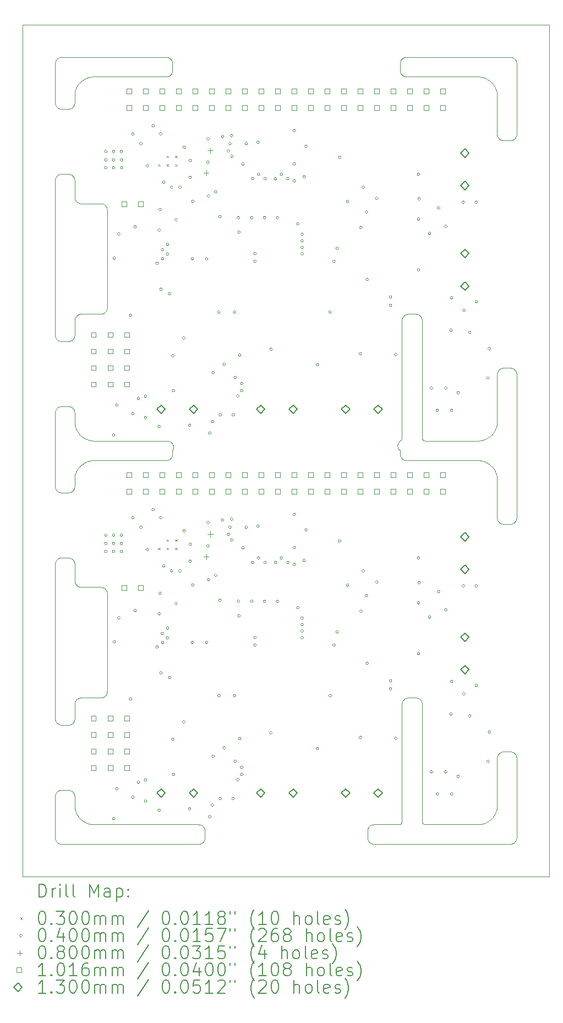
<source format=gbr>
%TF.GenerationSoftware,KiCad,Pcbnew,6.0.11+dfsg-1*%
%TF.CreationDate,2024-04-28T21:21:02+01:00*%
%TF.ProjectId,panel,70616e65-6c2e-46b6-9963-61645f706362,rev?*%
%TF.SameCoordinates,Original*%
%TF.FileFunction,Drillmap*%
%TF.FilePolarity,Positive*%
%FSLAX45Y45*%
G04 Gerber Fmt 4.5, Leading zero omitted, Abs format (unit mm)*
G04 Created by KiCad (PCBNEW 6.0.11+dfsg-1) date 2024-04-28 21:21:02*
%MOMM*%
%LPD*%
G01*
G04 APERTURE LIST*
%ADD10C,0.100000*%
%ADD11C,0.200000*%
%ADD12C,0.030000*%
%ADD13C,0.040000*%
%ADD14C,0.080000*%
%ADD15C,0.101600*%
%ADD16C,0.130000*%
G04 APERTURE END LIST*
D10*
X16969192Y-14292422D02*
X16969992Y-14292919D01*
X11836406Y-2806734D02*
X11823636Y-2809746D01*
X18383315Y-13223999D02*
X18385915Y-13228104D01*
X12041727Y-4759157D02*
X12041748Y-4759167D01*
X16944654Y-12448993D02*
X16944995Y-14248993D01*
X11600993Y-6536114D02*
X11600673Y-6538626D01*
X13582528Y-14336197D02*
X13585517Y-14340027D01*
X17933219Y-8731234D02*
X17930990Y-8730141D01*
X18099647Y-8113928D02*
X18099984Y-8100633D01*
X16968878Y-8392219D02*
X16968901Y-8392233D01*
X12007603Y-6449678D02*
X12007579Y-6449680D01*
X17944490Y-8362878D02*
X17946660Y-8361674D01*
X11647822Y-2933498D02*
X11647808Y-2933519D01*
X18080865Y-2994656D02*
X18080856Y-2994632D01*
X17873986Y-2809296D02*
X17873962Y-2809290D01*
X18143999Y-3763315D02*
X18140026Y-3760517D01*
X16946112Y-14260055D02*
X16946338Y-14260970D01*
X11304263Y-4367762D02*
X11305787Y-4363148D01*
X11630140Y-14130990D02*
X11631234Y-14133218D01*
X16958748Y-14284008D02*
X16958767Y-14284027D01*
X16666114Y-2507536D02*
X16670648Y-2505787D01*
X11374945Y-7872967D02*
X11379686Y-7871902D01*
X11998739Y-4750000D02*
X12001260Y-4750032D01*
X17982631Y-2862033D02*
X17982611Y-2862017D01*
X17888591Y-2813410D02*
X17876414Y-2809925D01*
X11809016Y-8385840D02*
X11811385Y-8386583D01*
X12067026Y-12324169D02*
X12067008Y-12324185D01*
X16962560Y-8387626D02*
X16962579Y-8387644D01*
X11661741Y-6457634D02*
X11661717Y-6457644D01*
X10800692Y-15099949D02*
X10800739Y-15099963D01*
X11671257Y-6454245D02*
X11668889Y-6454988D01*
X16988151Y-8399157D02*
X16988800Y-8399243D01*
X12046295Y-12338602D02*
X12046274Y-12338613D01*
X16996272Y-8399645D02*
X16996298Y-8399645D01*
X11314085Y-6821896D02*
X11311690Y-6817668D01*
X11356672Y-10207005D02*
X11361114Y-10205036D01*
X13056896Y-2785915D02*
X13052668Y-2788310D01*
X13556896Y-14585919D02*
X13552668Y-14588314D01*
X17813928Y-2800353D02*
X17800633Y-2800016D01*
X16689474Y-2798928D02*
X16684686Y-2798097D01*
X11592464Y-9136386D02*
X11590495Y-9140828D01*
X16127472Y-14563809D02*
X16124483Y-14559979D01*
X11567484Y-7895646D02*
X11571003Y-7898997D01*
X11883054Y-8700501D02*
X11883028Y-8700503D01*
X11305787Y-7935648D02*
X11307536Y-7931114D01*
X11635825Y-12373340D02*
X11633942Y-12374957D01*
X16987162Y-8399007D02*
X16987201Y-8399013D01*
X11600673Y-10561374D02*
X11600993Y-10563886D01*
X13118936Y-8492482D02*
X13119136Y-8497283D01*
X13048581Y-8404171D02*
X13053149Y-8405663D01*
X18899261Y-15099963D02*
X18899308Y-15099949D01*
X18061674Y-8246660D02*
X18062879Y-8244490D01*
X12092831Y-10712906D02*
X12092840Y-10712928D01*
X16941683Y-12424930D02*
X16942748Y-12429670D01*
X16947904Y-8366293D02*
X16947913Y-8366318D01*
X11677176Y-2896778D02*
X11675463Y-2898627D01*
X16634353Y-14255205D02*
X16634421Y-14254266D01*
X18329738Y-2504263D02*
X18334352Y-2505787D01*
X11791297Y-8720061D02*
X11779142Y-8725000D01*
X12098402Y-4832375D02*
X12099165Y-4837358D01*
X11643910Y-12367241D02*
X11641873Y-12368659D01*
X11336195Y-14577532D02*
X11332516Y-14574358D01*
X11836406Y-8706734D02*
X11823636Y-8709746D01*
X11307536Y-14538890D02*
X11305787Y-14534356D01*
X11605922Y-8159167D02*
X11606422Y-8161599D01*
X16587173Y-8416224D02*
X16590091Y-8412323D01*
X18094078Y-8940833D02*
X18093578Y-8938401D01*
X18184474Y-3778928D02*
X18179686Y-3778097D01*
X16632662Y-8363883D02*
X16632668Y-8363864D01*
X17876389Y-2809919D02*
X17873986Y-2809296D01*
X16579618Y-8428723D02*
X16581930Y-8424434D01*
X11673741Y-12353534D02*
X11673717Y-12353541D01*
X16954574Y-14279038D02*
X16955153Y-14279782D01*
X11688201Y-2885574D02*
X11688182Y-2885592D01*
X18069859Y-14130990D02*
X18069870Y-14130967D01*
X11666761Y-8808516D02*
X11665144Y-8810451D01*
X16569143Y-8480623D02*
X16568914Y-8475756D01*
X11599523Y-9108204D02*
X11598928Y-9113026D01*
X12086143Y-10699276D02*
X12086155Y-10699297D01*
X12077484Y-12313165D02*
X12077469Y-12313183D01*
X17905344Y-8719135D02*
X17903017Y-8718273D01*
X16634576Y-8351301D02*
X16634577Y-8351275D01*
X16719528Y-6451071D02*
X16724350Y-6450477D01*
X11600000Y-6550633D02*
X11600000Y-6770988D01*
X17902993Y-8381735D02*
X17903017Y-8381727D01*
X13079354Y-2532516D02*
X13082528Y-2536195D01*
X11655433Y-2922810D02*
X11647822Y-2933498D01*
X12059159Y-12330584D02*
X12055021Y-12333464D01*
X11619144Y-14105368D02*
X11623843Y-14117130D01*
X11700621Y-6450000D02*
X11699379Y-6450016D01*
X11618673Y-12391852D02*
X11618659Y-12391873D01*
X18356001Y-2516685D02*
X18359974Y-2519483D01*
X16145026Y-14580522D02*
X16141195Y-14577532D01*
X16684686Y-2501903D02*
X16689474Y-2501072D01*
X11361114Y-14592468D02*
X11356672Y-14590499D01*
X11505858Y-3297380D02*
X11500988Y-3297500D01*
X16883535Y-12357534D02*
X16887977Y-12359503D01*
X12099968Y-4848740D02*
X12100000Y-4851261D01*
X16630646Y-2767484D02*
X16627472Y-2763805D01*
X11678636Y-12352333D02*
X11676169Y-12352906D01*
X16619994Y-8385314D02*
X16620858Y-8384403D01*
X11520314Y-6868097D02*
X11515526Y-6868928D01*
X16616690Y-2747668D02*
X16614505Y-2743328D01*
X16624088Y-8380704D02*
X16624100Y-8380688D01*
X10800056Y-15099313D02*
X10800072Y-15099359D01*
X18090703Y-3026014D02*
X18090081Y-3023611D01*
X12083477Y-4794998D02*
X12086143Y-4799276D01*
X13048328Y-2509505D02*
X13052668Y-2511690D01*
X18899019Y-2000006D02*
X18898797Y-2000000D01*
X11602333Y-4671364D02*
X11602906Y-4673831D01*
X11574354Y-6837484D02*
X11571003Y-6841003D01*
X17972381Y-8754506D02*
X17970344Y-8753088D01*
X18107536Y-9618886D02*
X18105787Y-9614352D01*
X18096321Y-14046650D02*
X18096697Y-14044197D01*
X11688626Y-4749327D02*
X11688652Y-4749330D01*
X18300988Y-9680000D02*
X18199012Y-9680000D01*
X11600997Y-12436089D02*
X11600993Y-12436114D01*
X13579354Y-14332517D02*
X13582528Y-14336197D01*
X18093573Y-8161624D02*
X18093578Y-8161599D01*
X16950455Y-14272318D02*
X16950473Y-14272353D01*
X17859143Y-14294082D02*
X17859167Y-14294078D01*
X16606172Y-14295074D02*
X16607305Y-14294534D01*
X13576003Y-14328998D02*
X13579354Y-14332517D01*
X13600737Y-14529743D02*
X13599212Y-14534356D01*
X11361114Y-3289964D02*
X11356672Y-3287995D01*
X11300000Y-14500992D02*
X11300000Y-13869012D01*
X18325055Y-2502967D02*
X18329738Y-2504263D01*
X11606909Y-3020712D02*
X11603555Y-3033397D01*
X11352332Y-7881690D02*
X11356672Y-7879505D01*
X11614506Y-12398174D02*
X11614493Y-12398195D01*
X11610806Y-10595162D02*
X11611979Y-10597407D01*
X11365648Y-9191713D02*
X11361114Y-9189964D01*
X11779142Y-2825000D02*
X11779118Y-2825010D01*
X11618265Y-8202993D02*
X11618273Y-8203017D01*
X18161114Y-7287536D02*
X18165648Y-7285787D01*
X18400000Y-3680988D02*
X18399880Y-3685858D01*
X16607967Y-2574945D02*
X16609263Y-2570262D01*
X11574354Y-10230016D02*
X11577528Y-10233695D01*
X11379686Y-14598102D02*
X11374945Y-14597037D01*
X11389296Y-2500477D02*
X11394142Y-2500120D01*
X10800217Y-2000390D02*
X10800188Y-2000430D01*
X16649145Y-12398091D02*
X16651745Y-12393987D01*
X10800932Y-15099996D02*
X10800981Y-15099999D01*
X16107967Y-14525059D02*
X16106902Y-14520318D01*
X11617130Y-2991021D02*
X11617120Y-2991045D01*
X11663568Y-14184614D02*
X11671572Y-14194430D01*
X16648999Y-2516685D02*
X16653104Y-2514085D01*
X12059159Y-4769416D02*
X12059178Y-4769430D01*
X11776808Y-2826019D02*
X11776784Y-2826030D01*
X11659413Y-10641367D02*
X11659436Y-10641377D01*
X11729656Y-8346912D02*
X11729677Y-8346926D01*
X11742402Y-14255236D02*
X11753318Y-14261661D01*
X11605823Y-10583556D02*
X11606686Y-10585883D01*
X13070540Y-8413784D02*
X13074616Y-8416330D01*
X13078563Y-8419070D02*
X13082373Y-8421999D01*
X11624957Y-12383942D02*
X11623340Y-12385825D01*
X11699749Y-8774987D02*
X11697854Y-8776650D01*
X18320314Y-13181902D02*
X18325055Y-13182967D01*
X11637121Y-8244490D02*
X11638326Y-8246660D01*
X16605000Y-8600988D02*
X16605000Y-8551230D01*
X10800006Y-2000981D02*
X10800000Y-2001203D01*
X11717369Y-14237967D02*
X11717389Y-14237982D01*
X11601372Y-12433635D02*
X11600997Y-12436089D01*
X12037072Y-12342840D02*
X12032345Y-12344591D01*
X16619027Y-8386233D02*
X16619047Y-8386215D01*
X10800981Y-2000006D02*
X10800981Y-2000006D01*
X18400000Y-7379012D02*
X18400000Y-9580988D01*
X11735373Y-2848281D02*
X11735351Y-2848295D01*
X11663552Y-8284594D02*
X11663568Y-8284614D01*
X18114085Y-7328104D02*
X18116685Y-7323999D01*
X12077469Y-4786817D02*
X12077484Y-4786835D01*
X11595737Y-12699738D02*
X11594212Y-12704352D01*
X18899354Y-2000072D02*
X18899308Y-2000056D01*
X13603928Y-14515531D02*
X13603097Y-14520318D01*
X16953991Y-14278225D02*
X16954002Y-14278241D01*
X12098398Y-6367648D02*
X12097383Y-6372586D01*
X16679945Y-2797033D02*
X16675262Y-2795737D01*
X13095495Y-2743328D02*
X13093310Y-2747668D01*
X17890984Y-8714160D02*
X17888615Y-8713417D01*
X18028428Y-14194430D02*
X18036432Y-14184614D01*
X11301072Y-3213026D02*
X11300477Y-3208204D01*
X11617241Y-4706090D02*
X11618659Y-4708127D01*
X18093578Y-3038401D02*
X18093573Y-3038376D01*
X11604996Y-6518865D02*
X11604988Y-6518889D01*
X16950938Y-8373195D02*
X16952410Y-8375743D01*
X11688182Y-2885592D02*
X11686376Y-2887350D01*
X16568914Y-8475756D02*
X16568925Y-8470884D01*
X11626671Y-12382043D02*
X11624973Y-12383923D01*
X11600097Y-6546176D02*
X11600096Y-6546201D01*
X18398097Y-14520318D02*
X18397033Y-14525059D01*
X18111690Y-13232332D02*
X18114085Y-13228104D01*
X13043946Y-8402903D02*
X13048581Y-8404171D01*
X11600481Y-14016458D02*
X11601443Y-14029087D01*
X18900000Y-2001227D02*
X18900000Y-2001203D01*
X16615073Y-8389613D02*
X16616069Y-8388849D01*
X16625809Y-14278293D02*
X16627233Y-14276099D01*
X11322472Y-2536195D02*
X11325646Y-2532516D01*
X12067008Y-12324185D02*
X12063183Y-12327469D01*
X11671257Y-4745755D02*
X11671282Y-4745762D01*
X18100000Y-3100621D02*
X18099984Y-3099379D01*
X17829113Y-8398555D02*
X17831582Y-8398304D01*
X11657089Y-10640299D02*
X11657112Y-10640309D01*
X18099646Y-8986046D02*
X18099520Y-8983567D01*
X11604245Y-4678743D02*
X11604988Y-4681111D01*
X18094082Y-8940857D02*
X18094078Y-8940833D01*
X17799368Y-14300000D02*
X17800631Y-14299984D01*
X16949734Y-8370850D02*
X16949743Y-8370868D01*
X11666468Y-12355815D02*
X11666444Y-12355823D01*
X12022586Y-12347383D02*
X12017648Y-12348398D01*
X12050703Y-12336155D02*
X12046295Y-12338602D01*
X11356672Y-13779505D02*
X11361114Y-13777536D01*
X18090710Y-3026038D02*
X18090703Y-3026014D01*
X11600000Y-3198488D02*
X11599880Y-3203358D01*
X11600000Y-3051268D02*
X11600000Y-3051294D01*
X12090843Y-4808273D02*
X12092831Y-4812906D01*
X11697854Y-8776650D02*
X11697835Y-8776667D01*
X18390495Y-2556672D02*
X18392464Y-2561114D01*
X16671255Y-12372466D02*
X16675086Y-12369477D01*
X11900633Y-14300000D02*
X13505988Y-14300002D01*
X18100000Y-8099367D02*
X18100000Y-7379012D01*
X17982611Y-14237982D02*
X17982631Y-14237967D01*
X16996272Y-14299645D02*
X16996298Y-14299645D01*
X13515704Y-14599527D02*
X13510858Y-14599885D01*
X11683610Y-4748623D02*
X11683635Y-4748627D01*
X18165648Y-3774212D02*
X18161114Y-3772464D01*
X13105153Y-8549799D02*
X13105130Y-8549842D01*
X11314085Y-9149396D02*
X11311690Y-9145168D01*
X17861599Y-8393578D02*
X17861624Y-8393573D01*
X11646046Y-6465833D02*
X11643931Y-6467226D01*
X11580517Y-10237526D02*
X11583315Y-10241499D01*
X11598097Y-6790314D02*
X11597033Y-6795055D01*
X11617241Y-6493910D02*
X11617226Y-6493931D01*
X11505858Y-13770119D02*
X11510704Y-13770477D01*
X11646090Y-14159726D02*
X11646104Y-14159747D01*
X16622858Y-8382182D02*
X16623475Y-8381470D01*
X11644764Y-14157597D02*
X11644777Y-14157619D01*
X11301902Y-4377186D02*
X11302967Y-4372445D01*
X18385915Y-14551901D02*
X18383315Y-14556006D01*
X11755510Y-8362878D02*
X11755532Y-8362890D01*
X11600224Y-4656328D02*
X11600417Y-4658854D01*
X11605815Y-10583532D02*
X11605823Y-10583556D01*
X11676169Y-4747094D02*
X11678636Y-4747667D01*
X16633141Y-14262000D02*
X16633145Y-14261981D01*
X11600016Y-6549379D02*
X11600000Y-6550621D01*
X18090710Y-8173962D02*
X18093573Y-8161624D01*
X11681713Y-8305750D02*
X11681730Y-8305769D01*
X11604988Y-4681111D02*
X11604996Y-4681135D01*
X11700633Y-12350000D02*
X11700621Y-12350000D01*
X13064974Y-2519483D02*
X13068805Y-2522472D01*
X11709848Y-2866570D02*
X11699768Y-2874970D01*
X12050723Y-10663856D02*
X12055002Y-10666523D01*
X18096697Y-3055803D02*
X18096321Y-3053350D01*
X18085840Y-14090984D02*
X18086583Y-14088615D01*
X16990734Y-8399421D02*
X16990754Y-8399422D01*
X17816458Y-14299519D02*
X17829087Y-14298557D01*
X16634645Y-8348697D02*
X16635052Y-6548990D01*
X11633942Y-10625043D02*
X11635825Y-10626660D01*
X11600000Y-4396512D02*
X11600000Y-4649367D01*
X11604996Y-10581135D02*
X11605815Y-10583532D01*
X16996298Y-14299645D02*
X17799356Y-14300000D01*
X11356672Y-14590499D02*
X11352332Y-14588314D01*
X18383315Y-3736001D02*
X18380517Y-3739974D01*
X16661672Y-2509505D02*
X16666114Y-2507536D01*
X16627233Y-14276099D02*
X16627247Y-14276077D01*
X13530055Y-14302969D02*
X13534738Y-14304265D01*
X11534352Y-13775787D02*
X11538885Y-13777536D01*
X11678661Y-12352328D02*
X11678636Y-12352333D01*
X16653104Y-2514085D02*
X16657332Y-2511690D01*
X17970323Y-14246926D02*
X17970344Y-14246912D01*
X11838924Y-2806209D02*
X11838899Y-2806214D01*
X13005988Y-2500000D02*
X13010858Y-2500120D01*
X11600016Y-4650621D02*
X11600016Y-4650633D01*
X13061001Y-2516685D02*
X13064974Y-2519483D01*
X18099519Y-8983542D02*
X18098557Y-8970913D01*
X11624973Y-6483923D02*
X11624957Y-6483942D01*
X16638024Y-6524927D02*
X16639321Y-6520244D01*
X11620188Y-10610210D02*
X11621707Y-10612173D01*
X18388310Y-7332332D02*
X18390495Y-7336672D01*
X11673717Y-4746459D02*
X11673741Y-4746466D01*
X18100000Y-7379012D02*
X18100120Y-7374142D01*
X12080584Y-12309159D02*
X12080570Y-12309178D01*
X11998739Y-12350000D02*
X11700633Y-12350000D01*
X11709868Y-8766554D02*
X11709848Y-8766570D01*
X11688652Y-4749330D02*
X11691121Y-4749581D01*
X11356672Y-9187995D02*
X11352332Y-9185810D01*
X11525055Y-12767033D02*
X11520314Y-12768097D01*
X12077469Y-12313183D02*
X12074185Y-12317008D01*
X16121685Y-14556006D02*
X16119085Y-14551901D01*
X11826014Y-14290703D02*
X11826038Y-14290709D01*
X18096701Y-8144172D02*
X18098301Y-8131607D01*
X16945791Y-14258432D02*
X16945910Y-14259075D01*
X12098398Y-4832352D02*
X12098402Y-4832375D01*
X16696172Y-6457534D02*
X16700705Y-6455786D01*
X16946343Y-8360989D02*
X16947105Y-8363831D01*
X11595737Y-9127238D02*
X11594212Y-9131852D01*
X16630791Y-14269115D02*
X16631846Y-14266368D01*
X11348104Y-2514085D02*
X11352332Y-2511690D01*
X11305787Y-4363148D02*
X11307536Y-4358614D01*
X18093573Y-8938376D02*
X18090710Y-8926038D01*
X11676144Y-10647088D02*
X11676169Y-10647094D01*
X11604237Y-6521282D02*
X11603541Y-6523717D01*
X13105023Y-8550268D02*
X13105000Y-8551205D01*
X17876414Y-14290075D02*
X17888591Y-14286590D01*
X16184686Y-14301907D02*
X16189474Y-14301076D01*
X12096114Y-4822511D02*
X12097378Y-4827391D01*
X17902993Y-8718265D02*
X17891008Y-8714168D01*
X16624288Y-14280387D02*
X16625052Y-14279391D01*
X11681730Y-8305769D02*
X11683440Y-8307568D01*
X11699768Y-2874970D02*
X11699749Y-2874987D01*
X13534738Y-14595741D02*
X13530055Y-14597037D01*
X10800981Y-15099999D02*
X10801203Y-15100004D01*
X11643910Y-4732759D02*
X11643931Y-4732773D01*
X16962579Y-8387644D02*
X16963534Y-8388459D01*
X11340026Y-7889483D02*
X11343999Y-7886685D01*
X18305858Y-7280119D02*
X18310704Y-7280477D01*
X18394213Y-2565648D02*
X18395737Y-2570262D01*
X11309505Y-9140828D02*
X11307536Y-9136386D01*
X11606909Y-8920712D02*
X11603555Y-8933397D01*
X11300000Y-2599012D02*
X11300119Y-2594142D01*
X16614505Y-8643328D02*
X16612536Y-8638886D01*
X11793705Y-8719154D02*
X11793680Y-8719163D01*
X16595017Y-14298896D02*
X16595056Y-14298888D01*
X11600673Y-4661374D02*
X11600993Y-4663886D01*
X18096701Y-8955828D02*
X18096697Y-8955803D01*
X16604957Y-8550265D02*
X16604945Y-8550217D01*
X11356672Y-4307005D02*
X11361114Y-4305036D01*
X12086155Y-6400703D02*
X12086143Y-6400723D01*
X18076148Y-14117154D02*
X18076157Y-14117130D01*
X16634350Y-8355244D02*
X16634353Y-8355205D01*
X11574354Y-7902516D02*
X11577528Y-7906195D01*
X12097383Y-10727414D02*
X12098398Y-10732352D01*
X10800072Y-15099359D02*
X10800091Y-15099404D01*
X16617064Y-8388000D02*
X16617084Y-8387983D01*
X11510704Y-10197977D02*
X11515526Y-10198572D01*
X11681117Y-4748176D02*
X11683610Y-4748623D01*
X18359974Y-14580522D02*
X18356001Y-14583320D01*
X18036448Y-8815406D02*
X18036432Y-8815386D01*
X13072484Y-2774354D02*
X13068805Y-2777528D01*
X16980478Y-14297446D02*
X16980497Y-14297452D01*
X16977118Y-8396301D02*
X16978301Y-8396720D01*
X16636127Y-12434454D02*
X16636959Y-12429667D01*
X11365648Y-3291712D02*
X11361114Y-3289964D01*
X18099646Y-14013954D02*
X18099647Y-14013928D01*
X16619085Y-2751896D02*
X16616690Y-2747668D01*
X18356001Y-3763315D02*
X18351896Y-3765915D01*
X11394142Y-7870119D02*
X11399012Y-7870000D01*
X11365648Y-7875787D02*
X11370262Y-7874263D01*
X18143999Y-9663315D02*
X18140026Y-9660517D01*
X11657089Y-12359701D02*
X11654860Y-12360795D01*
X11594212Y-12704352D02*
X11592464Y-12708885D01*
X11316685Y-14556006D02*
X11314085Y-14551901D01*
X11301072Y-6785526D02*
X11300477Y-6780704D01*
X11595737Y-13840262D02*
X11597033Y-13844945D01*
X11601372Y-10566365D02*
X11601377Y-10566390D01*
X11715406Y-8336448D02*
X11717369Y-8337967D01*
X11600096Y-10553798D02*
X11600097Y-10553824D01*
X12099168Y-12262618D02*
X12099165Y-12262641D01*
X16978642Y-14296876D02*
X16979536Y-14297173D01*
X11332516Y-10223146D02*
X11336195Y-10219972D01*
X11348104Y-12755915D02*
X11343999Y-12753315D01*
X11870913Y-8398557D02*
X11883542Y-8399519D01*
X17844172Y-2803299D02*
X17831607Y-2801699D01*
X11563805Y-7892472D02*
X11567484Y-7895646D01*
X12032345Y-12344591D02*
X12032322Y-12344598D01*
X11600096Y-12446201D02*
X11600016Y-12449367D01*
X11838401Y-8393578D02*
X11840832Y-8394078D01*
X11609691Y-10592888D02*
X11609701Y-10592911D01*
X11755510Y-14262878D02*
X11755532Y-14262890D01*
X11606686Y-10585883D02*
X11606695Y-10585907D01*
X13089545Y-8428393D02*
X13092889Y-8431844D01*
X11389296Y-3297023D02*
X11384474Y-3296428D01*
X16604931Y-8550170D02*
X16604915Y-8550124D01*
X18099984Y-8999367D02*
X18099647Y-8986072D01*
X11332516Y-6844354D02*
X11328997Y-6841003D01*
X11600673Y-6538626D02*
X11600670Y-6538652D01*
X11309505Y-4354172D02*
X11311690Y-4349832D01*
X11399012Y-10197500D02*
X11500988Y-10197500D01*
X12083464Y-6405021D02*
X12080584Y-6409159D01*
X18081727Y-14103017D02*
X18081735Y-14102993D01*
X11598928Y-12685526D02*
X11598097Y-12690314D01*
X18080856Y-8894632D02*
X18076157Y-8882870D01*
X16630301Y-14270300D02*
X16630781Y-14269140D01*
X16705318Y-6454262D02*
X16710001Y-6452966D01*
X16952583Y-14276044D02*
X16953070Y-14276850D01*
X12063165Y-6427484D02*
X12059178Y-6430570D01*
X18099647Y-14013928D02*
X18099984Y-14000633D01*
X16175262Y-14595741D02*
X16170648Y-14594217D01*
X11325646Y-14567489D02*
X11322472Y-14563809D01*
X11617120Y-2991045D02*
X11612481Y-3003318D01*
X18081727Y-8896983D02*
X18080865Y-8894656D01*
X17996333Y-14226795D02*
X17996352Y-14226778D01*
X16641195Y-8677528D02*
X16637516Y-8674354D01*
X16908452Y-12372467D02*
X16912132Y-12375640D01*
X18090710Y-8926038D02*
X18090703Y-8926014D01*
X11851858Y-8703854D02*
X11851833Y-8703858D01*
X16161672Y-14309510D02*
X16166114Y-14307540D01*
X11693697Y-6450223D02*
X11693672Y-6450224D01*
X11525055Y-6867033D02*
X11520314Y-6868097D01*
X17816433Y-8700480D02*
X17813954Y-8700354D01*
X11602333Y-12428636D02*
X11602328Y-12428661D01*
X11301072Y-10281974D02*
X11301902Y-10277186D01*
X11307536Y-12708885D02*
X11305787Y-12704352D01*
X11615819Y-6496067D02*
X11614506Y-6498174D01*
X18104263Y-3709738D02*
X18102967Y-3705055D01*
X11618659Y-4708127D02*
X11618673Y-4708148D01*
X18007568Y-14216560D02*
X18007586Y-14216542D01*
X18085832Y-3008992D02*
X18081735Y-2997007D01*
X12083477Y-10694998D02*
X12086143Y-10699276D01*
X11644777Y-8257619D02*
X11646090Y-8259726D01*
X11840857Y-8394082D02*
X11853325Y-8396317D01*
X16106072Y-14515531D02*
X16105477Y-14510708D01*
X11626689Y-6482025D02*
X11626671Y-6482043D01*
X11609925Y-8176414D02*
X11613410Y-8188591D01*
X13103097Y-8620314D02*
X13102033Y-8625055D01*
X16948968Y-14269065D02*
X16948975Y-14269084D01*
X11599880Y-6775858D02*
X11599523Y-6780704D01*
X11717389Y-14237982D02*
X11727598Y-14245479D01*
X11697854Y-2876650D02*
X11697835Y-2876667D01*
X16945509Y-14256490D02*
X16945511Y-14256510D01*
X16947105Y-8363831D02*
X16947112Y-8363857D01*
X17831607Y-8398301D02*
X17844172Y-8396701D01*
X16938862Y-6515634D02*
X16940386Y-6520247D01*
X17919435Y-14275169D02*
X17919458Y-14275158D01*
X16611850Y-14291930D02*
X16611883Y-14291909D01*
X11691121Y-10649581D02*
X11691146Y-10649583D01*
X12099935Y-6352544D02*
X12099680Y-6357579D01*
X11374945Y-13772967D02*
X11379686Y-13771902D01*
X11686114Y-4749007D02*
X11688626Y-4749327D01*
X11699367Y-6450016D02*
X11696201Y-6450096D01*
X11304263Y-12699738D02*
X11302967Y-12695055D01*
X17946660Y-2838326D02*
X17944490Y-2837121D01*
X17844197Y-8703303D02*
X17844172Y-8703299D01*
X16950473Y-8372353D02*
X16950928Y-8373178D01*
X11374945Y-3294533D02*
X11370262Y-3293237D01*
X11603541Y-12423717D02*
X11603534Y-12423741D01*
X11648195Y-12364493D02*
X11648174Y-12364506D01*
X11678636Y-6452333D02*
X11676169Y-6452906D01*
X16106902Y-14520318D02*
X16106072Y-14515531D01*
X13605000Y-14399014D02*
X13605000Y-14500992D01*
X11348104Y-6855915D02*
X11343999Y-6853315D01*
X13029748Y-8400468D02*
X13034518Y-8401049D01*
X18351896Y-14585919D02*
X18347668Y-14588314D01*
X16604915Y-8550124D02*
X16604896Y-8550079D01*
X16940386Y-6520247D02*
X16941683Y-6524930D01*
X16620895Y-14284365D02*
X16621759Y-14283454D01*
X18099646Y-3086046D02*
X18099520Y-3083567D01*
X13015704Y-2500477D02*
X13020526Y-2501072D01*
X11868393Y-14298301D02*
X11868418Y-14298304D01*
X11529738Y-12765737D02*
X11525055Y-12767033D01*
X11853325Y-8396317D02*
X11853350Y-8396321D01*
X11305787Y-9131852D02*
X11304263Y-9127238D01*
X10800020Y-15099170D02*
X10800030Y-15099218D01*
X18363805Y-14577532D02*
X18359974Y-14580522D01*
X11624831Y-14119435D02*
X11624841Y-14119458D01*
X18018287Y-2894250D02*
X18018270Y-2894231D01*
X11630226Y-4721601D02*
X11632025Y-4723311D01*
X16628540Y-8373835D02*
X16629728Y-8371504D01*
X11307536Y-6808885D02*
X11305787Y-6804352D01*
X13061001Y-8683315D02*
X13056896Y-8685915D01*
X11705570Y-14228428D02*
X11715386Y-14236432D01*
X18093578Y-8938401D02*
X18093573Y-8938376D01*
X11840832Y-14294078D02*
X11840857Y-14294082D01*
X13103928Y-8615526D02*
X13103097Y-8620314D01*
X13039352Y-2505787D02*
X13043885Y-2507536D01*
X11633923Y-6474973D02*
X11632043Y-6476671D01*
X16945012Y-14250296D02*
X16945038Y-14251280D01*
X18085832Y-8908992D02*
X18081735Y-8897007D01*
X11654860Y-10639205D02*
X11657089Y-10640299D01*
X11693672Y-6450224D02*
X11691146Y-6450417D01*
X17930967Y-8369870D02*
X17930990Y-8369859D01*
X18086590Y-3011409D02*
X18086583Y-3011385D01*
X11613208Y-6500378D02*
X11613195Y-6500400D01*
X11603555Y-8933397D02*
X11603549Y-8933422D01*
X13072484Y-8674354D02*
X13068805Y-8677528D01*
X16949743Y-8370868D02*
X16950024Y-8371458D01*
X13543886Y-14307538D02*
X13548328Y-14309507D01*
X11319483Y-10237526D02*
X11322472Y-10233695D01*
X16619085Y-8651896D02*
X16616690Y-8647668D01*
X11715386Y-8336432D02*
X11715406Y-8336448D01*
X11675463Y-8798627D02*
X11675446Y-8798646D01*
X11300477Y-4386796D02*
X11301072Y-4381974D01*
X18338886Y-13187536D02*
X18343328Y-13189505D01*
X10800188Y-15099575D02*
X10800217Y-15099614D01*
X11652570Y-4738009D02*
X11652593Y-4738021D01*
X11604988Y-6518889D02*
X11604245Y-6521257D01*
X11806098Y-2814847D02*
X11793705Y-2819154D01*
X13088315Y-2543999D02*
X13090915Y-2548104D01*
X16983339Y-8398213D02*
X16986218Y-8398825D01*
X10800000Y-15098802D02*
X10800006Y-15099024D01*
X11319483Y-3257474D02*
X11316685Y-3253501D01*
X12088602Y-4803705D02*
X12088613Y-4803726D01*
X18367484Y-3754354D02*
X18363805Y-3757528D01*
X13109111Y-8455560D02*
X13111114Y-8459928D01*
X16634157Y-14256849D02*
X16634243Y-14256200D01*
X16699142Y-8699880D02*
X16694296Y-8699523D01*
X17813954Y-2800354D02*
X17813928Y-2800353D01*
X18400000Y-2599012D02*
X18400000Y-3680988D01*
X11737501Y-8746929D02*
X11735373Y-8748281D01*
X11322472Y-14563809D02*
X11319483Y-14559979D01*
X18194142Y-3779880D02*
X18189296Y-3779523D01*
X13052668Y-8688310D02*
X13048328Y-8690495D01*
X17831607Y-2801699D02*
X17831582Y-2801696D01*
X11370262Y-12765737D02*
X11365648Y-12764212D01*
X18899530Y-2000160D02*
X18899487Y-2000135D01*
X16979536Y-14297173D02*
X16979573Y-14297185D01*
X11543328Y-12760495D02*
X11538885Y-12762464D01*
X16646750Y-12402318D02*
X16649145Y-12398091D01*
X16696172Y-12357534D02*
X16700705Y-12355786D01*
X17933241Y-8731245D02*
X17933219Y-8731234D01*
X11343999Y-3280815D02*
X11340026Y-3278017D01*
X11580517Y-12729974D02*
X11577528Y-12733805D01*
X12012618Y-10650832D02*
X12012641Y-10650835D01*
X12090833Y-4808252D02*
X12090843Y-4808273D01*
X18179686Y-3778097D02*
X18174945Y-3777033D01*
X18053896Y-8259747D02*
X18053910Y-8259726D01*
X11588310Y-13822332D02*
X11590495Y-13826672D01*
X16110787Y-14365652D02*
X16112536Y-14361119D01*
X11601443Y-14029087D02*
X11601445Y-14029112D01*
X11597033Y-7944945D02*
X11598097Y-7949686D01*
X18094082Y-8159142D02*
X18096317Y-8146675D01*
X13082528Y-2763805D02*
X13079354Y-2767484D01*
X18055223Y-2942381D02*
X18053910Y-2940274D01*
X17888591Y-8713410D02*
X17876414Y-8709925D01*
X11394142Y-3297380D02*
X11389296Y-3297023D01*
X12022586Y-10652617D02*
X12022609Y-10652622D01*
X18338886Y-14592468D02*
X18334352Y-14594217D01*
X11314085Y-10245604D02*
X11316685Y-10241499D01*
X16105119Y-14394147D02*
X16105477Y-14389301D01*
X11600670Y-6538652D02*
X11600419Y-6541121D01*
X18061674Y-2953340D02*
X18061661Y-2953318D01*
X11361114Y-6862464D02*
X11356672Y-6860495D01*
X13099057Y-8439211D02*
X13101865Y-8443110D01*
X11314085Y-14551901D02*
X11311690Y-14547673D01*
X11365648Y-4303287D02*
X11370262Y-4301763D01*
X18194142Y-13180119D02*
X18199012Y-13180000D01*
X18380517Y-13220026D02*
X18383315Y-13223999D01*
X11612481Y-8903319D02*
X11612472Y-8903343D01*
X16945791Y-8358432D02*
X16945910Y-8359075D01*
X16575476Y-8509055D02*
X16573841Y-8504466D01*
X11638339Y-14146682D02*
X11644764Y-14157597D01*
X16949330Y-14269956D02*
X16949345Y-14269992D01*
X18899444Y-15099892D02*
X18899487Y-15099869D01*
X13603097Y-14520318D02*
X13602033Y-14525059D01*
X11510704Y-4297977D02*
X11515526Y-4298572D01*
X11600670Y-12438652D02*
X11600419Y-12441121D01*
X18363805Y-9657528D02*
X18359974Y-9660517D01*
X12022586Y-6447383D02*
X12017648Y-6448398D01*
X11628399Y-6480226D02*
X11626689Y-6482025D01*
X18080865Y-8205344D02*
X18081727Y-8203017D01*
X11609691Y-12407112D02*
X11608633Y-12409413D01*
X18081735Y-8897007D02*
X18081727Y-8896983D01*
X11588310Y-9145168D02*
X11585915Y-9149396D01*
X11617241Y-12393910D02*
X11617226Y-12393931D01*
X18199012Y-13180000D02*
X18300988Y-13180000D01*
X11696201Y-12350096D02*
X11696176Y-12350097D01*
X16942748Y-6529670D02*
X16943580Y-6534457D01*
X18899928Y-15099359D02*
X18899944Y-15099313D01*
X18398097Y-13259686D02*
X18398928Y-13264474D01*
X13118503Y-8487696D02*
X13118936Y-8492482D01*
X16945910Y-8359075D02*
X16945914Y-8359094D01*
X16734065Y-6450000D02*
X16845642Y-6450000D01*
X16654543Y-12390015D02*
X16657533Y-12386185D01*
X18098555Y-14029112D02*
X18098557Y-14029087D01*
X18036432Y-8815386D02*
X18028428Y-8805570D01*
X12027489Y-12346114D02*
X12022609Y-12347378D01*
X17861599Y-14293578D02*
X17861624Y-14293573D01*
X11563805Y-4319972D02*
X11567484Y-4323146D01*
X11780542Y-14275158D02*
X11780565Y-14275169D01*
X18395737Y-13250262D02*
X18397033Y-13254945D01*
X16619085Y-2548104D02*
X16621685Y-2543999D01*
X11826014Y-8390703D02*
X11826038Y-8390710D01*
X11567484Y-4323146D02*
X11571003Y-4326497D01*
X10800013Y-15099121D02*
X10800020Y-15099170D01*
X11529738Y-9193237D02*
X11525055Y-9194533D01*
X11766759Y-8368755D02*
X11766781Y-8368766D01*
X17933219Y-8368766D02*
X17933241Y-8368755D01*
X16608478Y-14293898D02*
X16611027Y-14292427D01*
X11594212Y-4363148D02*
X11595737Y-4367762D01*
X12077469Y-10686817D02*
X12077484Y-10686835D01*
X11618273Y-14103017D02*
X11619135Y-14105344D01*
X12046295Y-10661398D02*
X12050703Y-10663844D01*
X17873962Y-2809290D02*
X17861624Y-2806427D01*
X11563805Y-9175028D02*
X11559974Y-9178017D01*
X16632927Y-14262917D02*
X16633141Y-14262000D01*
X11603534Y-10576259D02*
X11603541Y-10576283D01*
X11603534Y-12423741D02*
X11602912Y-12426144D01*
X18026795Y-2903667D02*
X18026778Y-2903648D01*
X11659436Y-6458623D02*
X11659413Y-6458633D01*
X11753340Y-14261674D02*
X11755510Y-14262878D01*
X11646385Y-2935631D02*
X11639334Y-2946697D01*
X11590495Y-4354172D02*
X11592464Y-4358614D01*
X11633923Y-4725027D02*
X11633942Y-4725043D01*
X11611641Y-3005723D02*
X11611633Y-3005747D01*
X18096701Y-14044172D02*
X18098301Y-14031607D01*
X11551896Y-13784085D02*
X11556001Y-13786685D01*
X11399012Y-9197500D02*
X11394142Y-9197380D01*
X11608623Y-4690564D02*
X11608633Y-4690587D01*
X16967808Y-8391564D02*
X16968878Y-8392219D01*
X16986237Y-8398829D02*
X16987162Y-8399007D01*
X11699379Y-4749984D02*
X11700621Y-4750000D01*
X16609263Y-2729738D02*
X16607967Y-2725055D01*
X11600000Y-8099367D02*
X11600000Y-8099379D01*
X18086583Y-14088615D02*
X18086590Y-14088591D01*
X11379686Y-7871902D02*
X11384474Y-7871072D01*
X16596631Y-14298529D02*
X16596650Y-14298524D01*
X11717369Y-8337967D02*
X11717389Y-8337982D01*
X11899367Y-8399984D02*
X11899379Y-8399984D01*
X11379686Y-9195597D02*
X11374945Y-9194533D01*
X12092831Y-6387094D02*
X12090843Y-6391727D01*
X10800556Y-15099892D02*
X10800600Y-15099913D01*
X11599523Y-3208204D02*
X11598928Y-3213026D01*
X13561001Y-14316686D02*
X13564974Y-14319484D01*
X11838899Y-2806214D02*
X11836431Y-2806729D01*
X11384474Y-9196428D02*
X11379686Y-9195597D01*
X11613208Y-4699622D02*
X11614493Y-4701805D01*
X17972402Y-8345479D02*
X17982611Y-8337982D01*
X16189474Y-14301076D02*
X16194296Y-14300481D01*
X18398097Y-2579686D02*
X18398928Y-2584474D01*
X11780542Y-8375158D02*
X11780565Y-8375169D01*
X12083464Y-10694978D02*
X12083477Y-10694998D01*
X11659436Y-4741377D02*
X11661717Y-4742356D01*
X11617130Y-8891021D02*
X11617120Y-8891045D01*
X12041727Y-10659157D02*
X12041748Y-10659167D01*
X17930990Y-2830140D02*
X17930967Y-2830130D01*
X11340026Y-13789483D02*
X11343999Y-13786685D01*
X16943580Y-12434457D02*
X16944175Y-12439279D01*
X16978326Y-8396728D02*
X16980814Y-8397537D01*
X11316685Y-9153501D02*
X11314085Y-9149396D01*
X16106902Y-14379690D02*
X16107967Y-14374949D01*
X18102967Y-9605055D02*
X18101903Y-9600314D01*
X11633942Y-6474957D02*
X11633923Y-6474973D01*
X12099678Y-12257603D02*
X12099168Y-12262618D01*
X11751013Y-8738900D02*
X11750991Y-8738912D01*
X13564974Y-14319484D02*
X13568805Y-14322474D01*
X16944175Y-6539279D02*
X16944534Y-6544124D01*
X17799367Y-2800000D02*
X16704012Y-2800000D01*
X12017625Y-12348402D02*
X12012641Y-12349165D01*
X16619957Y-8385351D02*
X16619994Y-8385314D01*
X11699367Y-12350016D02*
X11696201Y-12350096D01*
X11806123Y-2814838D02*
X11806098Y-2814847D01*
X11621723Y-12387807D02*
X11621707Y-12387827D01*
X11597033Y-3222555D02*
X11595737Y-3227238D01*
X16946338Y-14260970D02*
X16946343Y-14260989D01*
X16105119Y-14505862D02*
X16105000Y-14500992D01*
X11641873Y-10631341D02*
X11643910Y-10632759D01*
X11305787Y-6804352D02*
X11304263Y-6799738D01*
X18128997Y-13208997D02*
X18132516Y-13205646D01*
X11826038Y-8390710D02*
X11838376Y-8393573D01*
X11610806Y-6504838D02*
X11610795Y-6504860D01*
X11336195Y-10219972D02*
X11340026Y-10216983D01*
X11571003Y-12741003D02*
X11567484Y-12744354D01*
X17844197Y-2803303D02*
X17844172Y-2803299D01*
X17902993Y-2818265D02*
X17891008Y-2814168D01*
X16612536Y-8638886D02*
X16610787Y-8634352D01*
X16571358Y-8451577D02*
X16572556Y-8446855D01*
X12077484Y-6413165D02*
X12077469Y-6413183D01*
X11309505Y-3240828D02*
X11307536Y-3236385D01*
X11598097Y-10277186D02*
X11598928Y-10281974D01*
X16170648Y-14305792D02*
X16175262Y-14304267D01*
X16612686Y-14291380D02*
X16613225Y-14291009D01*
X11668889Y-6454988D02*
X11668865Y-6454996D01*
X11654838Y-10639194D02*
X11654860Y-10639205D01*
X13597464Y-14361116D02*
X13599212Y-14365650D01*
X18899308Y-15099949D02*
X18899354Y-15099932D01*
X18394213Y-13245648D02*
X18395737Y-13250262D01*
X18398097Y-7359686D02*
X18398928Y-7364474D01*
X11328997Y-3268503D02*
X11325646Y-3264984D01*
X11577528Y-12733805D02*
X11574354Y-12737484D01*
X16948968Y-8369065D02*
X16948975Y-8369084D01*
X12099165Y-12262641D02*
X12098402Y-12267625D01*
X11598928Y-6785526D02*
X11598097Y-6790314D01*
X11607634Y-4688259D02*
X11607644Y-4688283D01*
X11638339Y-8246682D02*
X11644764Y-8257597D01*
X13119103Y-8502089D02*
X13118836Y-8506887D01*
X12096107Y-4822488D02*
X12096114Y-4822511D01*
X11500988Y-3297500D02*
X11399012Y-3297500D01*
X18045494Y-8272381D02*
X18046912Y-8270344D01*
X12088602Y-12296295D02*
X12086155Y-12300703D01*
X16945039Y-14251300D02*
X16945082Y-14252241D01*
X11600261Y-8948759D02*
X11600047Y-8949927D01*
X11631234Y-14133218D02*
X11631245Y-14133241D01*
X11600016Y-6549367D02*
X11600016Y-6549379D01*
X18007568Y-2883440D02*
X18005769Y-2881730D01*
X16896544Y-6464082D02*
X16900649Y-6466681D01*
X18119483Y-13220026D02*
X18122472Y-13216195D01*
X11614493Y-10601805D02*
X11614506Y-10601826D01*
X16930563Y-6498093D02*
X16932958Y-6502320D01*
X11705570Y-8328428D02*
X11715386Y-8336432D01*
X18374354Y-7312516D02*
X18377528Y-7316195D01*
X18005750Y-14218287D02*
X18005769Y-14218270D01*
X18094078Y-3040832D02*
X18093578Y-3038401D01*
X10800646Y-2000072D02*
X10800600Y-2000091D01*
X18096317Y-8953325D02*
X18094082Y-8940857D01*
X11599880Y-12675858D02*
X11599523Y-12680704D01*
X18899354Y-15099932D02*
X18899400Y-15099913D01*
X16604671Y-8549760D02*
X16604635Y-8549727D01*
X11696176Y-10649903D02*
X11696201Y-10649904D01*
X18098304Y-8131582D02*
X18098555Y-8129112D01*
X17876389Y-8709919D02*
X17873986Y-8709297D01*
X11650400Y-6463195D02*
X11650378Y-6463208D01*
X11515526Y-4298572D02*
X11520314Y-4299403D01*
X18399880Y-2594142D02*
X18400000Y-2599012D01*
X12046274Y-12338613D02*
X12041748Y-12340833D01*
X16975885Y-8395791D02*
X16975909Y-8395802D01*
X16946112Y-8360055D02*
X16946338Y-8360970D01*
X16938862Y-12415634D02*
X16940386Y-12420247D01*
X18068755Y-14133241D02*
X18068766Y-14133218D01*
X12099168Y-6362618D02*
X12099165Y-6362641D01*
X13052668Y-2788310D02*
X13048328Y-2790495D01*
X13505988Y-14300002D02*
X13510858Y-14300121D01*
X11505858Y-12769880D02*
X11500988Y-12770000D01*
X18338886Y-2507536D02*
X18343328Y-2509505D01*
X18390495Y-9623328D02*
X18388310Y-9627668D01*
X10800883Y-2000013D02*
X10800834Y-2000020D01*
X13005988Y-2800000D02*
X11900643Y-2800000D01*
X11854349Y-2803466D02*
X11851858Y-2803854D01*
X18899812Y-2000430D02*
X18899783Y-2000390D01*
X13604523Y-14510708D02*
X13603928Y-14515531D01*
X13103928Y-2584474D02*
X13104523Y-2589296D01*
X11322472Y-4333695D02*
X11325646Y-4330016D01*
X13068805Y-2522472D02*
X13072484Y-2525646D01*
X17994449Y-8328412D02*
X17996333Y-8326795D01*
X16634007Y-14257838D02*
X16634013Y-14257799D01*
X16957017Y-8382084D02*
X16958767Y-8384027D01*
X18098555Y-8970887D02*
X18098304Y-8968418D01*
X11567484Y-10223146D02*
X11571003Y-10226497D01*
X17946682Y-2838339D02*
X17946660Y-2838326D01*
X18899648Y-15099756D02*
X18899684Y-15099723D01*
X11624957Y-6483942D02*
X11623340Y-6485825D01*
X16594090Y-14299061D02*
X16595017Y-14298896D01*
X17905344Y-14280865D02*
X17905368Y-14280856D01*
X11588310Y-10249832D02*
X11590495Y-10254172D01*
X17903017Y-14281727D02*
X17905344Y-14280865D01*
X16581706Y-8522265D02*
X16579413Y-8517966D01*
X18101072Y-9595526D02*
X18100477Y-9590704D01*
X11883567Y-14299520D02*
X11886046Y-14299646D01*
X11305787Y-12704352D02*
X11304263Y-12699738D01*
X11659413Y-6458633D02*
X11657112Y-6459691D01*
X17994449Y-14228412D02*
X17996333Y-14226795D01*
X11567484Y-6844354D02*
X11563805Y-6847528D01*
X16605119Y-8605858D02*
X16605000Y-8600988D01*
X16941683Y-6524930D02*
X16942748Y-6529670D01*
X17930967Y-8730130D02*
X17919458Y-8724842D01*
X18068755Y-8866759D02*
X18062891Y-8855532D01*
X11300000Y-10296512D02*
X11300119Y-10291642D01*
X12055021Y-12333464D02*
X12055002Y-12333477D01*
X16611883Y-14291909D02*
X16612670Y-14291391D01*
X18085840Y-3009016D02*
X18085832Y-3008992D01*
X12080584Y-4790841D02*
X12083464Y-4794978D01*
X16604739Y-8549831D02*
X16604706Y-8549794D01*
X16630781Y-14269140D02*
X16630791Y-14269115D01*
X11998739Y-10650000D02*
X12001260Y-10650032D01*
X18329738Y-14595741D02*
X18325055Y-14597037D01*
X16571258Y-8495073D02*
X16570316Y-8490293D01*
X11543328Y-6860495D02*
X11538885Y-6862464D01*
X11322472Y-7906195D02*
X11325646Y-7902516D01*
X11567484Y-9171854D02*
X11563805Y-9175028D01*
X11600034Y-3050029D02*
X11600031Y-3050081D01*
X11652570Y-6461991D02*
X11650400Y-6463195D01*
X16719528Y-12351071D02*
X16724350Y-12350477D01*
X18390495Y-3723328D02*
X18388310Y-3727668D01*
X12070679Y-12320696D02*
X12067026Y-12324169D01*
X11595737Y-10267762D02*
X11597033Y-10272445D01*
X11700621Y-4750000D02*
X11700633Y-4750000D01*
X18899684Y-15099723D02*
X18899719Y-15099689D01*
X18098301Y-14031607D02*
X18098304Y-14031582D01*
X11601377Y-4666390D02*
X11601823Y-4668883D01*
X18099519Y-8116458D02*
X18099520Y-8116433D01*
X11600096Y-6546201D02*
X11600016Y-6549367D01*
X11668865Y-6454996D02*
X11666468Y-6455815D01*
X12099968Y-6351260D02*
X12099935Y-6352544D01*
X16634577Y-14251275D02*
X16634645Y-14248723D01*
X17944468Y-14262890D02*
X17944490Y-14262878D01*
X18399880Y-9585858D02*
X18399523Y-9590704D01*
X11505858Y-10197620D02*
X11510704Y-10197977D01*
X18334352Y-9674213D02*
X18329738Y-9675737D01*
X11727619Y-14245494D02*
X11729656Y-14246912D01*
X17861624Y-2806427D02*
X17861599Y-2806422D01*
X11602906Y-12426169D02*
X11602333Y-12428636D01*
X13093310Y-2747668D02*
X13090915Y-2751896D01*
X16602527Y-14296659D02*
X16602575Y-14296640D01*
X11340026Y-3278017D02*
X11336195Y-3275028D01*
X18096321Y-3053350D02*
X18096317Y-3053325D01*
X16991054Y-14299437D02*
X16991081Y-14299439D01*
X11769033Y-14269870D02*
X11780542Y-14275158D01*
X12099678Y-10742397D02*
X12099680Y-10742421D01*
X17799379Y-2800000D02*
X17799367Y-2800000D01*
X18899980Y-2000834D02*
X18899970Y-2000786D01*
X18018287Y-8794250D02*
X18018270Y-8794231D01*
X18320314Y-14598102D02*
X18315526Y-14598933D01*
X16622845Y-8382197D02*
X16622858Y-8382182D01*
X11389296Y-12769523D02*
X11384474Y-12768928D01*
X11399012Y-14600005D02*
X11399012Y-14600005D01*
X16968901Y-8392233D02*
X16971166Y-8393541D01*
X11653088Y-8270344D02*
X11654506Y-8272381D01*
X11600000Y-10296512D02*
X11600000Y-10549367D01*
X18140026Y-7299483D02*
X18143999Y-7296685D01*
X17831607Y-8701699D02*
X17831582Y-8701696D01*
X18090075Y-14076414D02*
X18090081Y-14076389D01*
X11300000Y-12670988D02*
X11300000Y-10296512D01*
X11683440Y-14207568D02*
X11683458Y-14207586D01*
X18098304Y-8968418D02*
X18098301Y-8968393D01*
X17846650Y-8703679D02*
X17844197Y-8703303D01*
X11615833Y-4703954D02*
X11617226Y-4706069D01*
X11525055Y-13772967D02*
X11529738Y-13774263D01*
X18356001Y-13196685D02*
X18359974Y-13199483D01*
X12007603Y-4750322D02*
X12012618Y-4750832D01*
X11607634Y-10588259D02*
X11607644Y-10588283D01*
X16112536Y-14538890D02*
X16110787Y-14534356D01*
X10800352Y-2000248D02*
X10800316Y-2000281D01*
X11628416Y-10619792D02*
X11630207Y-10621583D01*
X18062879Y-8244490D02*
X18062891Y-8244468D01*
X17984594Y-8336448D02*
X17984614Y-8336432D01*
X11525055Y-4300467D02*
X11529738Y-4301763D01*
X11727619Y-8345494D02*
X11729656Y-8346912D01*
X11600034Y-8950030D02*
X11600031Y-8950081D01*
X11630207Y-4721583D02*
X11630226Y-4721601D01*
X12063183Y-12327469D02*
X12063165Y-12327484D01*
X17959726Y-8746090D02*
X17957619Y-8744777D01*
X18096701Y-3055828D02*
X18096697Y-3055803D01*
X17888615Y-2813417D02*
X17888591Y-2813410D01*
X11683458Y-14207586D02*
X11692414Y-14216542D01*
X13101865Y-8443110D02*
X13104481Y-8447141D01*
X11630140Y-8230990D02*
X11631234Y-8233218D01*
X18343328Y-14590499D02*
X18338886Y-14592468D01*
X11691146Y-12350417D02*
X11691121Y-12350419D01*
X11811409Y-8386590D02*
X11823586Y-8390075D01*
X13118836Y-8506887D02*
X13118338Y-8511666D01*
X11606686Y-4685883D02*
X11606695Y-4685907D01*
X18119483Y-3739974D02*
X18116685Y-3736001D01*
X18099984Y-3099367D02*
X18099647Y-3086072D01*
X12007603Y-12349678D02*
X12007579Y-12349680D01*
X13105000Y-8551230D02*
X13105000Y-8600988D01*
X11626671Y-4717957D02*
X11626689Y-4717975D01*
X11676169Y-6452906D02*
X11676144Y-6452912D01*
X18371003Y-7308997D02*
X18374354Y-7312516D01*
X11394142Y-12769880D02*
X11389296Y-12769523D01*
X16687390Y-6461687D02*
X16691730Y-6459503D01*
X11623340Y-6485825D02*
X11623324Y-6485844D01*
X11776784Y-2826030D02*
X11764899Y-2831588D01*
X17972402Y-2854521D02*
X17972381Y-2854506D01*
X17859143Y-8705918D02*
X17846675Y-8703683D01*
X13105074Y-8549978D02*
X13105059Y-8550025D01*
X16964592Y-8389272D02*
X16966708Y-8390809D01*
X11648195Y-10635507D02*
X11650378Y-10636792D01*
X11300477Y-12680704D02*
X11300119Y-12675858D01*
X17831582Y-8398304D02*
X17831607Y-8398301D01*
X12080570Y-12309178D02*
X12077484Y-12313165D01*
X11656962Y-2920774D02*
X11655448Y-2922789D01*
X17888591Y-14286590D02*
X17888615Y-14286583D01*
X11500988Y-12770000D02*
X11399012Y-12770000D01*
X11332516Y-3271854D02*
X11328997Y-3268503D01*
X11613195Y-12400400D02*
X11611991Y-12402570D01*
X11590495Y-9140828D02*
X11588310Y-9145168D01*
X11631245Y-8233241D02*
X11637109Y-8244468D01*
X18347668Y-9668310D02*
X18343328Y-9670495D01*
X11630130Y-14130967D02*
X11630140Y-14130990D01*
X11301902Y-13849686D02*
X11302967Y-13844945D01*
X13585517Y-14559979D02*
X13582528Y-14563809D01*
X17982611Y-8337982D02*
X17982631Y-8337967D01*
X11583315Y-12726001D02*
X11580517Y-12729974D01*
X11673717Y-10646459D02*
X11673741Y-10646466D01*
X17816458Y-2800481D02*
X17816433Y-2800480D01*
X17933219Y-14268766D02*
X17933241Y-14268755D01*
X18005769Y-14218270D02*
X18007568Y-14216560D01*
X11683635Y-6451372D02*
X11683610Y-6451377D01*
X18899970Y-2000786D02*
X18899958Y-2000739D01*
X18016560Y-14207568D02*
X18018270Y-14205769D01*
X18026778Y-8803648D02*
X18018287Y-8794250D01*
X11365648Y-14594217D02*
X11361114Y-14592468D01*
X10801203Y-15100004D02*
X10801227Y-15100005D01*
X13568805Y-14577532D02*
X13564974Y-14580522D01*
X11556001Y-12753315D02*
X11551896Y-12755915D01*
X11314085Y-4345604D02*
X11316685Y-4341499D01*
X16986218Y-8398825D02*
X16986237Y-8398829D01*
X17891008Y-8385832D02*
X17902993Y-8381735D01*
X18119483Y-9639974D02*
X18116685Y-9636001D01*
X11600993Y-10563886D02*
X11600997Y-10563911D01*
X11301902Y-12690314D02*
X11301072Y-12685526D01*
X11630207Y-10621583D02*
X11630226Y-10621601D01*
X16930563Y-12398093D02*
X16932958Y-12402320D01*
X16996298Y-8399645D02*
X17799356Y-8400000D01*
X11885571Y-8700372D02*
X11883054Y-8700501D01*
X11639790Y-12370188D02*
X11637827Y-12371707D01*
X17846650Y-8396321D02*
X17846675Y-8396317D01*
X11693697Y-10649777D02*
X11696176Y-10649903D01*
X17959747Y-14253896D02*
X17970323Y-14246926D01*
X11505858Y-7870119D02*
X11510704Y-7870477D01*
X11361114Y-13777536D02*
X11365648Y-13775787D01*
X11379686Y-12768097D02*
X11374945Y-12767033D01*
X11602912Y-12426144D02*
X11602906Y-12426169D01*
X17891008Y-8714168D02*
X17890984Y-8714160D01*
X12067008Y-10675815D02*
X12067026Y-10675830D01*
X18179686Y-13181902D02*
X18184474Y-13181072D01*
X13117839Y-8482937D02*
X13118503Y-8487696D01*
X13576003Y-14571008D02*
X13572484Y-14574358D01*
X16610787Y-2734352D02*
X16609263Y-2729738D01*
X12090833Y-10708252D02*
X12090843Y-10708273D01*
X16611287Y-8392323D02*
X16612655Y-8391370D01*
X11696201Y-4749904D02*
X11699367Y-4749984D01*
X17944468Y-8737109D02*
X17933241Y-8731245D01*
X16635531Y-6539275D02*
X16636127Y-6534454D01*
X11673222Y-14196352D02*
X11681713Y-14205750D01*
X18351896Y-13194085D02*
X18356001Y-13196685D01*
X17903017Y-8381727D02*
X17905344Y-8380865D01*
X16572434Y-8499801D02*
X16571258Y-8495073D01*
X17859167Y-8705922D02*
X17859143Y-8705918D01*
X16714741Y-6451902D02*
X16719528Y-6451071D01*
X11870887Y-8398555D02*
X11870913Y-8398557D01*
X18075158Y-14119458D02*
X18075169Y-14119435D01*
X18062879Y-2955510D02*
X18061674Y-2953340D01*
X11538885Y-7877536D02*
X11543328Y-7879505D01*
X11613208Y-10599622D02*
X11614493Y-10601805D01*
X11301072Y-7954474D02*
X11301902Y-7949686D01*
X11300477Y-9108204D02*
X11300119Y-9103358D01*
X18037967Y-2917369D02*
X18036448Y-2915406D01*
X18090075Y-8923586D02*
X18086590Y-8911409D01*
X18037983Y-14182611D02*
X18045479Y-14172401D01*
X18105787Y-3714352D02*
X18104263Y-3709738D01*
X12012641Y-4750835D02*
X12017625Y-4751598D01*
X11656978Y-8820753D02*
X11656962Y-8820774D01*
X11525055Y-10200467D02*
X11529738Y-10201763D01*
X11600016Y-4650633D02*
X11600096Y-4653798D01*
X16988506Y-14299170D02*
X16989751Y-14299334D01*
X11547668Y-7881690D02*
X11551896Y-7884085D01*
X12098402Y-10732375D02*
X12099165Y-10737358D01*
X16116690Y-14352336D02*
X16119085Y-14348108D01*
X16945509Y-8356490D02*
X16945511Y-8356510D01*
X11688652Y-10649330D02*
X11691121Y-10649581D01*
X18028428Y-8294430D02*
X18036432Y-8284614D01*
X13104880Y-8605858D02*
X13104523Y-8610704D01*
X11600000Y-8951268D02*
X11600000Y-8951294D01*
X11762597Y-8732737D02*
X11751013Y-8738900D01*
X11571003Y-13798997D02*
X11574354Y-13802516D01*
X11607631Y-8918243D02*
X11607623Y-8918268D01*
X11615819Y-10603933D02*
X11615833Y-10603954D01*
X16977988Y-14296645D02*
X16978006Y-14296651D01*
X17919435Y-8375169D02*
X17919458Y-8375158D01*
X10800056Y-2000692D02*
X10800042Y-2000739D01*
X11724441Y-2855630D02*
X11722385Y-2857089D01*
X16634245Y-8356180D02*
X16634350Y-8355244D01*
X11748774Y-2840166D02*
X11737522Y-2846916D01*
X10800692Y-2000056D02*
X10800646Y-2000072D01*
X12055002Y-12333477D02*
X12050723Y-12336143D01*
X11600000Y-3051294D02*
X11600000Y-3198488D01*
X11394142Y-6869880D02*
X11389296Y-6869523D01*
X10800390Y-2000217D02*
X10800352Y-2000248D01*
X10800786Y-2000030D02*
X10800739Y-2000042D01*
X18165648Y-13185787D02*
X18170262Y-13184263D01*
X11609919Y-8176389D02*
X11609925Y-8176414D01*
X16606072Y-2584474D02*
X16606902Y-2579686D01*
X16124483Y-14340030D02*
X16127472Y-14336199D01*
X13525314Y-14301904D02*
X13530055Y-14302969D01*
X11607631Y-3018243D02*
X11607623Y-3018267D01*
X17930967Y-2830130D02*
X17919458Y-2824841D01*
X12094598Y-10717678D02*
X12096107Y-10722488D01*
X12077469Y-6413183D02*
X12074185Y-6417008D01*
X12032322Y-4755402D02*
X12032345Y-4755409D01*
X11600016Y-12449367D02*
X11600016Y-12449379D01*
X16612536Y-2561114D02*
X16614505Y-2556672D01*
X18068766Y-8866781D02*
X18068755Y-8866759D01*
X11597033Y-12695055D02*
X11595737Y-12699738D01*
X11793705Y-2819154D02*
X11793680Y-2819163D01*
X11678636Y-10647667D02*
X11678661Y-10647672D01*
X18899888Y-15099449D02*
X18899909Y-15099404D01*
X18122472Y-9643805D02*
X18119483Y-9639974D01*
X11610795Y-12404860D02*
X11609701Y-12407089D01*
X11567484Y-3271854D02*
X11563805Y-3275028D01*
X11699379Y-10649984D02*
X11700621Y-10650000D01*
X11356672Y-12760495D02*
X11352332Y-12758310D01*
X11646104Y-14159747D02*
X11653074Y-14170323D01*
X11762620Y-2832725D02*
X11762597Y-2832737D01*
X16630301Y-8370300D02*
X16630781Y-8369140D01*
X11673717Y-12353541D02*
X11671282Y-12354237D01*
X11311690Y-13822332D02*
X11314085Y-13818104D01*
X11594212Y-13835648D02*
X11595737Y-13840262D01*
X18399880Y-7374142D02*
X18400000Y-7379012D01*
X11637121Y-14144490D02*
X11638326Y-14146660D01*
X11691146Y-4749583D02*
X11693672Y-4749775D01*
X11384474Y-6868928D02*
X11379686Y-6868097D01*
X16569666Y-8461171D02*
X16570394Y-8456353D01*
X12055002Y-6433477D02*
X12050723Y-6436143D01*
X11705551Y-8328412D02*
X11705570Y-8328428D01*
X13572484Y-14325648D02*
X13576003Y-14328998D01*
X18388310Y-3727668D02*
X18385915Y-3731896D01*
X11632043Y-4723329D02*
X11633923Y-4725027D01*
X13068805Y-8677528D02*
X13064974Y-8680517D01*
X12022609Y-12347378D02*
X12022586Y-12347383D01*
X13043885Y-2792464D02*
X13039352Y-2794213D01*
X11614506Y-4701826D02*
X11615819Y-4703933D01*
X17982611Y-2862017D02*
X17972402Y-2854521D01*
X16640846Y-12415631D02*
X16642595Y-12411099D01*
X11529738Y-3293237D02*
X11525055Y-3294533D01*
X18037967Y-14182631D02*
X18037983Y-14182611D01*
X18096317Y-14046675D02*
X18096321Y-14046650D01*
X13095495Y-8643328D02*
X13093310Y-8647668D01*
X13604523Y-14389298D02*
X13604880Y-14394144D01*
X16606902Y-2579686D02*
X16607967Y-2574945D01*
X16570316Y-8490293D02*
X16569610Y-8485472D01*
X11688626Y-12350673D02*
X11686114Y-12350993D01*
X11840832Y-8394078D02*
X11840857Y-8394082D01*
X13108501Y-8543669D02*
X13106224Y-8547914D01*
X13034738Y-2795737D02*
X13030055Y-2797033D01*
X16148999Y-14583320D02*
X16145026Y-14580522D01*
X17799379Y-8700000D02*
X17799367Y-8700000D01*
X11617226Y-12393931D02*
X11615833Y-12396046D01*
X16604770Y-8549869D02*
X16604739Y-8549831D01*
X11780565Y-14275169D02*
X11782846Y-14276147D01*
X10800135Y-2000512D02*
X10800112Y-2000556D01*
X11316685Y-3253501D02*
X11314085Y-3249396D01*
X18899888Y-2000556D02*
X18899865Y-2000512D01*
X13093310Y-8647668D02*
X13090915Y-8651896D01*
X16950033Y-14271476D02*
X16950455Y-14272318D01*
X16603759Y-14296150D02*
X16606149Y-14295085D01*
X11343999Y-2516685D02*
X11348104Y-2514085D01*
X16194296Y-14599527D02*
X16189474Y-14598933D01*
X16955165Y-14279797D02*
X16957017Y-14282084D01*
X18399523Y-9590704D02*
X18398928Y-9595526D01*
X18099519Y-3083542D02*
X18098557Y-3070913D01*
X18090075Y-3023586D02*
X18086590Y-3011409D01*
X16619027Y-14286233D02*
X16620877Y-14284384D01*
X18075158Y-8880542D02*
X18069870Y-8869033D01*
X12083477Y-6405002D02*
X12083464Y-6405021D01*
X16624510Y-8380154D02*
X16625068Y-8379395D01*
X16184686Y-14598102D02*
X16179945Y-14597037D01*
X11602912Y-6526144D02*
X11602906Y-6526169D01*
X11602962Y-8935900D02*
X11600266Y-8948734D01*
X16636127Y-6534454D02*
X16636959Y-6529667D01*
X17996333Y-8773205D02*
X17994449Y-8771588D01*
X16640846Y-6515631D02*
X16642595Y-6511099D01*
X18016560Y-8307568D02*
X18018270Y-8305769D01*
X18136195Y-7302472D02*
X18140026Y-7299483D01*
X16896544Y-12364082D02*
X16900649Y-12366681D01*
X13105038Y-8550121D02*
X13105030Y-8550170D01*
X11681713Y-14205750D02*
X11681730Y-14205769D01*
X11694250Y-14218287D02*
X11703648Y-14226778D01*
X17933241Y-8368755D02*
X17944468Y-8362890D01*
X11618659Y-10608127D02*
X11618673Y-10608148D01*
X18122472Y-7316195D02*
X18125646Y-7312516D01*
X11693672Y-12350224D02*
X11691146Y-12350417D01*
X11664117Y-10643314D02*
X11666444Y-10644176D01*
X18028412Y-8294449D02*
X18028428Y-8294430D01*
X11650400Y-12363195D02*
X11650378Y-12363208D01*
X12099935Y-10747456D02*
X12099968Y-10748740D01*
X11356672Y-3287995D02*
X11352332Y-3285810D01*
X17996333Y-8326795D02*
X17996352Y-8326778D01*
X11683610Y-12351377D02*
X11681117Y-12351823D01*
X16977070Y-14296298D02*
X16977106Y-14296313D01*
X11538885Y-12762464D02*
X11534352Y-12764212D01*
X11823611Y-8390081D02*
X11826014Y-8390703D01*
X11515526Y-12768928D02*
X11510704Y-12769523D01*
X11389296Y-4297977D02*
X11394142Y-4297620D01*
X11599523Y-7959296D02*
X11599880Y-7964142D01*
X11808524Y-8714072D02*
X11806123Y-8714839D01*
X16614038Y-14290426D02*
X16614782Y-14289847D01*
X11309505Y-12713328D02*
X11307536Y-12708885D01*
X16975909Y-8395802D02*
X16977069Y-8396282D01*
X12017648Y-12348398D02*
X12017625Y-12348402D01*
X11794632Y-8380856D02*
X11794656Y-8380865D01*
X16985897Y-14298757D02*
X16988481Y-14299166D01*
X11615833Y-10603954D02*
X11617226Y-10606069D01*
X11571003Y-7898997D02*
X11574354Y-7902516D01*
X18085840Y-8909016D02*
X18085832Y-8908992D01*
X11607644Y-12411717D02*
X11607634Y-12411741D01*
X11577528Y-7906195D02*
X11580517Y-7910026D01*
X11309505Y-6813328D02*
X11307536Y-6808885D01*
X18899944Y-2000692D02*
X18899928Y-2000645D01*
X11332516Y-12744354D02*
X11328997Y-12741003D01*
X11620173Y-6489810D02*
X11618673Y-6491852D01*
X18016560Y-8792432D02*
X18016542Y-8792414D01*
X11638008Y-2948901D02*
X11631536Y-2960315D01*
X11853325Y-14296317D02*
X11853350Y-14296321D01*
X11618082Y-8888687D02*
X11617130Y-8891021D01*
X16670648Y-2505787D02*
X16675262Y-2504263D01*
X18329738Y-9675737D02*
X18325055Y-9677033D01*
X17861599Y-2806422D02*
X17859167Y-2805922D01*
X16953107Y-8376880D02*
X16953819Y-8377914D01*
X18086590Y-8911409D02*
X18086583Y-8911385D01*
X16624483Y-2540026D02*
X16627472Y-2536195D01*
X11624438Y-2974339D02*
X11623367Y-2976622D01*
X12080584Y-10690841D02*
X12083464Y-10694978D01*
X11510704Y-13770477D02*
X11515526Y-13771072D01*
X11302967Y-2574945D02*
X11304263Y-2570262D01*
X18081727Y-2996983D02*
X18080865Y-2994656D01*
X12017648Y-10651602D02*
X12022586Y-10652617D01*
X16664057Y-12378989D02*
X16667576Y-12375639D01*
X17959747Y-8353896D02*
X17970323Y-8346926D01*
X18045494Y-14172381D02*
X18046912Y-14170344D01*
X11806098Y-8714847D02*
X11793705Y-8719154D01*
X11628416Y-4719792D02*
X11630207Y-4721583D01*
X16945628Y-14257444D02*
X16945634Y-14257483D01*
X16632476Y-8364510D02*
X16632662Y-8363883D01*
X17944468Y-8362890D02*
X17944490Y-8362878D01*
X16988481Y-14299166D02*
X16988506Y-14299170D01*
X11711846Y-8764990D02*
X11709868Y-8766554D01*
X11624438Y-8874339D02*
X11623367Y-8876622D01*
X16634645Y-8348723D02*
X16634645Y-8348697D01*
X12027489Y-10653886D02*
X12027512Y-10653892D01*
X13010858Y-2500120D02*
X13015704Y-2500477D01*
X18116685Y-9636001D02*
X18114085Y-9631896D01*
X13074616Y-8416330D02*
X13078563Y-8419070D01*
X17846650Y-2803679D02*
X17844197Y-2803303D01*
X17873962Y-8709290D02*
X17861624Y-8706427D01*
X16958767Y-8384027D02*
X16958785Y-8384047D01*
X18334352Y-13185787D02*
X18338886Y-13187536D01*
X12080570Y-6409178D02*
X12077484Y-6413165D01*
X12063165Y-12327484D02*
X12059178Y-12330570D01*
X16604852Y-8549991D02*
X16604826Y-8549949D01*
X11352332Y-14588314D02*
X11348104Y-14585919D01*
X16729195Y-12350119D02*
X16734065Y-12350000D01*
X11352332Y-3285810D02*
X11348104Y-3283415D01*
X16604826Y-8549949D02*
X16604799Y-8549908D01*
X18148104Y-13194085D02*
X18152332Y-13191690D01*
X16634013Y-8357799D02*
X16634154Y-8356868D01*
X12027512Y-10653892D02*
X12032322Y-10655402D01*
X16617084Y-14287983D02*
X16617104Y-14287966D01*
X18899994Y-15099024D02*
X18900000Y-15098802D01*
X16170648Y-14594217D02*
X16166114Y-14592468D01*
X11630325Y-2962585D02*
X11624449Y-2974316D01*
X16667576Y-12375639D02*
X16671255Y-12372466D01*
X11577528Y-3261305D02*
X11574354Y-3264984D01*
X17813928Y-8700353D02*
X17800633Y-8700016D01*
X18899839Y-15099534D02*
X18899865Y-15099492D01*
X16634645Y-14248723D02*
X16634645Y-14248697D01*
X17957597Y-8744764D02*
X17946682Y-8738339D01*
X12002544Y-6449935D02*
X12001260Y-6449968D01*
X11681117Y-12351823D02*
X11681092Y-12351828D01*
X11883028Y-8700503D02*
X11869946Y-8701515D01*
X16608455Y-14293911D02*
X16608478Y-14293898D01*
X11336195Y-13792472D02*
X11340026Y-13789483D01*
X13590915Y-14551901D02*
X13588315Y-14556006D01*
X11597033Y-4372445D02*
X11598097Y-4377186D01*
X11605815Y-4683532D02*
X11605823Y-4683556D01*
X11601823Y-4668883D02*
X11601828Y-4668908D01*
X13082528Y-2536195D02*
X13085517Y-2540026D01*
X11686089Y-6450997D02*
X11683635Y-6451372D01*
X18132516Y-9654354D02*
X18128997Y-9651003D01*
X11854375Y-2803462D02*
X11854349Y-2803466D01*
X13066345Y-8411439D02*
X13070540Y-8413784D01*
X16153104Y-14585919D02*
X16148999Y-14583320D01*
X18099647Y-8986072D02*
X18099646Y-8986046D01*
X11340026Y-10216983D02*
X11343999Y-10214185D01*
X11899357Y-8700017D02*
X11885597Y-8700371D01*
X11534352Y-3291712D02*
X11529738Y-3293237D01*
X18005769Y-2881730D02*
X18005750Y-2881713D01*
X12099678Y-4842397D02*
X12099680Y-4842421D01*
X11623340Y-10614175D02*
X11624957Y-10616058D01*
X13556896Y-14314087D02*
X13561001Y-14316686D01*
X11600993Y-12436114D02*
X11600673Y-12438626D01*
X18397033Y-13254945D02*
X18398097Y-13259686D01*
X11611979Y-6502593D02*
X11610806Y-6504838D01*
X18310704Y-13180477D02*
X18315526Y-13181072D01*
X13056896Y-2514085D02*
X13061001Y-2516685D01*
X11699749Y-2874987D02*
X11697854Y-2876650D01*
X11300119Y-6775858D02*
X11300000Y-6770988D01*
X16636959Y-12429667D02*
X16638024Y-12424927D01*
X11574354Y-4330016D02*
X11577528Y-4333695D01*
X11556001Y-4314185D02*
X11559974Y-4316983D01*
X11551896Y-10211585D02*
X11556001Y-10214185D01*
X12097383Y-6372586D02*
X12097378Y-6372609D01*
X11711846Y-2864990D02*
X11709868Y-2866554D01*
X18090081Y-3023611D02*
X18090075Y-3023586D01*
X18300988Y-2500000D02*
X18305858Y-2500120D01*
X17905368Y-2819144D02*
X17905344Y-2819135D01*
X11683610Y-6451377D02*
X11681117Y-6451823D01*
X10801227Y-15100005D02*
X18898773Y-15100005D01*
X13025314Y-8698097D02*
X13020526Y-8698928D01*
X11671282Y-12354237D02*
X11671257Y-12354245D01*
X16633829Y-8358763D02*
X16634007Y-8357838D01*
X17970344Y-2853088D02*
X17970323Y-2853074D01*
X11600223Y-4656303D02*
X11600224Y-4656328D01*
X12096107Y-6377512D02*
X12094598Y-6382322D01*
X11348104Y-9183415D02*
X11343999Y-9180815D01*
X10800112Y-2000556D02*
X10800091Y-2000600D01*
X11630226Y-10621601D02*
X11632025Y-10623311D01*
X13604880Y-14505862D02*
X13604523Y-14510708D01*
X18099647Y-3086072D02*
X18099646Y-3086046D01*
X16610787Y-2565648D02*
X16612536Y-2561114D01*
X18026778Y-8296352D02*
X18026795Y-8296333D01*
X11603679Y-14046650D02*
X11603683Y-14046675D01*
X16632185Y-8365426D02*
X16632471Y-8364529D01*
X16595056Y-14298888D02*
X16595976Y-14298686D01*
X11753340Y-8361674D02*
X11755510Y-8362878D01*
X11657089Y-6459701D02*
X11654860Y-6460795D01*
X11605823Y-4683556D02*
X11606686Y-4685883D01*
X18100120Y-13274142D02*
X18100477Y-13269296D01*
X16607350Y-8395214D02*
X16611287Y-8392323D01*
X18007568Y-8783440D02*
X18005769Y-8781730D01*
X10800430Y-15099817D02*
X10800470Y-15099844D01*
X11547668Y-13781690D02*
X11551896Y-13784085D01*
X16982042Y-8397901D02*
X16982093Y-8397914D01*
X18094082Y-3040857D02*
X18094078Y-3040832D01*
X16945511Y-14256510D02*
X16945628Y-14257444D01*
X16908452Y-6472467D02*
X16912132Y-6475640D01*
X12027489Y-6446114D02*
X12022609Y-6447378D01*
X11370262Y-9193237D02*
X11365648Y-9191713D01*
X16634353Y-8355205D02*
X16634421Y-8354266D01*
X11630207Y-6478416D02*
X11628416Y-6480207D01*
X11644764Y-8257597D02*
X11644777Y-8257619D01*
X11699379Y-12350016D02*
X11699367Y-12350016D01*
X16657533Y-12386185D02*
X16660706Y-12382507D01*
X11626689Y-4717975D02*
X11628399Y-4719774D01*
X11646067Y-12365819D02*
X11646046Y-12365833D01*
X18053910Y-2940274D02*
X18053896Y-2940253D01*
X11618673Y-6491852D02*
X11618659Y-6491873D01*
X11693672Y-4749775D02*
X11693697Y-4749777D01*
X11601699Y-14031607D02*
X11603299Y-14044172D01*
X17972402Y-8754521D02*
X17972381Y-8754506D01*
X13010858Y-2799880D02*
X13005988Y-2800000D01*
X16130646Y-14567489D02*
X16127472Y-14563809D01*
X17970323Y-8346926D02*
X17970344Y-8346912D01*
X11394142Y-14599885D02*
X11389296Y-14599527D01*
X10800739Y-2000042D02*
X10800692Y-2000056D01*
X11614506Y-6498174D02*
X11614493Y-6498195D01*
X17917154Y-2823852D02*
X17917130Y-2823843D01*
X16945628Y-8357444D02*
X16945634Y-8357483D01*
X11301072Y-2584474D02*
X11301902Y-2579686D01*
X11715406Y-14236448D02*
X11717369Y-14237967D01*
X16978623Y-14296870D02*
X16978642Y-14296876D01*
X18343328Y-9670495D02*
X18338886Y-9672464D01*
X13096062Y-8435452D02*
X13099057Y-8439211D01*
X16604799Y-8549908D02*
X16604770Y-8549869D01*
X11673222Y-8296352D02*
X11681713Y-8305750D01*
X16605119Y-2705858D02*
X16605000Y-2700988D01*
X16900649Y-12366681D02*
X16904622Y-12369478D01*
X13103928Y-2715526D02*
X13103097Y-2720314D01*
X12037094Y-4757169D02*
X12041727Y-4759157D01*
X16632173Y-8365464D02*
X16632185Y-8365426D01*
X11635825Y-4726660D02*
X11635844Y-4726676D01*
X11635844Y-10626676D02*
X11637807Y-10628277D01*
X13090915Y-8651896D02*
X13088315Y-8656001D01*
X11851833Y-2803858D02*
X11838924Y-2806209D01*
X18101072Y-13264474D02*
X18101903Y-13259686D01*
X16112536Y-14361119D02*
X16114505Y-14356676D01*
X16850511Y-12350119D02*
X16855356Y-12350477D01*
X18098304Y-3068418D02*
X18098301Y-3068393D01*
X17888615Y-14286583D02*
X17890984Y-14285840D01*
X11764875Y-8731599D02*
X11762620Y-8732726D01*
X18096317Y-8146675D02*
X18096321Y-8146650D01*
X16583359Y-14300004D02*
X16585928Y-14299937D01*
X16614797Y-14289835D02*
X16617084Y-14287983D01*
X18397033Y-2574945D02*
X18398097Y-2579686D01*
X16607352Y-14294510D02*
X16608455Y-14293911D01*
X11332516Y-4323146D02*
X11336195Y-4319972D01*
X13104523Y-2710704D02*
X13103928Y-2715526D01*
X16948975Y-8369084D02*
X16949330Y-8369956D01*
X11619135Y-8205344D02*
X11619144Y-8205368D01*
X11676144Y-6452912D02*
X11673741Y-6453534D01*
X16633997Y-2771003D02*
X16630646Y-2767484D01*
X11567484Y-12744354D02*
X11563805Y-12747528D01*
X16950024Y-14271458D02*
X16950033Y-14271476D01*
X16945914Y-14259094D02*
X16946104Y-14260017D01*
X11563805Y-13792472D02*
X11567484Y-13795646D01*
X17861624Y-8393573D02*
X17873962Y-8390710D01*
X11675463Y-2898627D02*
X11675446Y-2898646D01*
X18397033Y-14525059D02*
X18395737Y-14529743D01*
X11602328Y-4671339D02*
X11602333Y-4671364D01*
X11655433Y-8822810D02*
X11647822Y-8833498D01*
X16634350Y-14255244D02*
X16634353Y-14255205D01*
X11599880Y-4391642D02*
X11600000Y-4396512D01*
X13088315Y-2756001D02*
X13085517Y-2759974D01*
X11319483Y-4337526D02*
X11322472Y-4333695D01*
X16704012Y-2500000D02*
X18300988Y-2500000D01*
X16119085Y-14348108D02*
X16121685Y-14344003D01*
X11608633Y-6509413D02*
X11608623Y-6509436D01*
X11614493Y-12398195D02*
X11613208Y-12400378D01*
X17944468Y-2837109D02*
X17933241Y-2831245D01*
X18398928Y-2584474D02*
X18399523Y-2589296D01*
X11886072Y-14299647D02*
X11899367Y-14299984D01*
X18334352Y-14594217D02*
X18329738Y-14595741D01*
X16679058Y-12366680D02*
X16683163Y-12364081D01*
X16957034Y-14282104D02*
X16957849Y-14283059D01*
X11389296Y-14599527D02*
X11384474Y-14598933D01*
X18899909Y-15099404D02*
X18899928Y-15099359D01*
X16944534Y-12444124D02*
X16944654Y-12448993D01*
X12096107Y-10722488D02*
X12096114Y-10722511D01*
X18007586Y-8783458D02*
X18007568Y-8783440D01*
X18400000Y-13279012D02*
X18400000Y-14500992D01*
X16954551Y-14279007D02*
X16954574Y-14279038D01*
X18086583Y-8911385D02*
X18085840Y-8909016D01*
X11600417Y-4658854D02*
X11600419Y-4658879D01*
X17800633Y-2800016D02*
X17800621Y-2800016D01*
X11637109Y-8244468D02*
X11637121Y-8244490D01*
X13030055Y-2797033D02*
X13025314Y-2798097D01*
X18199012Y-9680000D02*
X18194142Y-9679880D01*
X11600266Y-8948734D02*
X11600261Y-8948759D01*
X11675446Y-8798646D02*
X11666777Y-8808496D01*
X18096697Y-8955803D02*
X18096321Y-8953350D01*
X12097383Y-12272586D02*
X12097378Y-12272609D01*
X11737522Y-8746916D02*
X11737501Y-8746929D01*
X18107536Y-7341114D02*
X18109505Y-7336672D01*
X16629728Y-14271504D02*
X16629739Y-14271480D01*
X16572556Y-8446855D02*
X16573984Y-8442197D01*
X16993704Y-14299577D02*
X16993730Y-14299578D01*
X11639810Y-6470173D02*
X11639790Y-6470188D01*
X18351896Y-3765915D02*
X18347668Y-3768310D01*
X18899570Y-15099817D02*
X18899610Y-15099787D01*
X11300000Y-7969012D02*
X11300000Y-7969012D01*
X11632043Y-6476671D02*
X11632025Y-6476689D01*
X16953834Y-8377936D02*
X16955371Y-8380052D01*
X16610787Y-8634352D02*
X16609263Y-8629738D01*
X11646399Y-2935610D02*
X11646385Y-2935631D01*
X16109263Y-14370266D02*
X16110787Y-14365652D01*
X16977106Y-14296313D02*
X16977988Y-14296645D01*
X18898773Y-15100005D02*
X18898797Y-15100004D01*
X11750991Y-2838912D02*
X11748796Y-2840153D01*
X11389296Y-6869523D02*
X11384474Y-6868928D01*
X18069870Y-14130967D02*
X18075158Y-14119458D01*
X18371003Y-13208997D02*
X18374354Y-13212516D01*
X17905368Y-14280856D02*
X17917130Y-14276157D01*
X11838401Y-14293578D02*
X11840832Y-14294078D01*
X18315526Y-13181072D02*
X18320314Y-13181902D01*
X18305858Y-2500120D02*
X18310704Y-2500477D01*
X11583315Y-4341499D02*
X11585915Y-4345604D01*
X11643910Y-10632759D02*
X11643931Y-10632773D01*
X17917130Y-8376157D02*
X17917154Y-8376147D01*
X11500988Y-10197500D02*
X11505858Y-10197620D01*
X18100000Y-13279012D02*
X18100120Y-13274142D01*
X18005750Y-8781713D02*
X17996352Y-8773222D01*
X18152332Y-9668310D02*
X18148104Y-9665915D01*
X18377528Y-7316195D02*
X18380517Y-7320026D01*
X18093573Y-3038376D02*
X18090710Y-3026038D01*
X16945082Y-14252241D02*
X16945085Y-14252280D01*
X16944995Y-14249006D02*
X16945012Y-14250283D01*
X11628416Y-12380207D02*
X11628399Y-12380226D01*
X11657112Y-6459691D02*
X11657089Y-6459701D01*
X11623843Y-14117130D02*
X11623852Y-14117154D01*
X16704012Y-2800000D02*
X16699142Y-2799880D01*
X13082373Y-8421999D02*
X13086037Y-8425109D01*
X16632471Y-14264529D02*
X16632476Y-14264510D01*
X11796983Y-14281727D02*
X11797007Y-14281735D01*
X11764899Y-8731588D02*
X11764875Y-8731599D01*
X11520314Y-3295597D02*
X11515526Y-3296428D01*
X11314085Y-13818104D02*
X11316685Y-13813999D01*
X11722365Y-8757105D02*
X11711866Y-8764975D01*
X11590495Y-6813328D02*
X11588310Y-6817668D01*
X11343999Y-6853315D02*
X11340026Y-6850517D01*
X11659413Y-4741367D02*
X11659436Y-4741377D01*
X16869706Y-6452966D02*
X16874389Y-6454262D01*
X11319483Y-9157474D02*
X11316685Y-9153501D01*
X18394213Y-3714352D02*
X18392464Y-3718885D01*
X16584451Y-8420265D02*
X16587173Y-8416224D01*
X11601445Y-14029112D02*
X11601696Y-14031582D01*
X18899214Y-15099975D02*
X18899261Y-15099963D01*
X18347668Y-2511690D02*
X18351896Y-2514085D01*
X16970845Y-14293405D02*
X16970862Y-14293414D01*
X11618265Y-14102993D02*
X11618273Y-14103017D01*
X17861624Y-14293573D02*
X17873962Y-14290709D01*
X11328997Y-9168503D02*
X11325646Y-9164984D01*
X13005988Y-8700000D02*
X11900643Y-8700000D01*
X18380517Y-14559979D02*
X18377528Y-14563809D01*
X11671588Y-14194449D02*
X11673205Y-14196333D01*
X18096697Y-8144197D02*
X18096701Y-8144172D01*
X12037094Y-12342831D02*
X12037072Y-12342840D01*
X13579354Y-14567489D02*
X13576003Y-14571008D01*
X18109505Y-7336672D02*
X18111690Y-7332332D01*
X12059178Y-10669430D02*
X12063165Y-10672516D01*
X12090843Y-6391727D02*
X12090833Y-6391748D01*
X11631536Y-8860315D02*
X11631524Y-8860338D01*
X11665144Y-2910450D02*
X11665128Y-2910470D01*
X11806123Y-8714839D02*
X11806098Y-8714847D01*
X13604880Y-14394144D02*
X13605000Y-14399014D01*
X13085517Y-2540026D02*
X13088315Y-2543999D01*
X13068805Y-2777528D02*
X13064974Y-2780517D01*
X11598928Y-10281974D02*
X11599523Y-10286796D01*
X16634007Y-8357838D02*
X16634013Y-8357799D01*
X11600047Y-8949927D02*
X11600039Y-8949978D01*
X17846675Y-8396317D02*
X17859143Y-8394082D01*
X17816433Y-2800480D02*
X17813954Y-2800354D01*
X11600354Y-8113954D02*
X11600480Y-8116433D01*
X11325646Y-10230016D02*
X11328997Y-10226497D01*
X18351896Y-7294085D02*
X18356001Y-7296685D01*
X18085832Y-14091008D02*
X18085840Y-14090984D01*
X18068766Y-8233218D02*
X18069859Y-8230990D01*
X10800513Y-15099869D02*
X10800556Y-15099892D01*
X16955387Y-8380073D02*
X16956151Y-8381069D01*
X11594212Y-7935648D02*
X11595737Y-7940262D01*
X13515704Y-14300479D02*
X13520526Y-14301073D01*
X11722365Y-2857104D02*
X11711866Y-2864975D01*
X11399012Y-3297500D02*
X11394142Y-3297380D01*
X10800352Y-15099756D02*
X10800390Y-15099787D01*
X18305858Y-3779880D02*
X18300988Y-3780000D01*
X11855828Y-14296700D02*
X11868393Y-14298301D01*
X11769033Y-8369870D02*
X11780542Y-8375158D01*
X18094078Y-8159167D02*
X18094082Y-8159142D01*
X18385915Y-2548104D02*
X18388310Y-2552332D01*
X11639810Y-10629827D02*
X11641852Y-10631327D01*
X16687390Y-12361687D02*
X16691730Y-12359503D01*
X11624449Y-2974316D02*
X11624438Y-2974339D01*
X16648999Y-2783315D02*
X16645026Y-2780517D01*
X11671572Y-8294430D02*
X11671588Y-8294449D01*
X11621707Y-12387827D02*
X11620188Y-12389790D01*
X16947112Y-8363857D02*
X16947469Y-8365060D01*
X11601823Y-12431117D02*
X11601377Y-12433610D01*
X11688182Y-8785592D02*
X11686376Y-8787350D01*
X16194296Y-14300481D02*
X16199142Y-14300124D01*
X17813928Y-8399647D02*
X17813954Y-8399646D01*
X11325646Y-13802516D02*
X11328997Y-13798997D01*
X11717389Y-8337982D02*
X11727598Y-8345479D01*
X17846650Y-14296321D02*
X17846675Y-14296317D01*
X17917154Y-8376147D02*
X17919435Y-8375169D01*
X16629739Y-14271480D02*
X16630280Y-14270347D01*
X16604706Y-8549794D02*
X16604671Y-8549760D01*
X12012641Y-6449165D02*
X12012618Y-6449168D01*
X11700633Y-4750000D02*
X11998739Y-4750000D01*
X17917154Y-8723852D02*
X17917130Y-8723843D01*
X18100120Y-3685858D02*
X18100000Y-3680988D01*
X12092831Y-4812906D02*
X12092840Y-4812928D01*
X17984614Y-8336432D02*
X17994430Y-8328428D01*
X11319483Y-13810026D02*
X11322472Y-13806195D01*
X16679945Y-8697033D02*
X16675262Y-8695737D01*
X11855828Y-8396701D02*
X11868393Y-8398301D01*
X18399880Y-3685858D02*
X18399523Y-3690704D01*
X12088613Y-4803726D02*
X12090833Y-4808252D01*
X11696176Y-6450097D02*
X11693697Y-6450223D01*
X11811385Y-14286583D02*
X11811409Y-14286590D01*
X13582528Y-14563809D02*
X13579354Y-14567489D01*
X18899719Y-2000316D02*
X18899684Y-2000281D01*
X16945165Y-8353218D02*
X16945167Y-8353238D01*
X11626689Y-10617975D02*
X11628399Y-10619774D01*
X12055021Y-6433464D02*
X12055002Y-6433477D01*
X11608623Y-6509436D02*
X11607644Y-6511717D01*
X16670648Y-2794213D02*
X16666114Y-2792464D01*
X18093578Y-8161599D02*
X18094078Y-8159167D01*
X11600480Y-8116433D02*
X11600481Y-8116458D01*
X17859167Y-8394078D02*
X17861599Y-8393578D01*
X18310704Y-14599527D02*
X18305858Y-14599885D01*
X16634154Y-14256868D02*
X16634157Y-14256849D01*
X11311690Y-2552332D02*
X11314085Y-2548104D01*
X17861624Y-8706427D02*
X17861599Y-8706422D01*
X11328997Y-14571008D02*
X11325646Y-14567489D01*
X16607967Y-8625055D02*
X16606902Y-8620314D01*
X13104481Y-8447141D02*
X13106898Y-8451295D01*
X11782846Y-14276147D02*
X11782870Y-14276157D01*
X17905344Y-2819135D02*
X17903017Y-2818273D01*
X12059178Y-6430570D02*
X12059159Y-6430584D01*
X11574354Y-9164984D02*
X11571003Y-9168503D01*
X18111690Y-7332332D02*
X18114085Y-7328104D01*
X18018287Y-14205750D02*
X18026778Y-14196352D01*
X11681092Y-12351828D02*
X11678661Y-12352328D01*
X11300000Y-13869012D02*
X11300119Y-13864142D01*
X16961546Y-14286759D02*
X16961585Y-14286794D01*
X18111690Y-9627668D02*
X18109505Y-9623328D01*
X10800248Y-2000352D02*
X10800217Y-2000390D01*
X10800739Y-15099963D02*
X10800786Y-15099975D01*
X16960635Y-14285895D02*
X16961546Y-14286759D01*
X11673205Y-14196333D02*
X11673222Y-14196352D01*
X11500988Y-9197500D02*
X11399012Y-9197500D01*
X16596485Y-8404973D02*
X16599945Y-8401543D01*
X16959686Y-8384994D02*
X16960597Y-8385858D01*
X12094598Y-6382322D02*
X12094591Y-6382345D01*
X11637827Y-6471707D02*
X11637807Y-6471723D01*
X11662033Y-14182631D02*
X11663552Y-14184594D01*
X16635052Y-12448990D02*
X16635052Y-12448990D01*
X12077484Y-4786835D02*
X12080570Y-4790822D01*
X11370262Y-3293237D02*
X11365648Y-3291712D01*
X11633942Y-12374957D02*
X11633923Y-12374973D01*
X18026778Y-14196352D02*
X18026795Y-14196333D01*
X11655448Y-2922789D02*
X11655433Y-2922810D01*
X11612472Y-8903343D02*
X11611641Y-8905723D01*
X11643910Y-6467241D02*
X11641873Y-6468659D01*
X18062891Y-8855532D02*
X18062879Y-8855510D01*
X18046912Y-8829656D02*
X18045494Y-8827619D01*
X18338886Y-3772464D02*
X18334352Y-3774212D01*
X18156672Y-7289505D02*
X18161114Y-7287536D01*
X18363805Y-2522472D02*
X18367484Y-2525646D01*
X16109263Y-14529743D02*
X16107967Y-14525059D01*
X16972291Y-14294169D02*
X16972326Y-14294186D01*
X16596171Y-8541792D02*
X16592900Y-8538181D01*
X16584207Y-8526446D02*
X16581706Y-8522265D01*
X11547668Y-10209190D02*
X11551896Y-10211585D01*
X13015704Y-2799523D02*
X13010858Y-2799880D01*
X11594212Y-10263148D02*
X11595737Y-10267762D01*
X11621723Y-6487807D02*
X11621707Y-6487827D01*
X11808992Y-14285832D02*
X11809016Y-14285840D01*
X11610795Y-6504860D02*
X11609701Y-6507089D01*
X10800390Y-15099787D02*
X10800430Y-15099817D01*
X16632927Y-8362917D02*
X16633141Y-8362000D01*
X11600997Y-10563911D02*
X11601372Y-10566365D01*
X18098555Y-3070887D02*
X18098304Y-3068418D01*
X18359974Y-13199483D02*
X18363805Y-13202472D01*
X11608623Y-12409436D02*
X11607644Y-12411717D01*
X11374945Y-14597037D02*
X11370262Y-14595741D01*
X11608633Y-10590587D02*
X11609691Y-10592888D01*
X18343328Y-13189505D02*
X18347668Y-13191690D01*
X10800091Y-2000600D02*
X10800072Y-2000645D01*
X11585915Y-12721896D02*
X11583315Y-12726001D01*
X11302967Y-10272445D02*
X11304263Y-10267762D01*
X11600047Y-3049927D02*
X11600047Y-3049927D01*
X11643931Y-4732773D02*
X11646046Y-4734167D01*
X11520314Y-7871902D02*
X11525055Y-7872967D01*
X16633829Y-14258763D02*
X16634007Y-14257838D01*
X11384474Y-7871072D02*
X11389296Y-7870477D01*
X17876414Y-8390075D02*
X17888591Y-8386590D01*
X17859167Y-14294078D02*
X17861599Y-14293578D01*
X18899865Y-15099492D02*
X18899888Y-15099449D01*
X11791321Y-2820052D02*
X11791297Y-2820061D01*
X13105000Y-8551205D02*
X13105000Y-8551230D01*
X11600097Y-4653824D02*
X11600223Y-4656303D01*
X11608633Y-12409413D02*
X11608623Y-12409436D01*
X18100120Y-9585858D02*
X18100000Y-9580988D01*
X17816458Y-8399519D02*
X17829087Y-8398557D01*
X11322472Y-9161305D02*
X11319483Y-9157474D01*
X18189296Y-9679523D02*
X18184474Y-9678928D01*
X11602912Y-10573856D02*
X11603534Y-10576259D01*
X13103097Y-2720314D02*
X13102033Y-2725055D01*
X11614168Y-14091008D02*
X11618265Y-14102993D01*
X18068766Y-14133218D02*
X18069859Y-14130990D01*
X11580517Y-13810026D02*
X11583315Y-13813999D01*
X11766781Y-8368766D02*
X11769010Y-8369859D01*
X11639321Y-2946719D02*
X11638021Y-2948879D01*
X11300119Y-4391642D02*
X11300477Y-4386796D01*
X16105000Y-14399016D02*
X16105119Y-14394147D01*
X16616110Y-8388816D02*
X16617064Y-8388000D01*
X11609701Y-10592911D02*
X11610795Y-10595140D01*
X11592464Y-6808885D02*
X11590495Y-6813328D01*
X11782846Y-8376147D02*
X11782870Y-8376157D01*
X18099646Y-8113954D02*
X18099647Y-8113928D01*
X17829113Y-14298555D02*
X17831582Y-14298304D01*
X11583315Y-6826001D02*
X11580517Y-6829974D01*
X12012618Y-4750832D02*
X12012641Y-4750835D01*
X11600997Y-4663911D02*
X11601372Y-4666365D01*
X16106072Y-14384478D02*
X16106902Y-14379690D01*
X11779118Y-2825010D02*
X11776808Y-2826019D01*
X12050723Y-4763856D02*
X12055002Y-4766523D01*
X16620877Y-14284384D02*
X16620895Y-14284365D01*
X13025314Y-2501903D02*
X13030055Y-2502967D01*
X11797007Y-8381735D02*
X11808992Y-8385832D01*
X10800000Y-2001227D02*
X10800000Y-15098777D01*
X11601372Y-6533635D02*
X11600997Y-6536089D01*
X12067026Y-6424169D02*
X12067008Y-6424185D01*
X16614782Y-14289847D02*
X16614797Y-14289835D01*
X11525055Y-9194533D02*
X11520314Y-9195597D01*
X13603928Y-14384475D02*
X13604523Y-14389298D01*
X11637807Y-4728277D02*
X11637827Y-4728293D01*
X11619135Y-14105344D02*
X11619144Y-14105368D01*
X18374354Y-13212516D02*
X18377528Y-13216195D01*
X16612655Y-8391370D02*
X16612671Y-8391359D01*
X16119085Y-14551901D02*
X16116690Y-14547673D01*
X11631234Y-8233218D02*
X11631245Y-8233241D01*
X11623324Y-4714155D02*
X11623340Y-4714175D01*
X16953091Y-14276883D02*
X16953609Y-14277670D01*
X12097378Y-6372609D02*
X12096114Y-6377489D01*
X11729677Y-14246926D02*
X11740253Y-14253896D01*
X11325646Y-12737484D02*
X11322472Y-12733805D01*
X11657112Y-12359691D02*
X11657089Y-12359701D01*
X12088613Y-12296274D02*
X12088602Y-12296295D01*
X13064974Y-2780517D02*
X13061001Y-2783315D01*
X11601828Y-12431092D02*
X11601823Y-12431117D01*
X17873986Y-8709297D02*
X17873962Y-8709290D01*
X16634576Y-14251301D02*
X16634577Y-14251275D01*
X11365648Y-6864212D02*
X11361114Y-6862464D01*
X11729677Y-8346926D02*
X11740253Y-8353896D01*
X11623340Y-4714175D02*
X11624957Y-4716058D01*
X11551896Y-9183415D02*
X11547668Y-9185810D01*
X12070679Y-6420696D02*
X12067026Y-6424169D01*
X11300119Y-2594142D02*
X11300477Y-2589296D01*
X16985871Y-14298752D02*
X16985897Y-14298757D01*
X11600016Y-8100633D02*
X11600353Y-8113928D01*
X12088602Y-10703705D02*
X12088613Y-10703726D01*
X17844197Y-14296697D02*
X17846650Y-14296321D01*
X11686358Y-8787369D02*
X11677194Y-8796760D01*
X11325646Y-7902516D02*
X11328997Y-7898997D01*
X10800981Y-2000006D02*
X10800932Y-2000008D01*
X13568805Y-14322474D02*
X13572484Y-14325648D01*
X13520526Y-14301073D02*
X13525314Y-14301904D01*
X16972292Y-8394152D02*
X16972339Y-8394176D01*
X11603303Y-8144197D02*
X11603679Y-8146650D01*
X13104880Y-2594142D02*
X13105000Y-2599012D01*
X16627929Y-14274961D02*
X16628528Y-14273858D01*
X11332516Y-13795646D02*
X11336195Y-13792472D01*
X11600224Y-12443672D02*
X11600223Y-12443697D01*
X16153104Y-14314089D02*
X16157332Y-14311694D01*
X11319483Y-2540026D02*
X11322472Y-2536195D01*
X16612536Y-2738886D02*
X16610787Y-2734352D01*
X11791321Y-8720052D02*
X11791297Y-8720061D01*
X11311690Y-4349832D02*
X11314085Y-4345604D01*
X18374354Y-9647484D02*
X18371003Y-9651003D01*
X11635844Y-4726676D02*
X11637807Y-4728277D01*
X16614007Y-14290449D02*
X16614038Y-14290426D01*
X18371003Y-3751003D02*
X18367484Y-3754354D01*
X11626671Y-6482043D02*
X11624973Y-6483923D01*
X16627929Y-8374961D02*
X16628528Y-8373858D01*
X13106898Y-8451295D02*
X13109111Y-8455560D01*
X11883542Y-14299519D02*
X11883567Y-14299520D01*
X16133997Y-14571008D02*
X16130646Y-14567489D01*
X18075169Y-14119435D02*
X18076148Y-14117154D01*
X16666114Y-8692464D02*
X16661672Y-8690495D01*
X10800112Y-15099449D02*
X10800135Y-15099492D01*
X18390495Y-13236672D02*
X18392464Y-13241114D01*
X11510704Y-9197023D02*
X11505858Y-9197380D01*
X16114505Y-14543332D02*
X16112536Y-14538890D01*
X16105000Y-14500992D02*
X16105000Y-14399016D01*
X12012618Y-6449168D02*
X12007603Y-6449678D01*
X16675086Y-6469477D02*
X16679058Y-6466680D01*
X16699142Y-2799880D02*
X16694296Y-2799523D01*
X13039255Y-8401862D02*
X13043946Y-8402903D01*
X11624831Y-8219435D02*
X11624841Y-8219458D01*
X18100477Y-7369296D02*
X18101072Y-7364474D01*
X18170262Y-9675737D02*
X18165648Y-9674213D01*
X12097378Y-10727391D02*
X12097383Y-10727414D01*
X12086143Y-6400723D02*
X12083477Y-6405002D01*
X11623852Y-14117154D02*
X11624831Y-14119435D01*
X11602328Y-12428661D02*
X11601828Y-12431092D01*
X16127472Y-14336199D02*
X16130646Y-14332520D01*
X13092889Y-8431844D02*
X13096062Y-8435452D01*
X16636959Y-6529667D02*
X16638024Y-6524927D01*
X13102033Y-8625055D02*
X13100737Y-8629738D01*
X16955371Y-8380052D02*
X16955387Y-8380073D01*
X16675262Y-8695737D02*
X16670648Y-8694213D01*
X18045494Y-8827619D02*
X18045479Y-8827598D01*
X16734065Y-12350000D02*
X16845642Y-12350000D01*
X16651745Y-6493987D02*
X16654543Y-6490015D01*
X18899019Y-15099999D02*
X18899068Y-15099996D01*
X17959726Y-14253910D02*
X17959747Y-14253896D01*
X12067026Y-4775830D02*
X12070679Y-4779304D01*
X17994430Y-8328428D02*
X17994449Y-8328412D01*
X18085840Y-8190984D02*
X18086583Y-8188615D01*
X11389296Y-10197977D02*
X11394142Y-10197620D01*
X16616069Y-8388849D02*
X16616110Y-8388816D01*
X11794656Y-14280865D02*
X11796983Y-14281727D01*
X11900621Y-14300000D02*
X11900633Y-14300000D01*
X18081735Y-8202993D02*
X18085832Y-8191008D01*
X12099680Y-6357579D02*
X12099678Y-6357603D01*
X16904622Y-6469478D02*
X16908452Y-6472467D01*
X16603735Y-14296160D02*
X16603759Y-14296150D01*
X11793680Y-8719163D02*
X11791321Y-8720052D01*
X16947913Y-8366318D02*
X16948968Y-8369065D01*
X18096321Y-8953350D02*
X18096317Y-8953325D01*
X16606072Y-2715526D02*
X16605477Y-2710704D01*
X16883535Y-6457534D02*
X16887977Y-6459503D01*
X11769010Y-14269859D02*
X11769033Y-14269870D01*
X12046295Y-4761398D02*
X12050703Y-4763844D01*
X13097464Y-8638886D02*
X13095495Y-8643328D01*
X18132516Y-7305646D02*
X18136195Y-7302472D01*
X16605000Y-2599012D02*
X16605119Y-2594142D01*
X11538885Y-3289964D02*
X11534352Y-3291712D01*
X11836431Y-8706729D02*
X11836406Y-8706734D01*
X16595995Y-14298682D02*
X16596631Y-14298529D01*
X11300477Y-13859296D02*
X11301072Y-13854474D01*
X18898797Y-15100004D02*
X18899019Y-15099999D01*
X11648195Y-6464493D02*
X11648174Y-6464506D01*
X18005750Y-8318287D02*
X18005769Y-8318270D01*
X12086155Y-10699297D02*
X12088602Y-10703705D01*
X18899400Y-2000091D02*
X18899354Y-2000072D01*
X13599212Y-14365650D02*
X13600737Y-14370263D01*
X17873986Y-14290703D02*
X17876389Y-14290081D01*
X17829087Y-14298557D02*
X17829113Y-14298555D01*
X11505858Y-9197380D02*
X11500988Y-9197500D01*
X16948975Y-14269084D02*
X16949330Y-14269956D01*
X17829113Y-2801445D02*
X17829087Y-2801443D01*
X11343999Y-12753315D02*
X11340026Y-12750517D01*
X16577520Y-8433120D02*
X16579618Y-8428723D01*
X18109505Y-9623328D02*
X18107536Y-9618886D01*
X11630337Y-2962562D02*
X11630325Y-2962585D01*
X11677194Y-2896760D02*
X11677176Y-2896778D01*
X11641852Y-10631327D02*
X11641873Y-10631341D01*
X17957619Y-14255223D02*
X17959726Y-14253910D01*
X11899379Y-14299984D02*
X11900621Y-14300000D01*
X11648174Y-12364506D02*
X11646067Y-12365819D01*
X11766781Y-14268766D02*
X11769010Y-14269859D01*
X11899370Y-2800016D02*
X11899357Y-2800016D01*
X18398928Y-7364474D02*
X18399523Y-7369296D01*
X17799367Y-8700000D02*
X16704012Y-8700000D01*
X16950928Y-14273178D02*
X16950938Y-14273195D01*
X11500988Y-13770000D02*
X11505858Y-13770119D01*
X16683163Y-6464081D02*
X16687390Y-6461687D01*
X12063165Y-4772516D02*
X12063183Y-4772531D01*
X17944490Y-14262878D02*
X17946660Y-14261674D01*
X11600000Y-9098488D02*
X11599880Y-9103358D01*
X11328997Y-4326497D02*
X11332516Y-4323146D01*
X18300988Y-2500000D02*
X18300988Y-2500000D01*
X16630280Y-14270347D02*
X16630301Y-14270300D01*
X16915651Y-6478990D02*
X16919001Y-6482508D01*
X18045479Y-8827598D02*
X18037983Y-8817389D01*
X13100737Y-8629738D02*
X13099212Y-8634352D01*
X11592464Y-7931114D02*
X11594212Y-7935648D01*
X12100000Y-4851261D02*
X12100000Y-6348739D01*
X11603555Y-3033397D02*
X11603549Y-3033422D01*
X16632668Y-8363864D02*
X16632917Y-8362956D01*
X11559974Y-4316983D02*
X11563805Y-4319972D01*
X12099678Y-6357603D02*
X12099168Y-6362618D01*
X16604974Y-8550362D02*
X16604967Y-8550313D01*
X11654838Y-4739194D02*
X11654860Y-4739205D01*
X11605917Y-14059142D02*
X11605922Y-14059167D01*
X18101072Y-7364474D02*
X18101903Y-7359686D01*
X11316685Y-7913999D02*
X11319483Y-7910026D01*
X17800621Y-8700016D02*
X17799379Y-8700000D01*
X11307536Y-9136386D02*
X11305787Y-9131852D01*
X16710001Y-6452966D02*
X16714741Y-6451902D01*
X16973179Y-14294586D02*
X16973196Y-14294594D01*
X17890984Y-8385840D02*
X17891008Y-8385832D01*
X18099984Y-14000620D02*
X18100000Y-13999379D01*
X11316685Y-10241499D02*
X11319483Y-10237526D01*
X16631853Y-8366349D02*
X16632173Y-8365464D01*
X18161114Y-3772464D02*
X18156672Y-3770495D01*
X18398097Y-9600314D02*
X18397033Y-9605055D01*
X11348104Y-7884085D02*
X11352332Y-7881690D01*
X11620173Y-4710189D02*
X11620188Y-4710210D01*
X12096114Y-6377489D02*
X12096107Y-6377512D01*
X12007579Y-6449680D02*
X12002544Y-6449935D01*
X11646067Y-6465819D02*
X11646046Y-6465833D01*
X16710001Y-12352966D02*
X16714741Y-12351902D01*
X11603299Y-14044172D02*
X11603303Y-14044197D01*
X18090081Y-14076389D02*
X18090703Y-14073986D01*
X16632173Y-14265464D02*
X16632185Y-14265426D01*
X16621685Y-2756001D02*
X16619085Y-2751896D01*
X10800161Y-2000470D02*
X10800135Y-2000512D01*
X11648174Y-10635494D02*
X11648195Y-10635507D01*
X11668865Y-4745004D02*
X11668889Y-4745012D01*
X16945634Y-14257483D02*
X16945787Y-14258412D01*
X13593310Y-14352333D02*
X13595495Y-14356674D01*
X18388310Y-13232332D02*
X18390495Y-13236672D01*
X13111114Y-8459928D02*
X13112903Y-8464389D01*
X16661672Y-8690495D02*
X16657332Y-8688310D01*
X16944175Y-12439279D02*
X16944534Y-12444124D01*
X17919458Y-14275158D02*
X17930967Y-14269870D01*
X17919458Y-8724842D02*
X17919435Y-8724831D01*
X18098555Y-8129112D02*
X18098557Y-8129087D01*
X11791297Y-2820061D02*
X11779142Y-2825000D01*
X12032322Y-10655402D02*
X12032345Y-10655409D01*
X11598097Y-3217814D02*
X11597033Y-3222555D01*
X13605000Y-14500992D02*
X13604880Y-14505862D01*
X18081727Y-8203017D02*
X18081735Y-8202993D01*
X12099168Y-10737382D02*
X12099678Y-10742397D01*
X11322472Y-3261305D02*
X11319483Y-3257474D01*
X16679945Y-2502967D02*
X16684686Y-2501903D01*
X17919458Y-8375158D02*
X17930967Y-8369870D01*
X12032322Y-12344598D02*
X12027512Y-12346107D01*
X17919458Y-2824841D02*
X17919435Y-2824831D01*
X12007579Y-10650320D02*
X12007603Y-10650322D01*
X16637516Y-2774354D02*
X16633997Y-2771003D01*
X11394142Y-9197380D02*
X11389296Y-9197023D01*
X11621723Y-10612192D02*
X11623324Y-10614155D01*
X11340026Y-9178017D02*
X11336195Y-9175028D01*
X13030055Y-2502967D02*
X13034738Y-2504263D01*
X11602333Y-6528636D02*
X11602328Y-6528661D01*
X11300477Y-10286796D02*
X11301072Y-10281974D01*
X11655448Y-8822789D02*
X11655433Y-8822810D01*
X18036432Y-8284614D02*
X18036448Y-8284594D01*
X11722385Y-8757089D02*
X11722365Y-8757105D01*
X18098557Y-8970913D02*
X18098555Y-8970887D01*
X10800072Y-2000645D02*
X10800056Y-2000692D01*
X17996333Y-2873205D02*
X17994449Y-2871588D01*
X18053910Y-8840274D02*
X18053896Y-8840253D01*
X18383315Y-9636001D02*
X18380517Y-9639974D01*
X11361114Y-12762464D02*
X11356672Y-12760495D01*
X16953079Y-8376836D02*
X16953107Y-8376880D01*
X18383315Y-14556006D02*
X18380517Y-14559979D01*
X18114085Y-3731896D02*
X18111690Y-3727668D01*
X16912132Y-6475640D02*
X16915651Y-6478990D01*
X18899487Y-15099869D02*
X18899530Y-15099844D01*
X12094598Y-12282322D02*
X12094591Y-12282345D01*
X16629728Y-8371504D02*
X16629739Y-8371480D01*
X18140026Y-13199483D02*
X18143999Y-13196685D01*
X11900630Y-2800000D02*
X11899370Y-2800016D01*
X11607634Y-6511741D02*
X11606695Y-6514093D01*
X11538885Y-6862464D02*
X11534352Y-6864212D01*
X16624272Y-14280408D02*
X16624288Y-14280387D01*
X11796983Y-8381727D02*
X11797007Y-8381735D01*
X18899684Y-2000281D02*
X18899648Y-2000248D01*
X11740253Y-14253896D02*
X11740274Y-14253910D01*
X11601377Y-12433610D02*
X11601372Y-12433635D01*
X16166114Y-14592468D02*
X16161672Y-14590499D01*
X16988132Y-8399155D02*
X16988151Y-8399157D01*
X16628528Y-14273858D02*
X16628540Y-14273835D01*
X11623367Y-2976622D02*
X11623357Y-2976645D01*
X18005750Y-2881713D02*
X17996352Y-2873222D01*
X18899068Y-2000008D02*
X18899019Y-2000006D01*
X17996352Y-8773222D02*
X17996333Y-8773205D01*
X16667576Y-6475639D02*
X16671255Y-6472466D01*
X11700633Y-6450000D02*
X11700621Y-6450000D01*
X12088613Y-10703726D02*
X12090833Y-10708252D01*
X17994449Y-2871588D02*
X17994430Y-2871572D01*
X18395737Y-14529743D02*
X18394213Y-14534356D01*
X16704012Y-8700000D02*
X16699142Y-8699880D01*
X18315526Y-2501072D02*
X18320314Y-2501903D01*
X18005769Y-8318270D02*
X18007568Y-8316560D01*
X11886072Y-8399647D02*
X11899367Y-8399984D01*
X18122472Y-3743805D02*
X18119483Y-3739974D01*
X16950455Y-8372318D02*
X16950473Y-8372353D01*
X10800600Y-2000091D02*
X10800556Y-2000112D01*
X18189296Y-7280477D02*
X18194142Y-7280119D01*
X18395737Y-3709738D02*
X18394213Y-3714352D01*
X16989756Y-8399350D02*
X16989795Y-8399353D01*
X11336195Y-9175028D02*
X11332516Y-9171854D01*
X11600419Y-4658879D02*
X11600670Y-4661348D01*
X16971166Y-8393541D02*
X16971189Y-8393553D01*
X11547668Y-9185810D02*
X11543328Y-9187995D01*
X16145026Y-14319487D02*
X16148999Y-14316689D01*
X16944995Y-8348993D02*
X16944995Y-8349006D01*
X16627247Y-8376077D02*
X16627903Y-8375006D01*
X18055236Y-8842403D02*
X18055223Y-8842381D01*
X18109505Y-3723328D02*
X18107536Y-3718885D01*
X11666777Y-2908496D02*
X11666761Y-2908516D01*
X10800217Y-15099614D02*
X10800248Y-15099652D01*
X11615819Y-4703933D02*
X11615833Y-4703954D01*
X12007603Y-10650322D02*
X12012618Y-10650832D01*
X18100000Y-9580988D02*
X18100000Y-9000633D01*
X11316685Y-4341499D02*
X11319483Y-4337526D01*
X16609263Y-2570262D02*
X16610787Y-2565648D01*
X13595495Y-14356674D02*
X13597464Y-14361116D01*
X11606427Y-14061624D02*
X11609290Y-14073962D01*
X16634422Y-8354246D02*
X16634576Y-8351301D01*
X10800556Y-2000112D02*
X10800513Y-2000135D01*
X11571003Y-6841003D02*
X11567484Y-6844354D01*
X10800042Y-2000739D02*
X10800030Y-2000786D01*
X11600993Y-4663886D02*
X11600997Y-4663911D01*
X16694296Y-8699523D02*
X16689474Y-8698928D01*
X18101072Y-3695526D02*
X18100477Y-3690704D01*
X16641195Y-2777528D02*
X16637516Y-2774354D01*
X11316685Y-13813999D02*
X11319483Y-13810026D01*
X11356672Y-6860495D02*
X11352332Y-6858310D01*
X11691121Y-4749581D02*
X11691146Y-4749583D01*
X11671572Y-14194430D02*
X11671588Y-14194449D01*
X16645026Y-8680517D02*
X16641195Y-8677528D01*
X16949734Y-14270850D02*
X16949743Y-14270868D01*
X11374945Y-4300467D02*
X11379686Y-4299403D01*
X11628399Y-12380226D02*
X11626689Y-12382025D01*
X11370262Y-14595741D02*
X11365648Y-14594217D01*
X11607644Y-10588283D02*
X11608623Y-10590564D01*
X17946682Y-8738339D02*
X17946660Y-8738326D01*
X11551896Y-3283415D02*
X11547668Y-3285810D01*
X11653074Y-8270323D02*
X11653088Y-8270344D01*
X11374945Y-6867033D02*
X11370262Y-6865737D01*
X11370262Y-10201763D02*
X11374945Y-10200467D01*
X18100477Y-13269296D02*
X18101072Y-13264474D01*
X16980814Y-8397537D02*
X16980839Y-8397544D01*
X11794632Y-14280856D02*
X11794656Y-14280865D01*
X11656962Y-8820774D02*
X11655448Y-8822789D01*
X18310704Y-9679523D02*
X18305858Y-9679880D01*
X11661741Y-12357634D02*
X11661717Y-12357644D01*
X18007586Y-2883458D02*
X18007568Y-2883440D01*
X11654860Y-4739205D02*
X11657089Y-4740299D01*
X11688626Y-10649327D02*
X11688652Y-10649330D01*
X16960597Y-8385858D02*
X16960616Y-8385876D01*
X16616690Y-2552332D02*
X16619085Y-2548104D01*
X18046912Y-8270344D02*
X18046926Y-8270323D01*
X16932958Y-6502320D02*
X16935143Y-6506660D01*
X12041748Y-4759167D02*
X12046274Y-4761387D01*
X11556001Y-10214185D02*
X11559974Y-10216983D01*
X16724350Y-12350477D02*
X16729195Y-12350119D01*
X16947913Y-14266318D02*
X16948968Y-14269065D01*
X11646104Y-8259747D02*
X11653074Y-8270323D01*
X16141195Y-14322476D02*
X16145026Y-14319487D01*
X18107536Y-13241114D02*
X18109505Y-13236672D01*
X18094082Y-14059142D02*
X18096317Y-14046675D01*
X11590495Y-12713328D02*
X11588310Y-12717668D01*
X18152332Y-3768310D02*
X18148104Y-3765915D01*
X13104880Y-2705858D02*
X13104523Y-2710704D01*
X16618098Y-14287116D02*
X16619008Y-14286252D01*
X16959649Y-8384957D02*
X16959686Y-8384994D01*
X11683635Y-4748627D02*
X11686089Y-4749003D01*
X12027512Y-6446107D02*
X12027489Y-6446114D01*
X16148999Y-14316689D02*
X16153104Y-14314089D01*
X11332516Y-7895646D02*
X11336195Y-7892472D01*
X11883054Y-2800501D02*
X11883028Y-2800503D01*
X17996352Y-2873222D02*
X17996333Y-2873205D01*
X16961585Y-14286794D02*
X16962539Y-14287609D01*
X17984614Y-8763568D02*
X17984594Y-8763552D01*
X12099165Y-6362641D02*
X12098402Y-6367625D01*
X17905368Y-8719144D02*
X17905344Y-8719135D01*
X11601828Y-6531092D02*
X11601823Y-6531117D01*
X11601443Y-8129087D02*
X11601445Y-8129112D01*
X11630226Y-6478399D02*
X11630207Y-6478416D01*
X17831582Y-8701696D02*
X17829113Y-8701445D01*
X18395737Y-9609738D02*
X18394213Y-9614352D01*
X11551896Y-4311585D02*
X11556001Y-4314185D01*
X18036432Y-2915386D02*
X18028428Y-2905570D01*
X16605000Y-2700988D02*
X16605000Y-2599012D01*
X18392464Y-13241114D02*
X18394213Y-13245648D01*
X11322472Y-12733805D02*
X11319483Y-12729974D01*
X16623475Y-8381470D02*
X16623500Y-8381440D01*
X13599212Y-14534356D02*
X13597464Y-14538890D01*
X11838376Y-14293573D02*
X11838401Y-14293578D01*
X12070696Y-4779320D02*
X12074169Y-4782974D01*
X16657332Y-8688310D02*
X16653104Y-8685915D01*
X18098301Y-8968393D02*
X18096701Y-8955828D01*
X11384474Y-3296428D02*
X11379686Y-3295597D01*
X13048328Y-2790495D02*
X13043885Y-2792464D01*
X11343999Y-10214185D02*
X11348104Y-10211585D01*
X11657112Y-10640309D02*
X11659413Y-10641367D01*
X11609919Y-14076389D02*
X11609925Y-14076414D01*
X16957849Y-14283059D02*
X16957884Y-14283098D01*
X11592464Y-12708885D02*
X11590495Y-12713328D01*
X11867413Y-8701776D02*
X11867387Y-8701779D01*
X16591164Y-14299525D02*
X16594071Y-14299065D01*
X11600097Y-12446176D02*
X11600096Y-12446201D01*
X16962559Y-14287626D02*
X16964592Y-14289272D01*
X11696201Y-6450096D02*
X11696176Y-6450097D01*
X18392464Y-9618886D02*
X18390495Y-9623328D01*
X18899752Y-2000352D02*
X18899719Y-2000316D01*
X16637516Y-2525646D02*
X16641195Y-2522472D01*
X16850511Y-6450119D02*
X16855356Y-6450477D01*
X16947485Y-14265110D02*
X16947904Y-14266293D01*
X11556001Y-6853315D02*
X11551896Y-6855915D01*
X11661717Y-10642356D02*
X11661741Y-10642366D01*
X16845642Y-6450000D02*
X16850511Y-6450119D01*
X11693672Y-10649775D02*
X11693697Y-10649777D01*
X18140026Y-3760517D02*
X18136195Y-3757528D01*
X11600000Y-12670988D02*
X11599880Y-12675858D01*
X13510858Y-14599885D02*
X13505988Y-14600005D01*
X11661717Y-12357644D02*
X11659436Y-12358623D01*
X11621723Y-4712192D02*
X11623324Y-4714155D01*
X11647822Y-8833498D02*
X11647808Y-8833519D01*
X18122472Y-13216195D02*
X18125646Y-13212516D01*
X16945082Y-8352241D02*
X16945085Y-8352280D01*
X11583315Y-7913999D02*
X11585915Y-7918104D01*
X18116685Y-13223999D02*
X18119483Y-13220026D01*
X10800188Y-2000430D02*
X10800161Y-2000470D01*
X11826038Y-14290709D02*
X11838376Y-14293573D01*
X11709848Y-8766570D02*
X11699768Y-8774970D01*
X11603541Y-6523717D02*
X11603534Y-6523741D01*
X12050723Y-12336143D02*
X12050703Y-12336155D01*
X12022609Y-6447378D02*
X12022586Y-6447383D01*
X17799368Y-8400000D02*
X17800631Y-8399984D01*
X18900000Y-15098802D02*
X18900000Y-15098777D01*
X11639334Y-2946697D02*
X11639321Y-2946719D01*
X11639790Y-4729812D02*
X11639810Y-4729827D01*
X16585954Y-14299936D02*
X16588564Y-14299799D01*
X18093578Y-14061599D02*
X18094078Y-14059167D01*
X16972326Y-14294186D02*
X16973179Y-14294586D01*
X16625052Y-14279391D02*
X16625083Y-14279349D01*
X11691121Y-6450419D02*
X11688652Y-6450670D01*
X11654506Y-14172381D02*
X11654521Y-14172401D01*
X17903017Y-2818273D02*
X17902993Y-2818265D01*
X11343999Y-4314185D02*
X11348104Y-4311585D01*
X16606902Y-8620314D02*
X16606072Y-8615526D01*
X18140026Y-9660517D02*
X18136195Y-9657528D01*
X11665128Y-8810470D02*
X11656978Y-8820753D01*
X18101903Y-13259686D02*
X18102967Y-13254945D01*
X11696176Y-4749903D02*
X11696201Y-4749904D01*
X13595495Y-14543332D02*
X13593310Y-14547673D01*
X13105000Y-2700988D02*
X13104880Y-2705858D01*
X16988820Y-8399245D02*
X16989756Y-8399350D01*
X16642595Y-6511099D02*
X16644565Y-6506658D01*
X16945039Y-8351300D02*
X16945082Y-8352241D01*
X18080856Y-14105368D02*
X18080865Y-14105344D01*
X18026795Y-14196333D02*
X18028412Y-14194449D01*
X11301902Y-10277186D02*
X11302967Y-10272445D01*
X16612671Y-8391359D02*
X16615052Y-8389629D01*
X16630791Y-8369115D02*
X16631846Y-8366368D01*
X17984594Y-2863552D02*
X17982631Y-2862033D01*
X11755532Y-14262890D02*
X11766759Y-14268755D01*
X13114474Y-8468930D02*
X13115822Y-8473543D01*
X16946343Y-14260989D02*
X16947105Y-14263831D01*
X11600016Y-12449379D02*
X11600000Y-12450621D01*
X16199142Y-14300124D02*
X16204012Y-14300004D01*
X18099519Y-14016458D02*
X18099520Y-14016433D01*
X11602333Y-10571364D02*
X11602906Y-10573831D01*
X11681117Y-10648176D02*
X11683610Y-10648623D01*
X17800631Y-14299984D02*
X17800644Y-14299984D01*
X17972381Y-2854506D02*
X17970344Y-2853088D01*
X18315526Y-9678928D02*
X18310704Y-9679523D01*
X11302967Y-13844945D02*
X11304263Y-13840262D01*
X17930990Y-14269859D02*
X17933219Y-14268766D01*
X18028428Y-8805570D02*
X18028412Y-8805551D01*
X18007586Y-14216542D02*
X18016542Y-14207586D01*
X11641852Y-12368673D02*
X11639810Y-12370173D01*
X11600224Y-6543672D02*
X11600223Y-6543697D01*
X11598928Y-4381974D02*
X11599523Y-4386796D01*
X17873962Y-14290709D02*
X17873986Y-14290703D01*
X11343999Y-13786685D02*
X11348104Y-13784085D01*
X16105477Y-14389301D02*
X16106072Y-14384478D01*
X11352332Y-2511690D02*
X11356672Y-2509505D01*
X11379686Y-6868097D02*
X11374945Y-6867033D01*
X11559974Y-13789483D02*
X11563805Y-13792472D01*
X12001260Y-4750032D02*
X12002544Y-4750064D01*
X16947112Y-14263857D02*
X16947469Y-14265060D01*
X17984594Y-8763552D02*
X17982631Y-8762033D01*
X12070696Y-12320679D02*
X12070679Y-12320696D01*
X11609290Y-14073962D02*
X11609296Y-14073986D01*
X18329738Y-3775737D02*
X18325055Y-3777033D01*
X11551896Y-12755915D02*
X11547668Y-12758310D01*
X16925165Y-6490017D02*
X16927963Y-6493989D01*
X16691730Y-6459503D02*
X16696172Y-6457534D01*
X18016542Y-8792414D02*
X18007586Y-8783458D01*
X16724350Y-6450477D02*
X16729195Y-6450119D01*
X11662017Y-14182611D02*
X11662033Y-14182631D01*
X16892317Y-12361687D02*
X16896544Y-12364082D01*
X16983365Y-14298220D02*
X16984586Y-14298513D01*
X18018270Y-2894231D02*
X18016560Y-2892432D01*
X18388310Y-14547673D02*
X18385915Y-14551901D01*
X11614493Y-4701805D02*
X11614506Y-4701826D01*
X12055002Y-4766523D02*
X12055021Y-4766536D01*
X13097464Y-2738886D02*
X13095495Y-2743328D01*
X11556001Y-9180815D02*
X11551896Y-9183415D01*
X18899987Y-15099121D02*
X18899992Y-15099073D01*
X11547668Y-4309190D02*
X11551896Y-4311585D01*
X16601318Y-14297087D02*
X16601343Y-14297078D01*
X11394142Y-13770119D02*
X11399012Y-13770000D01*
X12070696Y-6420679D02*
X12070679Y-6420696D01*
X18099520Y-14016433D02*
X18099646Y-14013954D01*
X17946682Y-14261661D02*
X17957597Y-14255236D01*
X11724462Y-8755615D02*
X11724441Y-8755630D01*
X18199012Y-7280000D02*
X18300988Y-7280000D01*
X13593310Y-14547673D02*
X13590915Y-14551901D01*
X11304263Y-3227238D02*
X11302967Y-3222555D01*
X11600417Y-10558854D02*
X11600419Y-10558879D01*
X16953609Y-14277670D02*
X16953620Y-14277686D01*
X11601377Y-10566390D02*
X11601823Y-10568883D01*
X13056896Y-8685915D02*
X13052668Y-8688310D01*
X11515526Y-7871072D02*
X11520314Y-7871902D01*
X16661672Y-2790495D02*
X16657332Y-2788310D01*
X17891008Y-2814168D02*
X17890984Y-2814160D01*
X11665128Y-2910470D02*
X11656978Y-2920753D01*
X11328997Y-6841003D02*
X11325646Y-6837484D01*
X11868393Y-8398301D02*
X11868418Y-8398304D01*
X16603234Y-8548519D02*
X16603234Y-8548519D01*
X16605477Y-2589296D02*
X16606072Y-2584474D01*
X10800430Y-2000188D02*
X10800390Y-2000217D01*
X16958767Y-14284027D02*
X16960616Y-14285877D01*
X10800008Y-2000932D02*
X10800006Y-2000981D01*
X18076148Y-8217154D02*
X18076157Y-8217130D01*
X18114085Y-13228104D02*
X18116685Y-13223999D01*
X18100000Y-3680988D02*
X18100000Y-3100633D01*
X11603534Y-4676259D02*
X11603541Y-4676283D01*
X13099212Y-8634352D02*
X13097464Y-8638886D01*
X11823611Y-8709752D02*
X11821173Y-8710394D01*
X11613417Y-8188615D02*
X11614160Y-8190984D01*
X17888615Y-8713417D02*
X17888591Y-8713410D01*
X12088602Y-6396295D02*
X12086155Y-6400703D01*
X12032345Y-6444591D02*
X12032322Y-6444598D01*
X17873962Y-8390710D02*
X17873986Y-8390703D01*
X12059159Y-6430584D02*
X12055021Y-6433464D01*
X13597464Y-14538890D02*
X13595495Y-14543332D01*
X13102033Y-2725055D02*
X13100737Y-2729738D01*
X16157332Y-14588314D02*
X16153104Y-14585919D01*
X16635173Y-12444121D02*
X16635531Y-12439275D01*
X13590915Y-14348106D02*
X13593310Y-14352333D01*
X11370262Y-2504263D02*
X11374945Y-2502967D01*
X11633923Y-10625027D02*
X11633942Y-10625043D01*
X11604245Y-12421257D02*
X11604237Y-12421282D01*
X11605815Y-6516468D02*
X11604996Y-6518865D01*
X11510704Y-6869523D02*
X11505858Y-6869880D01*
X16689474Y-8698928D02*
X16684686Y-8698097D01*
X18055223Y-14157619D02*
X18055236Y-14157597D01*
X12032322Y-6444598D02*
X12027512Y-6446107D01*
X18899980Y-15099170D02*
X18899987Y-15099121D01*
X11316685Y-6826001D02*
X11314085Y-6821896D01*
X18161114Y-13187536D02*
X18165648Y-13185787D01*
X13025314Y-2798097D02*
X13020526Y-2798928D01*
X11650400Y-4736805D02*
X11652570Y-4738009D01*
X11853350Y-8396321D02*
X11855803Y-8396697D01*
X12099165Y-10737358D02*
X12099168Y-10737382D01*
X17831582Y-2801696D02*
X17829113Y-2801445D01*
X11683635Y-10648627D02*
X11686089Y-10649003D01*
X16597562Y-14298286D02*
X16597599Y-14298276D01*
X11699379Y-6450016D02*
X11699367Y-6450016D01*
X18899752Y-15099652D02*
X18899783Y-15099614D01*
X13039352Y-2794213D02*
X13034738Y-2795737D01*
X11683458Y-8307586D02*
X11692414Y-8316542D01*
X16133997Y-14329001D02*
X16137516Y-14325650D01*
X16633145Y-8361981D02*
X16633825Y-8358782D01*
X17800644Y-14299984D02*
X17813928Y-14299647D01*
X11328997Y-13798997D02*
X11332516Y-13795646D01*
X11604996Y-12418865D02*
X11604988Y-12418889D01*
X13548328Y-14590499D02*
X13543885Y-14592468D01*
X11603683Y-14046675D02*
X11605917Y-14059142D01*
X11624957Y-4716058D02*
X11624973Y-4716077D01*
X16630646Y-8667484D02*
X16627472Y-8663805D01*
X16960616Y-14285877D02*
X16960635Y-14285895D01*
X18036448Y-2915406D02*
X18036432Y-2915386D01*
X16675262Y-2504263D02*
X16679945Y-2502967D01*
X11677194Y-8796760D02*
X11677176Y-8796778D01*
X11600000Y-8951294D02*
X11600000Y-9098488D01*
X11577528Y-13806195D02*
X11580517Y-13810026D01*
X11883567Y-8399520D02*
X11886046Y-8399646D01*
X11659413Y-12358633D02*
X11657112Y-12359691D01*
X11823586Y-14290075D02*
X11823611Y-14290081D01*
X11601696Y-8131582D02*
X11601699Y-8131607D01*
X11628399Y-4719774D02*
X11628416Y-4719792D01*
X12007579Y-4750320D02*
X12007603Y-4750322D01*
X11307536Y-3236385D02*
X11305787Y-3231852D01*
X11600419Y-10558879D02*
X11600670Y-10561348D01*
X11639321Y-8846719D02*
X11638021Y-8848879D01*
X11666444Y-12355823D02*
X11664117Y-12356686D01*
X11543328Y-3287995D02*
X11538885Y-3289964D01*
X11606916Y-3020687D02*
X11606909Y-3020712D01*
X13117607Y-8516416D02*
X13116647Y-8521124D01*
X18300988Y-7280000D02*
X18305858Y-7280119D01*
X11885597Y-8700371D02*
X11885571Y-8700372D01*
X11668889Y-10645012D02*
X11671257Y-10645755D01*
X12088613Y-6396274D02*
X12088602Y-6396295D01*
X11336195Y-12747528D02*
X11332516Y-12744354D01*
X11646399Y-8835610D02*
X11646385Y-8835631D01*
X11654521Y-8272401D02*
X11662017Y-8282611D01*
X12037072Y-10657160D02*
X12037094Y-10657169D01*
X11600670Y-10561348D02*
X11600673Y-10561374D01*
X17813928Y-14299647D02*
X17813954Y-14299646D01*
X12096107Y-12277512D02*
X12094598Y-12282322D01*
X11683440Y-8307568D02*
X11683458Y-8307586D01*
X18380517Y-3739974D02*
X18377528Y-3743805D01*
X11305787Y-3231852D02*
X11304263Y-3227238D01*
X11305787Y-14534356D02*
X11304263Y-14529743D01*
X18080865Y-14105344D02*
X18081727Y-14103017D01*
X11606422Y-14061599D02*
X11606427Y-14061624D01*
X16632917Y-14262956D02*
X16632927Y-14262917D01*
X11652593Y-4738021D02*
X11654838Y-4739194D01*
X16204012Y-14300004D02*
X16583333Y-14300005D01*
X13603097Y-14379688D02*
X13603928Y-14384475D01*
X12027512Y-12346107D02*
X12027489Y-12346114D01*
X18148104Y-3765915D02*
X18143999Y-3763315D01*
X16976184Y-14295924D02*
X16976202Y-14295932D01*
X17959726Y-8353910D02*
X17959747Y-8353896D01*
X11900643Y-2800000D02*
X11900630Y-2800000D01*
X11374945Y-2502967D02*
X11379686Y-2501903D01*
X12041748Y-6440833D02*
X12041727Y-6440843D01*
X18184474Y-7281072D02*
X18189296Y-7280477D01*
X12027489Y-4753886D02*
X12027512Y-4753892D01*
X11724441Y-8755630D02*
X11722385Y-8757089D01*
X11821148Y-2810400D02*
X11808549Y-2814065D01*
X11319483Y-12729974D02*
X11316685Y-12726001D01*
X11779118Y-8725010D02*
X11776808Y-8726019D01*
X11633923Y-12374973D02*
X11632043Y-12376671D01*
X16585928Y-14299937D02*
X16585954Y-14299936D01*
X11623357Y-2976645D02*
X11618092Y-2988663D01*
X11666468Y-6455815D02*
X11666444Y-6455823D01*
X11384474Y-13771072D02*
X11389296Y-13770477D01*
X11671282Y-4745762D02*
X11673717Y-4746459D01*
X13043885Y-2507536D02*
X13048328Y-2509505D01*
X13082528Y-8663805D02*
X13079354Y-8667484D01*
X11600223Y-10556303D02*
X11600224Y-10556328D01*
X18045494Y-2927619D02*
X18045479Y-2927598D01*
X11869946Y-2801515D02*
X11869921Y-2801517D01*
X11304263Y-9127238D02*
X11302967Y-9122555D01*
X12001260Y-6449968D02*
X11998739Y-6450000D01*
X11600000Y-10549367D02*
X11600000Y-10549379D01*
X16598501Y-14298002D02*
X16598520Y-14297996D01*
X13105047Y-8550073D02*
X13105038Y-8550121D01*
X16631846Y-8366368D02*
X16631853Y-8366349D01*
X11319483Y-14559979D02*
X11316685Y-14556006D01*
X11624973Y-4716077D02*
X11626671Y-4717957D01*
X11599523Y-12680704D02*
X11598928Y-12685526D01*
X11529738Y-10201763D02*
X11534352Y-10203287D01*
X11623852Y-8217154D02*
X11624831Y-8219435D01*
X11699367Y-4749984D02*
X11699379Y-4749984D01*
X18399523Y-7369296D02*
X18399880Y-7374142D01*
X11343999Y-7886685D02*
X11348104Y-7884085D01*
X11309505Y-14543332D02*
X11307536Y-14538890D01*
X16651745Y-12393987D02*
X16654543Y-12390015D01*
X18899117Y-15099992D02*
X18899166Y-15099984D01*
X16137516Y-14574358D02*
X16133997Y-14571008D01*
X11748796Y-8740153D02*
X11748774Y-8740166D01*
X11659436Y-12358623D02*
X11659413Y-12358633D01*
X17946660Y-8361674D02*
X17946682Y-8361661D01*
X18026778Y-2903648D02*
X18018287Y-2894250D01*
X16573841Y-8504466D02*
X16572434Y-8499801D01*
X11836431Y-2806729D02*
X11836406Y-2806734D01*
X11300000Y-4396512D02*
X11300000Y-4396512D01*
X11365648Y-10203287D02*
X11370262Y-10201763D01*
X11650400Y-10636805D02*
X11652570Y-10638009D01*
X11302967Y-9122555D02*
X11301902Y-9117814D01*
X16617084Y-8387983D02*
X16619027Y-8386233D01*
X13053149Y-8405663D02*
X13057640Y-8407374D01*
X11626671Y-10617957D02*
X11626689Y-10617975D01*
X11352332Y-13781690D02*
X11356672Y-13779505D01*
X10800470Y-15099844D02*
X10800513Y-15099869D01*
X18899958Y-15099266D02*
X18899970Y-15099218D01*
X11370262Y-4301763D02*
X11374945Y-4300467D01*
X11543328Y-7879505D02*
X11547668Y-7881690D01*
X11650378Y-4736792D02*
X11650400Y-4736805D01*
X12070679Y-4779304D02*
X12070696Y-4779320D01*
X17933219Y-2831234D02*
X17930990Y-2830140D01*
X10800135Y-15099492D02*
X10800161Y-15099534D01*
X18028428Y-2905570D02*
X18028412Y-2905551D01*
X16966708Y-8390809D02*
X16966729Y-8390824D01*
X16116690Y-14547673D02*
X16114505Y-14543332D01*
X17930967Y-14269870D02*
X17930990Y-14269859D01*
X13103097Y-2579686D02*
X13103928Y-2584474D01*
X11600261Y-3048759D02*
X11600047Y-3049927D01*
X12083464Y-4794978D02*
X12083477Y-4794998D01*
X18385915Y-3731896D02*
X18383315Y-3736001D01*
X11384474Y-10198572D02*
X11389296Y-10197977D01*
X11664093Y-6456695D02*
X11661741Y-6457634D01*
X11600039Y-8949978D02*
X11600034Y-8950030D01*
X18018270Y-8794231D02*
X18016560Y-8792432D01*
X11630226Y-12378399D02*
X11630207Y-12378416D01*
X16671255Y-6472466D02*
X16675086Y-6469477D01*
X11577528Y-10233695D02*
X11580517Y-10237526D01*
X11624841Y-8219458D02*
X11630130Y-8230967D01*
X18398928Y-14515531D02*
X18398097Y-14520318D01*
X17982631Y-8762033D02*
X17982611Y-8762017D01*
X11301072Y-9113026D02*
X11300477Y-9108204D01*
X18132516Y-13205646D02*
X18136195Y-13202472D01*
X11301902Y-7949686D02*
X11302967Y-7944945D01*
X11311690Y-9145168D02*
X11309505Y-9140828D01*
X11603549Y-3033422D02*
X11602967Y-3035875D01*
X11348104Y-13784085D02*
X11352332Y-13781690D01*
X12074169Y-12317026D02*
X12070696Y-12320679D01*
X11638021Y-2948879D02*
X11638008Y-2948901D01*
X11547668Y-6858310D02*
X11543328Y-6860495D01*
X17994430Y-2871572D02*
X17984614Y-2863568D01*
X18371003Y-14571008D02*
X18367484Y-14574358D01*
X11762597Y-2832737D02*
X11751013Y-2838899D01*
X18399880Y-14505862D02*
X18399523Y-14510708D01*
X18028412Y-8805551D02*
X18026795Y-8803667D01*
X16599615Y-8545238D02*
X16596171Y-8541792D01*
X11612472Y-3003343D02*
X11611641Y-3005723D01*
X11869921Y-2801517D02*
X11867413Y-2801776D01*
X16679058Y-6466680D02*
X16683163Y-6464081D01*
X11370262Y-7874263D02*
X11374945Y-7872967D01*
X16625091Y-8379363D02*
X16625619Y-8378583D01*
X16962539Y-14287609D02*
X16962559Y-14287626D01*
X11328997Y-2528997D02*
X11332516Y-2525646D01*
X18170262Y-3775737D02*
X18165648Y-3774212D01*
X16639321Y-6520244D02*
X16640846Y-6515631D01*
X16646750Y-6502318D02*
X16649145Y-6498091D01*
X11671257Y-12354245D02*
X11668889Y-12354988D01*
X11505858Y-6869880D02*
X11500988Y-6870000D01*
X16602575Y-14296640D02*
X16603735Y-14296160D01*
X16604981Y-8550459D02*
X16604979Y-8550410D01*
X16694296Y-2799523D02*
X16689474Y-2798928D01*
X11559974Y-9178017D02*
X11556001Y-9180815D01*
X11343999Y-9180815D02*
X11340026Y-9178017D01*
X11808549Y-2814065D02*
X11808524Y-2814072D01*
X18343328Y-3770495D02*
X18338886Y-3772464D01*
X17800644Y-8399984D02*
X17813928Y-8399647D01*
X16965651Y-14290083D02*
X16966686Y-14290794D01*
X11600000Y-4649367D02*
X11600000Y-4649379D01*
X11600419Y-12441121D02*
X11600417Y-12441146D01*
X12099680Y-12257579D02*
X12099678Y-12257603D01*
X13099212Y-2734352D02*
X13097464Y-2738886D01*
X11302967Y-6795055D02*
X11301902Y-6790314D01*
X11673741Y-4746466D02*
X11676144Y-4747088D01*
X16691730Y-12359503D02*
X16696172Y-12357534D01*
X12086143Y-12300723D02*
X12083477Y-12305002D01*
X18320314Y-3778097D02*
X18315526Y-3778928D01*
X11594212Y-3231852D02*
X11592464Y-3236385D01*
X16714741Y-12351902D02*
X16719528Y-12351071D01*
X16976202Y-14295932D02*
X16977070Y-14296298D01*
X12092840Y-12287072D02*
X12092831Y-12287094D01*
X11652593Y-6461979D02*
X11652570Y-6461991D01*
X18174945Y-13182967D02*
X18179686Y-13181902D01*
X11302967Y-7944945D02*
X11304263Y-7940262D01*
X12074185Y-6417008D02*
X12074169Y-6417026D01*
X11399012Y-6870000D02*
X11394142Y-6869880D01*
X11650378Y-12363208D02*
X11648195Y-12364493D01*
X11599880Y-7964142D02*
X11600000Y-7969012D01*
X10800000Y-15098777D02*
X10800000Y-15098802D01*
X11384474Y-12768928D02*
X11379686Y-12768097D01*
X16947469Y-14265060D02*
X16947485Y-14265110D01*
X11543328Y-4307005D02*
X11547668Y-4309190D01*
X16625630Y-8378567D02*
X16627233Y-8376099D01*
X13552668Y-14588314D02*
X13548328Y-14590499D01*
X10800013Y-2000883D02*
X10800008Y-2000932D01*
X12099680Y-10742421D02*
X12099935Y-10747456D01*
X18114085Y-9631896D02*
X18111690Y-9627668D01*
X11600047Y-3049927D02*
X11600039Y-3049978D01*
X11868418Y-14298304D02*
X11870887Y-14298555D01*
X11322472Y-6833805D02*
X11319483Y-6829974D01*
X18053910Y-8259726D02*
X18055223Y-8257619D01*
X16944534Y-6544124D02*
X16944654Y-6548993D01*
X10800030Y-2000786D02*
X10800020Y-2000834D01*
X18899166Y-2000020D02*
X18899117Y-2000013D01*
X11678661Y-10647672D02*
X11681092Y-10648172D01*
X18076157Y-8882870D02*
X18076148Y-8882846D01*
X18899610Y-15099787D02*
X18899648Y-15099756D01*
X16932958Y-12402320D02*
X16935143Y-12406660D01*
X11606695Y-4685907D02*
X11607634Y-4688259D01*
X16627472Y-8663805D02*
X16624483Y-8659974D01*
X18189296Y-3779523D02*
X18184474Y-3778928D01*
X11675446Y-2898646D02*
X11666777Y-2908496D01*
X18026795Y-8296333D02*
X18028412Y-8294449D01*
X11646046Y-4734167D02*
X11646067Y-4734181D01*
X11534352Y-6864212D02*
X11529738Y-6865737D01*
X11686114Y-12350993D02*
X11686089Y-12350997D01*
X11609290Y-8173962D02*
X11609296Y-8173986D01*
X13105030Y-8550170D02*
X13105026Y-8550219D01*
X11666468Y-10644185D02*
X11668865Y-10645004D01*
X11609691Y-6507112D02*
X11608633Y-6509413D01*
X11352332Y-4309190D02*
X11356672Y-4307005D01*
X11639790Y-6470188D02*
X11637827Y-6471707D01*
X13552668Y-14311692D02*
X13556896Y-14314087D01*
X16705318Y-12354262D02*
X16710001Y-12352966D01*
X16649145Y-6498091D02*
X16651745Y-6493987D01*
X11618273Y-8203017D02*
X11619135Y-8205344D01*
X11609691Y-4692888D02*
X11609701Y-4692911D01*
X11600000Y-12450621D02*
X11600000Y-12450633D01*
X11361114Y-4305036D02*
X11365648Y-4303287D01*
X11510704Y-12769523D02*
X11505858Y-12769880D01*
X12094591Y-6382345D02*
X12092840Y-6387072D01*
X11588310Y-4349832D02*
X11590495Y-4354172D01*
X11633942Y-4725043D02*
X11635825Y-4726660D01*
X11869921Y-8701517D02*
X11867413Y-8701776D01*
X13085517Y-2759974D02*
X13082528Y-2763805D01*
X11692414Y-8316542D02*
X11692432Y-8316560D01*
X13106224Y-8547914D02*
X13105153Y-8549799D01*
X16945012Y-8350296D02*
X16945038Y-8351280D01*
X11686114Y-10649007D02*
X11688626Y-10649327D01*
X18105787Y-7345648D02*
X18107536Y-7341114D01*
X11595737Y-7940262D02*
X11597033Y-7944945D01*
X18098301Y-3068393D02*
X18096701Y-3055828D01*
X11500988Y-7870000D02*
X11505858Y-7870119D01*
X17970344Y-8753088D02*
X17970323Y-8753074D01*
X11653088Y-14170344D02*
X11654506Y-14172381D01*
X11764899Y-2831588D02*
X11764875Y-2831599D01*
X11779142Y-8725000D02*
X11779118Y-8725010D01*
X11580517Y-9157474D02*
X11577528Y-9161305D01*
X13105026Y-8550219D02*
X13105023Y-8550268D01*
X16605119Y-2594142D02*
X16605477Y-2589296D01*
X12074185Y-10682992D02*
X12077469Y-10686817D01*
X11883542Y-8399519D02*
X11883567Y-8399520D01*
X17972381Y-14245494D02*
X17972402Y-14245479D01*
X13034518Y-8401049D02*
X13039255Y-8401862D01*
X16660706Y-12382507D02*
X16664057Y-12378989D01*
X16960616Y-8385876D02*
X16962560Y-8387626D01*
X18069859Y-2969010D02*
X18068766Y-2966781D01*
X16633145Y-14261981D02*
X16633825Y-14258782D01*
X16946338Y-8360970D02*
X16946343Y-8360989D01*
X11694250Y-8318287D02*
X11703648Y-8326778D01*
X11617226Y-4706069D02*
X11617241Y-4706090D01*
X11715386Y-14236432D02*
X11715406Y-14236448D01*
X11611633Y-8905747D02*
X11607631Y-8918243D01*
X18899719Y-15099689D02*
X18899752Y-15099652D01*
X16624483Y-2759974D02*
X16621685Y-2756001D01*
X16635052Y-12448990D02*
X16635173Y-12444121D01*
X17946682Y-8361661D02*
X17957597Y-8355236D01*
X11352332Y-12758310D02*
X11348104Y-12755915D01*
X11647808Y-2933519D02*
X11646399Y-2935610D01*
X11654860Y-6460795D02*
X11654838Y-6460806D01*
X16630646Y-2532516D02*
X16633997Y-2528997D01*
X18100000Y-9000621D02*
X18099984Y-8999379D01*
X13079354Y-8667484D02*
X13076003Y-8671003D01*
X11742402Y-8355236D02*
X11753318Y-8361661D01*
X17873986Y-8390703D02*
X17876389Y-8390081D01*
X11646385Y-8835631D02*
X11639334Y-8846697D01*
X11883028Y-2800503D02*
X11869946Y-2801515D01*
X11646090Y-8259726D02*
X11646104Y-8259747D01*
X18099984Y-8100620D02*
X18100000Y-8099379D01*
X11677176Y-8796778D02*
X11675463Y-8798627D01*
X11300477Y-3208204D02*
X11300119Y-3203358D01*
X17972381Y-8345494D02*
X17972402Y-8345479D01*
X11623843Y-8217130D02*
X11623852Y-8217154D01*
X13086037Y-8425109D02*
X13089545Y-8428393D01*
X11610806Y-12404838D02*
X11610795Y-12404860D01*
X18359974Y-2519483D02*
X18363805Y-2522472D01*
X11766759Y-14268755D02*
X11766781Y-14268766D01*
X16950024Y-8371458D02*
X16950033Y-8371476D01*
X12002544Y-10650064D02*
X12007579Y-10650320D01*
X11585915Y-4345604D02*
X11588310Y-4349832D01*
X16945787Y-14258412D02*
X16945791Y-14258432D01*
X17890984Y-14285840D02*
X17891008Y-14285832D01*
X11681730Y-14205769D02*
X11683440Y-14207568D01*
X10800786Y-15099975D02*
X10800834Y-15099984D01*
X11608633Y-4690587D02*
X11609691Y-4692888D01*
X12041727Y-12340843D02*
X12037094Y-12342831D01*
X16864966Y-12351902D02*
X16869706Y-12352966D01*
X12099968Y-12251260D02*
X12099935Y-12252544D01*
X11300477Y-14510708D02*
X11300119Y-14505862D01*
X11654521Y-14172401D02*
X11662017Y-14182611D01*
X11664093Y-12356695D02*
X11661741Y-12357634D01*
X12046274Y-10661387D02*
X12046295Y-10661398D01*
X11668865Y-12354996D02*
X11666468Y-12355815D01*
X11529738Y-7874263D02*
X11534352Y-7875787D01*
X16945012Y-14250283D02*
X16945012Y-14250296D01*
X11808992Y-8385832D02*
X11809016Y-8385840D01*
X11348104Y-10211585D02*
X11352332Y-10209190D01*
X18174945Y-7282967D02*
X18179686Y-7281902D01*
X13543885Y-14592468D02*
X13539352Y-14594217D01*
X18081735Y-2997007D02*
X18081727Y-2996983D01*
X17829087Y-8701443D02*
X17816458Y-8700481D01*
X13112415Y-8534894D02*
X13110565Y-8539329D01*
X18046926Y-14170323D02*
X18053896Y-14159747D01*
X11588310Y-3245168D02*
X11585915Y-3249396D01*
X13034738Y-8695737D02*
X13030055Y-8697033D01*
X11641873Y-4731341D02*
X11643910Y-4732759D01*
X16942748Y-12429670D02*
X16943580Y-12434457D01*
X16972339Y-8394176D02*
X16973472Y-8394717D01*
X11652570Y-10638009D02*
X11652593Y-10638021D01*
X18320314Y-2501903D02*
X18325055Y-2502967D01*
X11641873Y-12368659D02*
X11641852Y-12368673D01*
X11628399Y-10619774D02*
X11628416Y-10619792D01*
X11325646Y-2532516D02*
X11328997Y-2528997D01*
X12012618Y-12349168D02*
X12007603Y-12349678D01*
X16937112Y-12411101D02*
X16938862Y-12415634D01*
X11600224Y-10556328D02*
X11600417Y-10558854D01*
X17944490Y-8737121D02*
X17944468Y-8737109D01*
X16945165Y-14253218D02*
X16945167Y-14253238D01*
X11600481Y-8116458D02*
X11601443Y-8129087D01*
X16130646Y-14332520D02*
X16133997Y-14329001D01*
X11610795Y-4695140D02*
X11610806Y-4695162D01*
X11302967Y-12695055D02*
X11301902Y-12690314D01*
X11340026Y-12750517D02*
X11336195Y-12747528D01*
X12090843Y-10708273D02*
X12092831Y-10712906D01*
X12094591Y-12282345D02*
X12092840Y-12287072D01*
X16606072Y-8615526D02*
X16605477Y-8610704D01*
X11301072Y-14515531D02*
X11300477Y-14510708D01*
X13588315Y-14344000D02*
X13590915Y-14348106D01*
X16627247Y-14276077D02*
X16627903Y-14275006D01*
X11534352Y-10203287D02*
X11538885Y-10205036D01*
X18098304Y-14031582D02*
X18098555Y-14029112D01*
X11609296Y-8173986D02*
X11609919Y-8176389D01*
X11374945Y-10200467D02*
X11379686Y-10199403D01*
X11609701Y-12407089D02*
X11609691Y-12407112D01*
X11870887Y-14298555D02*
X11870913Y-14298557D01*
X11735351Y-8748295D02*
X11724462Y-8755615D01*
X18395737Y-2570262D02*
X18397033Y-2574945D01*
X11595737Y-6799738D02*
X11594212Y-6804352D01*
X11600000Y-13999367D02*
X11600000Y-13999379D01*
X18179686Y-9678097D02*
X18174945Y-9677033D01*
X11867413Y-2801776D02*
X11867387Y-2801779D01*
X16944995Y-8349006D02*
X16945012Y-8350283D01*
X11325646Y-4330016D02*
X11328997Y-4326497D01*
X16664057Y-6478989D02*
X16667576Y-6475639D01*
X11776784Y-8726030D02*
X11764899Y-8731588D01*
X11899357Y-2800016D02*
X11885597Y-2800371D01*
X12022586Y-4752617D02*
X12022609Y-4752622D01*
X16970026Y-14292939D02*
X16970845Y-14293405D01*
X16613241Y-14290998D02*
X16614007Y-14290449D01*
X17859143Y-8394082D02*
X17859167Y-8394078D01*
X13097464Y-2561114D02*
X13099212Y-2565648D01*
X11631524Y-8860338D02*
X11630337Y-8862562D01*
X11619144Y-8205368D02*
X11623843Y-8217130D01*
X16700705Y-12355786D02*
X16705318Y-12354262D01*
X11598097Y-7949686D02*
X11598928Y-7954474D01*
X16956151Y-8381069D02*
X16956184Y-8381110D01*
X11697835Y-2876667D02*
X11688201Y-2885574D01*
X11399012Y-2500000D02*
X13005988Y-2500000D01*
X18062891Y-14144468D02*
X18068755Y-14133241D01*
X11838899Y-8706214D02*
X11836431Y-8706729D01*
X18100000Y-8099379D02*
X18100000Y-8099367D01*
X16589842Y-14299699D02*
X16589894Y-14299693D01*
X17959747Y-2846104D02*
X17959726Y-2846090D01*
X11600031Y-3050081D02*
X11600000Y-3051268D01*
X18367484Y-2525646D02*
X18371003Y-2528997D01*
X18899487Y-2000135D02*
X18899444Y-2000112D01*
X11583315Y-13813999D02*
X11585915Y-13818104D01*
X16970862Y-14293414D02*
X16971437Y-14293727D01*
X11585915Y-6821896D02*
X11583315Y-6826001D01*
X18397033Y-9605055D02*
X18395737Y-9609738D01*
X11361114Y-7877536D02*
X11365648Y-7875787D01*
X11601377Y-6533610D02*
X11601372Y-6533635D01*
X11300000Y-9098488D02*
X11300000Y-7969012D01*
X16642595Y-12411099D02*
X16644565Y-12406658D01*
X18356001Y-9663315D02*
X18351896Y-9665915D01*
X17994430Y-14228428D02*
X17994449Y-14228412D01*
X11668889Y-12354988D02*
X11668865Y-12354996D01*
X18347668Y-13191690D02*
X18351896Y-13194085D01*
X17994449Y-8771588D02*
X17994430Y-8771572D01*
X18899865Y-2000512D02*
X18899839Y-2000470D01*
X11621707Y-4712173D02*
X11621723Y-4712192D01*
X17919435Y-2824831D02*
X17917154Y-2823852D01*
X11599523Y-4386796D02*
X11599880Y-4391642D01*
X18099984Y-3099379D02*
X18099984Y-3099367D01*
X18315526Y-7281072D02*
X18320314Y-7281902D01*
X11621707Y-6487827D02*
X11620188Y-6489790D01*
X18320314Y-7281902D02*
X18325055Y-7282967D01*
X18165648Y-7285787D02*
X18170262Y-7284263D01*
X11722385Y-2857089D02*
X11722365Y-2857104D01*
X12050703Y-10663844D02*
X12050723Y-10663856D01*
X11515526Y-6868928D02*
X11510704Y-6869523D01*
X11794656Y-8380865D02*
X11796983Y-8381727D01*
X18132516Y-3754354D02*
X18128997Y-3751003D01*
X16605477Y-2710704D02*
X16605119Y-2705858D01*
X18347668Y-3768310D02*
X18343328Y-3770495D01*
X12092840Y-6387072D02*
X12092831Y-6387094D01*
X16625619Y-8378583D02*
X16625630Y-8378567D01*
X12097383Y-4827414D02*
X12098398Y-4832352D01*
X11307536Y-10258614D02*
X11309505Y-10254172D01*
X16634645Y-14248697D02*
X16635052Y-12448990D01*
X18096317Y-3053325D02*
X18094082Y-3040857D01*
X11595737Y-3227238D02*
X11594212Y-3231852D01*
X11598928Y-13854474D02*
X11599523Y-13859296D01*
X12097378Y-4827391D02*
X12097383Y-4827414D01*
X11601823Y-10568883D02*
X11601828Y-10568908D01*
X13105130Y-8549842D02*
X13105109Y-8549886D01*
X18359974Y-7299483D02*
X18363805Y-7302472D01*
X16944995Y-14248993D02*
X16944995Y-14249006D01*
X12077484Y-10686835D02*
X12080570Y-10690822D01*
X11618659Y-12391873D02*
X11617241Y-12393910D01*
X11603679Y-8146650D02*
X11603683Y-8146675D01*
X11610795Y-10595140D02*
X11610806Y-10595162D01*
X11361114Y-10205036D02*
X11365648Y-10203287D01*
X16949330Y-8369956D02*
X16949345Y-8369992D01*
X16627472Y-2536195D02*
X16630646Y-2532516D01*
X18096697Y-14044197D02*
X18096701Y-14044172D01*
X16612670Y-14291391D02*
X16612686Y-14291380D01*
X11823636Y-8709746D02*
X11823611Y-8709752D01*
X18100000Y-13999379D02*
X18100000Y-13999367D01*
X18076157Y-14117130D02*
X18080856Y-14105368D01*
X10800030Y-15099218D02*
X10800042Y-15099266D01*
X18125646Y-9647484D02*
X18122472Y-9643805D01*
X16634421Y-8354266D02*
X16634422Y-8354246D01*
X17982611Y-8762017D02*
X17972402Y-8754521D01*
X11631245Y-14133241D02*
X11637109Y-14144468D01*
X11547668Y-12758310D02*
X11543328Y-12760495D01*
X11370262Y-13774263D02*
X11374945Y-13772967D01*
X18018287Y-8305750D02*
X18026778Y-8296352D01*
X11900643Y-8700000D02*
X11900630Y-8700000D01*
X11340026Y-4316983D02*
X11343999Y-4314185D01*
X16927963Y-12393989D02*
X16930563Y-12398093D01*
X16953819Y-8377914D02*
X16953834Y-8377936D01*
X16657332Y-2788310D02*
X16653104Y-2785915D01*
X17902993Y-14281735D02*
X17903017Y-14281727D01*
X11671282Y-6454237D02*
X11671257Y-6454245D01*
X13539352Y-14305789D02*
X13543886Y-14307538D01*
X17831607Y-14298301D02*
X17844172Y-14296700D01*
X11678636Y-4747667D02*
X11678661Y-4747672D01*
X11628416Y-6480207D02*
X11628399Y-6480226D01*
X11520314Y-10199403D02*
X11525055Y-10200467D01*
X11626689Y-12382025D02*
X11626671Y-12382043D01*
X11673741Y-10646466D02*
X11676144Y-10647088D01*
X11604996Y-4681135D02*
X11605815Y-4683532D01*
X16947105Y-14263831D02*
X16947112Y-14263857D01*
X11699367Y-10649984D02*
X11699379Y-10649984D01*
X18899783Y-15099614D02*
X18899812Y-15099575D01*
X18900000Y-15098777D02*
X18900000Y-2001227D01*
X17846675Y-2803683D02*
X17846650Y-2803679D01*
X11623324Y-12385844D02*
X11621723Y-12387807D01*
X11654838Y-6460806D02*
X11652593Y-6461979D01*
X11600039Y-3049978D02*
X11600034Y-3050029D01*
X11307536Y-7931114D02*
X11309505Y-7926672D01*
X18045479Y-14172401D02*
X18045494Y-14172381D01*
X11374945Y-9194533D02*
X11370262Y-9193237D01*
X11751013Y-2838899D02*
X11750991Y-2838912D01*
X11600016Y-8100620D02*
X11600016Y-8100633D01*
X12002544Y-12349935D02*
X12001260Y-12349968D01*
X11599523Y-6780704D02*
X11598928Y-6785526D01*
X16855356Y-12350477D02*
X16860179Y-12351071D01*
X11618092Y-8888663D02*
X11618082Y-8888687D01*
X18061661Y-8246682D02*
X18061674Y-8246660D01*
X11823586Y-8390075D02*
X11823611Y-8390081D01*
X16632185Y-14265426D02*
X16632471Y-14264529D01*
X11600997Y-6536089D02*
X11600993Y-6536114D01*
X18305858Y-9679880D02*
X18300988Y-9680000D01*
X11319483Y-7910026D02*
X11322472Y-7906195D01*
X12092840Y-10712928D02*
X12094591Y-10717655D01*
X17859167Y-2805922D02*
X17859143Y-2805917D01*
X11780565Y-8375169D02*
X11782846Y-8376147D01*
X11583315Y-9153501D02*
X11580517Y-9157474D01*
X16947485Y-8365110D02*
X16947904Y-8366293D01*
X18310704Y-3779523D02*
X18305858Y-3779880D01*
X18061661Y-14146682D02*
X18061674Y-14146660D01*
X13105090Y-8549932D02*
X13105074Y-8549978D01*
X11309505Y-2556672D02*
X11311690Y-2552332D01*
X13043885Y-8692464D02*
X13039352Y-8694213D01*
X16980497Y-14297452D02*
X16983340Y-14298213D01*
X18080856Y-8205368D02*
X18080865Y-8205344D01*
X16953070Y-14276850D02*
X16953091Y-14276883D01*
X11869946Y-8701515D02*
X11869921Y-8701517D01*
X11556001Y-7886685D02*
X11559974Y-7889483D01*
X18371003Y-2528997D02*
X18374354Y-2532516D01*
X16604896Y-8550079D02*
X16604875Y-8550034D01*
X12022609Y-4752622D02*
X12027489Y-4753886D01*
X11601372Y-4666365D02*
X11601377Y-4666390D01*
X11686114Y-6450993D02*
X11686089Y-6450997D01*
X11694231Y-14218270D02*
X11694250Y-14218287D01*
X11693697Y-12350223D02*
X11693672Y-12350224D01*
X11635844Y-6473324D02*
X11635825Y-6473340D01*
X11322472Y-10233695D02*
X11325646Y-10230016D01*
X18899117Y-2000013D02*
X18899068Y-2000008D01*
X16124483Y-14559979D02*
X16121685Y-14556006D01*
X18385915Y-7328104D02*
X18388310Y-7332332D01*
X11623340Y-12385825D02*
X11623324Y-12385844D01*
X18046912Y-2929656D02*
X18045494Y-2927619D01*
X18086583Y-3011385D02*
X18085840Y-3009016D01*
X16969176Y-14292411D02*
X16969192Y-14292422D01*
X18305858Y-14599885D02*
X18300988Y-14600005D01*
X11753318Y-8361661D02*
X11753340Y-8361674D01*
X11709868Y-2866554D02*
X11709848Y-2866570D01*
X18170262Y-7284263D02*
X18174945Y-7282967D01*
X11600417Y-6541146D02*
X11600224Y-6543672D01*
X11676169Y-12352906D02*
X11676144Y-12352912D01*
X11600223Y-12443697D02*
X11600097Y-12446176D01*
X11551896Y-7884085D02*
X11556001Y-7886685D01*
X11597033Y-9122555D02*
X11595737Y-9127238D01*
X11500988Y-4297500D02*
X11505858Y-4297620D01*
X11606686Y-12414117D02*
X11605823Y-12416444D01*
X13534738Y-14304265D02*
X13539352Y-14305789D01*
X16635531Y-12439275D02*
X16636127Y-12434454D01*
X11314085Y-12721896D02*
X11311690Y-12717668D01*
X16964592Y-14289272D02*
X16964613Y-14289288D01*
X11605823Y-12416444D02*
X11605815Y-12416468D01*
X11301072Y-4381974D02*
X11301902Y-4377186D01*
X11336195Y-6847528D02*
X11332516Y-6844354D01*
X11598928Y-9113026D02*
X11598097Y-9117814D01*
X16980839Y-8397544D02*
X16982042Y-8397901D01*
X18300988Y-3780000D02*
X18199012Y-3780000D01*
X13119136Y-8497283D02*
X13119103Y-8502089D01*
X11538885Y-13777536D02*
X11543328Y-13779505D01*
X18075169Y-8219435D02*
X18076148Y-8217154D01*
X11691146Y-10649583D02*
X11693672Y-10649775D01*
X13079354Y-2767484D02*
X13076003Y-2771003D01*
X11602906Y-6526169D02*
X11602333Y-6528636D01*
X11588310Y-7922332D02*
X11590495Y-7926672D01*
X16955153Y-14279782D02*
X16955165Y-14279797D01*
X11823611Y-2809752D02*
X11821173Y-2810394D01*
X11617241Y-10606090D02*
X11618659Y-10608127D01*
X18184474Y-9678928D02*
X18179686Y-9678097D01*
X11505858Y-4297620D02*
X11510704Y-4297977D01*
X11692432Y-14216560D02*
X11694231Y-14218270D01*
X18380517Y-2540026D02*
X18383315Y-2543999D01*
X11379686Y-13771902D02*
X11384474Y-13771072D01*
X11637807Y-10628277D02*
X11637827Y-10628293D01*
X18377528Y-9643805D02*
X18374354Y-9647484D01*
X16583333Y-14300005D02*
X16583359Y-14300004D01*
X18102967Y-13254945D02*
X18104263Y-13250262D01*
X18899530Y-15099844D02*
X18899570Y-15099817D01*
X11525055Y-3294533D02*
X11520314Y-3295597D01*
X18338886Y-9672464D02*
X18334352Y-9674213D01*
X12063183Y-4772531D02*
X12067008Y-4775815D01*
X16644565Y-12406658D02*
X16646750Y-12402318D01*
X18007586Y-8316542D02*
X18016542Y-8307586D01*
X16604635Y-8549727D02*
X16603234Y-8548519D01*
X16946104Y-8360017D02*
X16946112Y-8360055D01*
X12037094Y-6442831D02*
X12037072Y-6442840D01*
X13100737Y-2729738D02*
X13099212Y-2734352D01*
X18320314Y-9678097D02*
X18315526Y-9678928D01*
X16915651Y-12378990D02*
X16919001Y-12382508D01*
X17984614Y-14236432D02*
X17994430Y-14228428D01*
X11311690Y-10249832D02*
X11314085Y-10245604D01*
X18055223Y-8257619D02*
X18055236Y-8257597D01*
X16919001Y-12382508D02*
X16922175Y-12386187D01*
X11592464Y-4358614D02*
X11594212Y-4363148D01*
X18325055Y-13182967D02*
X18329738Y-13184263D01*
X18392464Y-3718885D02*
X18390495Y-3723328D01*
X13105109Y-8549886D02*
X13105090Y-8549932D01*
X18125646Y-3747484D02*
X18122472Y-3743805D01*
X11305787Y-13835648D02*
X11307536Y-13831114D01*
X11600000Y-8099379D02*
X11600016Y-8100620D01*
X16645026Y-2780517D02*
X16641195Y-2777528D01*
X16945634Y-8357483D02*
X16945787Y-8358412D01*
X18338886Y-7287536D02*
X18343328Y-7289505D01*
X18046926Y-8270323D02*
X18053896Y-8259747D01*
X16845642Y-12350000D02*
X16850511Y-12350119D01*
X16596650Y-14298524D02*
X16597562Y-14298286D01*
X13102033Y-2574945D02*
X13103097Y-2579686D01*
X11613410Y-8188591D02*
X11613417Y-8188615D01*
X11621707Y-10612173D02*
X11621723Y-10612192D01*
X11637827Y-10628293D02*
X11639790Y-10629812D01*
X18076148Y-2982846D02*
X18075169Y-2980565D01*
X18136195Y-9657528D02*
X18132516Y-9654354D01*
X18099984Y-14000633D02*
X18099984Y-14000620D01*
X11332516Y-2525646D02*
X11336195Y-2522472D01*
X11600000Y-4649379D02*
X11600016Y-4650621D01*
X18069859Y-8230990D02*
X18069870Y-8230967D01*
X18152332Y-7291690D02*
X18156672Y-7289505D01*
X11305787Y-2565648D02*
X11307536Y-2561114D01*
X11602906Y-10573831D02*
X11602912Y-10573856D01*
X11571003Y-3268503D02*
X11567484Y-3271854D01*
X11547668Y-3285810D02*
X11543328Y-3287995D01*
X10800008Y-15099073D02*
X10800013Y-15099121D01*
X11659436Y-10641377D02*
X11661717Y-10642356D01*
X18392464Y-7341114D02*
X18394213Y-7345648D01*
X11762620Y-8732726D02*
X11762597Y-8732737D01*
X16624100Y-8380688D02*
X16624498Y-8380169D01*
X11399012Y-14600005D02*
X11394142Y-14599885D01*
X11307536Y-4358614D02*
X11309505Y-4354172D01*
X11606427Y-8161624D02*
X11609290Y-8173962D01*
X11662017Y-8282611D02*
X11662033Y-8282631D01*
X11301902Y-9117814D02*
X11301072Y-9113026D01*
X13039352Y-8694213D02*
X13034738Y-8695737D01*
X18194142Y-7280119D02*
X18199012Y-7280000D01*
X16606149Y-14295085D02*
X16606172Y-14295074D01*
X11623367Y-8876622D02*
X11623357Y-8876645D01*
X11348104Y-14585919D02*
X11343999Y-14583320D01*
X11585915Y-9149396D02*
X11583315Y-9153501D01*
X18899970Y-15099218D02*
X18899980Y-15099170D01*
X18898773Y-2000000D02*
X10801227Y-2000000D01*
X12074169Y-4782974D02*
X12074185Y-4782992D01*
X18377528Y-2536195D02*
X18380517Y-2540026D01*
X16607305Y-14294534D02*
X16607352Y-14294510D01*
X18069870Y-8869033D02*
X18069859Y-8869010D01*
X18055236Y-2942402D02*
X18055223Y-2942381D01*
X16627903Y-14275006D02*
X16627929Y-14274961D01*
X16189474Y-14598933D02*
X16184686Y-14598102D01*
X11600000Y-6550621D02*
X11600000Y-6550633D01*
X16622626Y-14282441D02*
X16624272Y-14280408D01*
X18899444Y-2000112D02*
X18899400Y-2000091D01*
X18062891Y-8244468D02*
X18068755Y-8233241D01*
X18899570Y-2000188D02*
X18899530Y-2000160D01*
X17816458Y-8700481D02*
X17816433Y-8700480D01*
X11899367Y-14299984D02*
X11899379Y-14299984D01*
X17800631Y-8399984D02*
X17800644Y-8399984D01*
X10800316Y-2000281D02*
X10800281Y-2000316D01*
X11332516Y-9171854D02*
X11328997Y-9168503D01*
X11598097Y-9117814D02*
X11597033Y-9122555D01*
X16990754Y-8399422D02*
X16993704Y-8399577D01*
X11301902Y-2579686D02*
X11302967Y-2574945D01*
X18899400Y-15099913D02*
X18899444Y-15099892D01*
X11304263Y-7940262D02*
X11305787Y-7935648D01*
X18899166Y-15099984D02*
X18899214Y-15099975D01*
X11620188Y-12389790D02*
X11620173Y-12389810D01*
X12097378Y-12272609D02*
X12096114Y-12277489D01*
X12080584Y-6409159D02*
X12080570Y-6409178D01*
X12017625Y-4751598D02*
X12017648Y-4751602D01*
X16945787Y-8358412D02*
X16945791Y-8358432D01*
X18374354Y-3747484D02*
X18371003Y-3751003D01*
X16635173Y-6544121D02*
X16635531Y-6539275D01*
X11529738Y-4301763D02*
X11534352Y-4303287D01*
X16624483Y-8659974D02*
X16621685Y-8656001D01*
X11678661Y-4747672D02*
X11681092Y-4748172D01*
X11618082Y-2988687D02*
X11617130Y-2991021D01*
X13588315Y-14556006D02*
X13585517Y-14559979D01*
X11301902Y-6790314D02*
X11301072Y-6785526D01*
X13572484Y-14574358D02*
X13568805Y-14577532D01*
X11855803Y-8396697D02*
X11855828Y-8396701D01*
X16105477Y-14510708D02*
X16105119Y-14505862D01*
X11309505Y-13826672D02*
X11311690Y-13822332D01*
X11686089Y-12350997D02*
X11683635Y-12351372D01*
X18061674Y-8853340D02*
X18061661Y-8853318D01*
X17959747Y-8746104D02*
X17959726Y-8746090D01*
X11600670Y-4661348D02*
X11600673Y-4661374D01*
X12100000Y-10751261D02*
X12100000Y-12248739D01*
X13072484Y-2525646D02*
X13076003Y-2528997D01*
X18062879Y-14144490D02*
X18062891Y-14144468D01*
X16175262Y-14304267D02*
X16179945Y-14302971D01*
X18300988Y-13180000D02*
X18305858Y-13180119D01*
X17970344Y-14246912D02*
X17972381Y-14245494D01*
X18394213Y-9614352D02*
X18392464Y-9618886D01*
X18096321Y-8146650D02*
X18096697Y-8144197D01*
X18090081Y-8923611D02*
X18090075Y-8923586D01*
X12063183Y-6427469D02*
X12063165Y-6427484D01*
X11614493Y-6498195D02*
X11613208Y-6500378D01*
X18377528Y-13216195D02*
X18380517Y-13220026D01*
X11630207Y-12378416D02*
X11628416Y-12380207D01*
X11300119Y-3203358D02*
X11300000Y-3198488D01*
X16945085Y-8352280D02*
X16945165Y-8353218D01*
X18383315Y-7323999D02*
X18385915Y-7328104D01*
X11646046Y-10634167D02*
X11646067Y-10634181D01*
X11365648Y-13775787D02*
X11370262Y-13774263D01*
X16581930Y-8424434D02*
X16584451Y-8420265D01*
X18199012Y-3780000D02*
X18194142Y-3779880D01*
X11654838Y-12360806D02*
X11652593Y-12361979D01*
X11600096Y-4653798D02*
X11600097Y-4653824D01*
X16110787Y-14534356D02*
X16109263Y-14529743D01*
X18143999Y-13196685D02*
X18148104Y-13194085D01*
X16605477Y-8610704D02*
X16605119Y-8605858D01*
X12094598Y-4817678D02*
X12096107Y-4822488D01*
X18099984Y-8100633D02*
X18099984Y-8100620D01*
X11520314Y-12768097D02*
X11515526Y-12768928D01*
X11300119Y-7964142D02*
X11300477Y-7959296D01*
X11638326Y-14146660D02*
X11638339Y-14146682D01*
X11638008Y-8848901D02*
X11631536Y-8860315D01*
X13105000Y-2599012D02*
X13105000Y-2700988D01*
X18899958Y-2000739D02*
X18899944Y-2000692D01*
X11599880Y-9103358D02*
X11599523Y-9108204D01*
X13057640Y-8407374D02*
X13062042Y-8409301D01*
X11300477Y-6780704D02*
X11300119Y-6775858D01*
X18090710Y-14073962D02*
X18093573Y-14061624D01*
X11577528Y-6833805D02*
X11574354Y-6837484D01*
X18156672Y-13189505D02*
X18161114Y-13187536D01*
X11620188Y-4710210D02*
X11621707Y-4712173D01*
X11727598Y-8345479D02*
X11727619Y-8345494D01*
X16949743Y-14270868D02*
X16950024Y-14271458D01*
X16987201Y-8399013D02*
X16988132Y-8399155D01*
X11319483Y-6829974D02*
X11316685Y-6826001D01*
X17876414Y-8709925D02*
X17876389Y-8709919D01*
X12083464Y-12305021D02*
X12080584Y-12309159D01*
X18037967Y-8282631D02*
X18037983Y-8282611D01*
X11867387Y-2801779D02*
X11854375Y-2803462D01*
X11600031Y-8950081D02*
X11600000Y-8951268D01*
X16121685Y-14344003D02*
X16124483Y-14340030D01*
X16601343Y-14297078D02*
X16602527Y-14296659D01*
X11648174Y-4735494D02*
X11648195Y-4735507D01*
X12063183Y-10672531D02*
X12067008Y-10675815D01*
X12002544Y-4750064D02*
X12007579Y-4750320D01*
X11601828Y-4668908D02*
X11602328Y-4671339D01*
X18184474Y-13181072D02*
X18189296Y-13180477D01*
X16204012Y-14600005D02*
X16199142Y-14599885D01*
X11336195Y-4319972D02*
X11340026Y-4316983D01*
X10800834Y-15099984D02*
X10800883Y-15099992D01*
X11534352Y-9191713D02*
X11529738Y-9193237D01*
X11601823Y-6531117D02*
X11601377Y-6533610D01*
X18069870Y-2969033D02*
X18069859Y-2969010D01*
X16653104Y-8685915D02*
X16648999Y-8683315D01*
X18899610Y-2000217D02*
X18899570Y-2000188D01*
X11885597Y-2800371D02*
X11885571Y-2800372D01*
X16620858Y-8384403D02*
X16620876Y-8384384D01*
X11567484Y-13795646D02*
X11571003Y-13798997D01*
X11543328Y-13779505D02*
X11547668Y-13781690D01*
X16973472Y-8394717D02*
X16973495Y-8394728D01*
X12092831Y-12287094D02*
X12090843Y-12291727D01*
X11797007Y-14281735D02*
X11808992Y-14285832D01*
X11356672Y-2509505D02*
X11361114Y-2507536D01*
X10800248Y-15099652D02*
X10800281Y-15099689D01*
X10800281Y-2000316D02*
X10800248Y-2000352D01*
X16953620Y-14277686D02*
X16953991Y-14278225D01*
X16622609Y-14282461D02*
X16622626Y-14282441D01*
X16114505Y-14356676D02*
X16116690Y-14352336D01*
X16952410Y-8375743D02*
X16952423Y-8375766D01*
X17982631Y-14237967D02*
X17984594Y-14236448D01*
X11692414Y-14216542D02*
X11692432Y-14216560D01*
X16922175Y-12386187D02*
X16925165Y-12390017D01*
X11811409Y-14286590D02*
X11823586Y-14290075D01*
X11597033Y-10272445D02*
X11598097Y-10277186D01*
X18325055Y-7282967D02*
X18329738Y-7284263D01*
X11529738Y-6865737D02*
X11525055Y-6867033D01*
X11683610Y-10648623D02*
X11683635Y-10648627D01*
X16957017Y-14282084D02*
X16957034Y-14282104D01*
X16632476Y-14264510D02*
X16632662Y-14263883D01*
X11399012Y-13770000D02*
X11500988Y-13770000D01*
X16954002Y-14278241D02*
X16954551Y-14279007D01*
X11620173Y-12389810D02*
X11618673Y-12391852D01*
X18090081Y-8176389D02*
X18090703Y-8173986D01*
X18069859Y-8869010D02*
X18068766Y-8866781D01*
X18098557Y-14029087D02*
X18099519Y-14016458D01*
X16627472Y-2763805D02*
X16624483Y-2759974D01*
X11574354Y-13802516D02*
X11577528Y-13806195D01*
X11700621Y-12350000D02*
X11699379Y-12350016D01*
X16157332Y-14311694D02*
X16161672Y-14309510D01*
X11737501Y-2846929D02*
X11735373Y-2848281D01*
X18107536Y-3718885D02*
X18105787Y-3714352D01*
X11742381Y-8355223D02*
X11742402Y-8355236D01*
X16625794Y-14278314D02*
X16625809Y-14278293D01*
X11637109Y-14144468D02*
X11637121Y-14144490D01*
X11740253Y-8353896D02*
X11740274Y-8353910D01*
X11352332Y-9185810D02*
X11348104Y-9183415D01*
X18018270Y-14205769D02*
X18018287Y-14205750D01*
X11302967Y-14525059D02*
X11301902Y-14520318D01*
X11703667Y-14226795D02*
X11705551Y-14228412D01*
X18900000Y-2001203D02*
X18899994Y-2000981D01*
X11394142Y-4297620D02*
X11399012Y-4297500D01*
X18100120Y-7374142D02*
X18100477Y-7369296D01*
X16625083Y-14279349D02*
X16625794Y-14278314D01*
X18016560Y-2892432D02*
X18016542Y-2892414D01*
X11332516Y-14574358D02*
X11328997Y-14571008D01*
X11611991Y-10597430D02*
X11613195Y-10599600D01*
X11617226Y-6493931D02*
X11615833Y-6496046D01*
X11340026Y-14580522D02*
X11336195Y-14577532D01*
X11630130Y-8230967D02*
X11630140Y-8230990D01*
X12012641Y-12349165D02*
X12012618Y-12349168D01*
X17905344Y-8380865D02*
X17905368Y-8380856D01*
X17844172Y-8396701D02*
X17844197Y-8396697D01*
X12046274Y-6438613D02*
X12041748Y-6440833D01*
X11534352Y-12764212D02*
X11529738Y-12765737D01*
X17933241Y-2831245D02*
X17933219Y-2831234D01*
X11740274Y-14253910D02*
X11742381Y-14255223D01*
X16966707Y-14290809D02*
X16969176Y-14292411D01*
X10800281Y-15099689D02*
X10800316Y-15099723D01*
X18026795Y-8803667D02*
X18026778Y-8803648D01*
X13099212Y-2565648D02*
X13100737Y-2570262D01*
X11664117Y-12356686D02*
X11664093Y-12356695D01*
X18397033Y-3705055D02*
X18395737Y-3709738D01*
X16874389Y-6454262D02*
X16879002Y-6455786D01*
X11311690Y-3245168D02*
X11309505Y-3240828D01*
X16947904Y-14266293D02*
X16947913Y-14266318D01*
X16950033Y-8371476D02*
X16950455Y-8372318D01*
X11592464Y-3236385D02*
X11590495Y-3240828D01*
X11340026Y-6850517D02*
X11336195Y-6847528D01*
X13076003Y-8671003D02*
X13072484Y-8674354D01*
X18016542Y-2892414D02*
X18007586Y-2883458D01*
X11551896Y-6855915D02*
X11547668Y-6858310D01*
X12100000Y-12248739D02*
X12099968Y-12251260D01*
X18388310Y-9627668D02*
X18385915Y-9631896D01*
X11399012Y-4297500D02*
X11500988Y-4297500D01*
X18086590Y-14088591D02*
X18090075Y-14076414D01*
X16629739Y-8371480D02*
X16630280Y-8370347D01*
X13110565Y-8539329D02*
X13108501Y-8543669D01*
X18099520Y-8983567D02*
X18099519Y-8983542D01*
X13115822Y-8473543D02*
X13116944Y-8478215D01*
X16570394Y-8456353D02*
X16571358Y-8451577D01*
X11304263Y-2570262D02*
X11305787Y-2565648D01*
X17876414Y-2809925D02*
X17876389Y-2809919D01*
X11563805Y-3275028D02*
X11559974Y-3278017D01*
X18315526Y-3778928D02*
X18310704Y-3779523D01*
X11598928Y-3213026D02*
X11598097Y-3217814D01*
X17972402Y-14245479D02*
X17982611Y-14237982D01*
X18037983Y-2917389D02*
X18037967Y-2917369D01*
X16949345Y-8369992D02*
X16949734Y-8370850D01*
X18069870Y-8230967D02*
X18075158Y-8219458D01*
X12099935Y-12252544D02*
X12099680Y-12257579D01*
X16946104Y-14260017D02*
X16946112Y-14260055D01*
X11605823Y-6516444D02*
X11605815Y-6516468D01*
X11764875Y-2831599D02*
X11762620Y-2832725D01*
X16634245Y-14256180D02*
X16634350Y-14255244D01*
X18080865Y-8894656D02*
X18080856Y-8894632D01*
X16588590Y-14299797D02*
X16589842Y-14299699D01*
X11599880Y-10291642D02*
X11600000Y-10296512D01*
X11325646Y-6837484D02*
X11322472Y-6833805D01*
X16860179Y-6451071D02*
X16864966Y-6451902D01*
X18016542Y-8307586D02*
X18016560Y-8307568D01*
X18170262Y-13184263D02*
X18174945Y-13182967D01*
X18116685Y-7323999D02*
X18119483Y-7320026D01*
X11613410Y-14088591D02*
X11613417Y-14088615D01*
X11585915Y-3249396D02*
X11583315Y-3253501D01*
X17831582Y-14298304D02*
X17831607Y-14298301D01*
X11641852Y-6468673D02*
X11639810Y-6470173D01*
X16963534Y-8388459D02*
X16963575Y-8388492D01*
X12074185Y-4782992D02*
X12077469Y-4786817D01*
X18399523Y-13269296D02*
X18399880Y-13274142D01*
X18045479Y-2927598D02*
X18037983Y-2917389D01*
X18390495Y-7336672D02*
X18392464Y-7341114D01*
X18090703Y-14073986D02*
X18090710Y-14073962D01*
X17957597Y-8355236D02*
X17957619Y-8355223D01*
X11336195Y-7892472D02*
X11340026Y-7889483D01*
X13062042Y-8409301D02*
X13066345Y-8411439D01*
X11600673Y-12438626D02*
X11600670Y-12438652D01*
X16648999Y-8683315D02*
X16645026Y-8680517D01*
X11647808Y-8833519D02*
X11646399Y-8835610D01*
X18102967Y-7354945D02*
X18104263Y-7350262D01*
X18165648Y-9674213D02*
X18161114Y-9672464D01*
X16965609Y-14290052D02*
X16965651Y-14290083D01*
X16635052Y-6548990D02*
X16635173Y-6544121D01*
X18101903Y-9600314D02*
X18101072Y-9595526D01*
X11750991Y-8738912D02*
X11748796Y-8740153D01*
X11574354Y-12737484D02*
X11571003Y-12741003D01*
X11686376Y-8787350D02*
X11686358Y-8787369D01*
X16609263Y-8629738D02*
X16607967Y-8625055D01*
X11604245Y-6521257D02*
X11604237Y-6521282D01*
X16956184Y-8381110D02*
X16956999Y-8382064D01*
X12092840Y-4812928D02*
X12094591Y-4817655D01*
X11598097Y-12690314D02*
X11597033Y-12695055D01*
X11311690Y-14547673D02*
X11309505Y-14543332D01*
X11302967Y-3222555D02*
X11301902Y-3217814D01*
X11673717Y-6453541D02*
X11671282Y-6454237D01*
X16161672Y-14590499D02*
X16157332Y-14588314D01*
X16568925Y-8470884D02*
X16569176Y-8466018D01*
X11678661Y-6452328D02*
X11678636Y-6452333D01*
X11611991Y-6502570D02*
X11611979Y-6502593D01*
X11574354Y-3264984D02*
X11571003Y-3268503D01*
X11666444Y-10644176D02*
X11666468Y-10644185D01*
X16614505Y-2743328D02*
X16612536Y-2738886D01*
X11740274Y-8353910D02*
X11742381Y-8355223D01*
X16988800Y-8399243D02*
X16988820Y-8399245D01*
X11821173Y-2810394D02*
X11821148Y-2810400D01*
X13602033Y-14525059D02*
X13600737Y-14529743D01*
X17829087Y-2801443D02*
X17816458Y-2800481D01*
X18400000Y-14500992D02*
X18399880Y-14505862D01*
X11600266Y-3048733D02*
X11600261Y-3048759D01*
X11588310Y-6817668D02*
X11585915Y-6821896D01*
X11703648Y-14226778D02*
X11703667Y-14226795D01*
X11611979Y-4697407D02*
X11611991Y-4697430D01*
X17957619Y-2844777D02*
X17957597Y-2844764D01*
X11340026Y-2519483D02*
X11343999Y-2516685D01*
X13024955Y-8400118D02*
X13029748Y-8400468D01*
X13520526Y-14598933D02*
X13515704Y-14599527D01*
X16979573Y-14297185D02*
X16980478Y-14297446D01*
X13525314Y-14598102D02*
X13520526Y-14598933D01*
X16879002Y-6455786D02*
X16883535Y-6457534D01*
X12098402Y-6367625D02*
X12098398Y-6367648D01*
X18099520Y-8116433D02*
X18099646Y-8113954D01*
X12059178Y-12330570D02*
X12059159Y-12330584D01*
X18351896Y-9665915D02*
X18347668Y-9668310D01*
X16630781Y-8369140D02*
X16630791Y-8369115D01*
X18080856Y-2994632D02*
X18076157Y-2982870D01*
X11664117Y-6456686D02*
X11664093Y-6456695D01*
X13090915Y-2751896D02*
X13088315Y-2756001D01*
X11617226Y-10606069D02*
X11617241Y-10606090D01*
X11348104Y-4311585D02*
X11352332Y-4309190D01*
X16966729Y-8390824D02*
X16967764Y-8391535D01*
X11325646Y-9164984D02*
X11322472Y-9161305D01*
X11618659Y-6491873D02*
X11617241Y-6493910D01*
X11885571Y-2800372D02*
X11883054Y-2800501D01*
X11703667Y-8326795D02*
X11705551Y-8328412D01*
X16993730Y-8399578D02*
X16996272Y-8399645D01*
X11641873Y-6468659D02*
X11641852Y-6468673D01*
X16603570Y-8398288D02*
X16607350Y-8395214D01*
X11646067Y-10634181D02*
X11648174Y-10635494D01*
X17844197Y-8396697D02*
X17846650Y-8396321D01*
X16971454Y-14293736D02*
X16972291Y-14294169D01*
X18081735Y-14102993D02*
X18085832Y-14091008D01*
X18156672Y-9670495D02*
X18152332Y-9668310D01*
X18068766Y-2966781D02*
X18068755Y-2966759D01*
X11618673Y-10608148D02*
X11620173Y-10610189D01*
X11309505Y-10254172D02*
X11311690Y-10249832D01*
X16684686Y-8698097D02*
X16679945Y-8697033D01*
X17888615Y-8386583D02*
X17890984Y-8385840D01*
X11389296Y-13770477D02*
X11394142Y-13770119D01*
X11696176Y-12350097D02*
X11693697Y-12350223D01*
X12070696Y-10679320D02*
X12074169Y-10682974D01*
X17888591Y-8386590D02*
X17888615Y-8386583D01*
X13564974Y-14580522D02*
X13561001Y-14583320D01*
X18101903Y-3700314D02*
X18101072Y-3695526D01*
X11648195Y-4735507D02*
X11650378Y-4736792D01*
X16616690Y-8647668D02*
X16614505Y-8643328D01*
X18899068Y-15099996D02*
X18899117Y-15099992D01*
X16166114Y-14307540D02*
X16170648Y-14305792D01*
X11632025Y-10623311D02*
X11632043Y-10623329D01*
X11600000Y-12450633D02*
X11600000Y-12670988D01*
X16666114Y-2792464D02*
X16661672Y-2790495D01*
X11379686Y-3295597D02*
X11374945Y-3294533D01*
X18016542Y-14207586D02*
X18016560Y-14207568D01*
X11599880Y-13864142D02*
X11600000Y-13869012D01*
X12059159Y-10669416D02*
X12059178Y-10669430D01*
X18125646Y-13212516D02*
X18128997Y-13208997D01*
X12099168Y-4837382D02*
X12099678Y-4842397D01*
X11592464Y-13831114D02*
X11594212Y-13835648D01*
X13034738Y-2504263D02*
X13039352Y-2505787D01*
X17903017Y-8718273D02*
X17902993Y-8718265D01*
X16599945Y-8401543D02*
X16603570Y-8398288D01*
X16591138Y-14299529D02*
X16591164Y-14299525D01*
X16967764Y-8391535D02*
X16967808Y-8391564D01*
X10800020Y-2000834D02*
X10800013Y-2000883D01*
X11632025Y-6476689D02*
X11630226Y-6478399D01*
X17919435Y-8724831D02*
X17917154Y-8723852D01*
X11854375Y-8703463D02*
X11854349Y-8703466D01*
X11632025Y-12376689D02*
X11630226Y-12378399D01*
X11606916Y-8920687D02*
X11606909Y-8920712D01*
X11603683Y-8146675D02*
X11605917Y-8159142D01*
X18018270Y-8305769D02*
X18018287Y-8305750D01*
X16633997Y-8671003D02*
X16630646Y-8667484D01*
X18347668Y-14588314D02*
X18343328Y-14590499D01*
X11602962Y-3035900D02*
X11600266Y-3048733D01*
X16983340Y-14298213D02*
X16983365Y-14298220D01*
X11389296Y-7870477D02*
X11394142Y-7870119D01*
X11900630Y-8700000D02*
X11899370Y-8700016D01*
X11631524Y-2960337D02*
X11630337Y-2962562D01*
X11600223Y-6543697D02*
X11600097Y-6546176D01*
X11737522Y-2846916D02*
X11737501Y-2846929D01*
X18093573Y-14061624D02*
X18093578Y-14061599D01*
X16657332Y-2511690D02*
X16661672Y-2509505D01*
X16575640Y-8437615D02*
X16577520Y-8433120D01*
X16634243Y-14256200D02*
X16634245Y-14256180D01*
X13020526Y-2501072D02*
X13025314Y-2501903D01*
X11304263Y-13840262D02*
X11305787Y-13835648D01*
X11590495Y-10254172D02*
X11592464Y-10258614D01*
X11900621Y-8400000D02*
X11900633Y-8400000D01*
X11365648Y-12764212D02*
X11361114Y-12762464D01*
X11724462Y-2855615D02*
X11724441Y-2855630D01*
X12059178Y-4769430D02*
X12063165Y-4772516D01*
X18383315Y-2543999D02*
X18385915Y-2548104D01*
X18398928Y-9595526D02*
X18398097Y-9600314D01*
X11301902Y-14520318D02*
X11301072Y-14515531D01*
X18055236Y-8257597D02*
X18061661Y-8246682D01*
X12090833Y-12291748D02*
X12088613Y-12296274D01*
X11311690Y-12717668D02*
X11309505Y-12713328D01*
X16573984Y-8442197D02*
X16575640Y-8437615D01*
X16964571Y-8389256D02*
X16964592Y-8389272D01*
X12098398Y-12267648D02*
X12097383Y-12272586D01*
X18356001Y-7296685D02*
X18359974Y-7299483D01*
X16973196Y-14294594D02*
X16976184Y-14295924D01*
X11606695Y-10585907D02*
X11607634Y-10588259D01*
X16613225Y-14291009D02*
X16613241Y-14290998D01*
X16589894Y-14299693D02*
X16591138Y-14299529D01*
X11585915Y-10245604D02*
X11588310Y-10249832D01*
X13093310Y-2552332D02*
X13095495Y-2556672D01*
X16638024Y-12424927D02*
X16639321Y-12420244D01*
X11823611Y-14290081D02*
X11826014Y-14290703D01*
X11681092Y-4748172D02*
X11681117Y-4748176D01*
X11620188Y-6489790D02*
X11620173Y-6489810D01*
X18334352Y-3774212D02*
X18329738Y-3775737D01*
X11840857Y-14294082D02*
X11853325Y-14296317D01*
X13116944Y-8478215D02*
X13117839Y-8482937D01*
X12037094Y-10657169D02*
X12041727Y-10659157D01*
X17946660Y-8738326D02*
X17944490Y-8737121D01*
X18090703Y-8926014D02*
X18090081Y-8923611D01*
X18347668Y-7291690D02*
X18351896Y-7294085D01*
X11853350Y-14296321D02*
X11855803Y-14296697D01*
X16633141Y-8362000D02*
X16633145Y-8361981D01*
X11821173Y-8710394D02*
X11821148Y-8710401D01*
X16904622Y-12369478D02*
X16908452Y-12372467D01*
X13020526Y-2798928D02*
X13015704Y-2799523D01*
X13539352Y-14594217D02*
X13534738Y-14595741D01*
X10800091Y-15099404D02*
X10800112Y-15099449D01*
X11394142Y-2500120D02*
X11399012Y-2500000D01*
X10800316Y-15099723D02*
X10800352Y-15099756D01*
X11755532Y-8362890D02*
X11766759Y-8368755D01*
X11614506Y-10601826D02*
X11615819Y-10603933D01*
X18394213Y-7345648D02*
X18395737Y-7350262D01*
X16632668Y-14263864D02*
X16632917Y-14262956D01*
X16606902Y-2720314D02*
X16606072Y-2715526D01*
X11538885Y-4305036D02*
X11543328Y-4307005D01*
X18392464Y-14538890D02*
X18390495Y-14543332D01*
X18036448Y-14184594D02*
X18037967Y-14182631D01*
X11635844Y-12373324D02*
X11635825Y-12373340D01*
X18100477Y-3690704D02*
X18100120Y-3685858D01*
X11688626Y-6450673D02*
X11686114Y-6450993D01*
X16628528Y-8373858D02*
X16628540Y-8373835D01*
X11614160Y-8190984D02*
X11614168Y-8191008D01*
X11782870Y-14276157D02*
X11794632Y-14280856D01*
X16689474Y-2501072D02*
X16694296Y-2500477D01*
X16618059Y-14287151D02*
X16618098Y-14287116D01*
X11600353Y-8113928D02*
X11600354Y-8113954D01*
X11510704Y-3297023D02*
X11505858Y-3297380D01*
X11615833Y-6496046D02*
X11615819Y-6496067D01*
X16927963Y-6493989D02*
X16930563Y-6498093D01*
X11809016Y-14285840D02*
X11811385Y-14286583D01*
X17829087Y-8398557D02*
X17829113Y-8398555D01*
X11600354Y-14013954D02*
X11600480Y-14016433D01*
X11580517Y-3257474D02*
X11577528Y-3261305D01*
X17917154Y-14276147D02*
X17919435Y-14275169D01*
X16605000Y-8551230D02*
X16605000Y-8551205D01*
X13090915Y-2548104D02*
X13093310Y-2552332D01*
X11631536Y-2960315D02*
X11631524Y-2960337D01*
X11664093Y-4743305D02*
X11664117Y-4743314D01*
X12070679Y-10679304D02*
X12070696Y-10679320D01*
X11666444Y-4744176D02*
X11666468Y-4744185D01*
X18385915Y-13228104D02*
X18388310Y-13232332D01*
X10801203Y-2000000D02*
X10800981Y-2000006D01*
X11588310Y-12717668D02*
X11585915Y-12721896D01*
X16597599Y-14298276D02*
X16598501Y-14298002D01*
X16729195Y-6450119D02*
X16734065Y-6450000D01*
X11644777Y-14157619D02*
X11646090Y-14159726D01*
X18055236Y-14157597D02*
X18061661Y-14146682D01*
X17930990Y-8369859D02*
X17933219Y-8368766D01*
X18037983Y-8282611D02*
X18045479Y-8272401D01*
X11534352Y-7875787D02*
X11538885Y-7877536D01*
X11300000Y-3198488D02*
X11300000Y-2599012D01*
X11637807Y-6471723D02*
X11635844Y-6473324D01*
X16634154Y-8356868D02*
X16634157Y-8356849D01*
X18300988Y-14600005D02*
X16204012Y-14600005D01*
X11613417Y-14088615D02*
X11614160Y-14090984D01*
X18367484Y-14574358D02*
X18363805Y-14577532D01*
X11343999Y-14583320D02*
X11340026Y-14580522D01*
X17813954Y-8700354D02*
X17813928Y-8700353D01*
X11662033Y-8282631D02*
X11663552Y-8284594D01*
X18068755Y-2966759D02*
X18062891Y-2955532D01*
X11692432Y-8316560D02*
X11694231Y-8318270D01*
X17970323Y-2853074D02*
X17959747Y-2846104D01*
X11328997Y-12741003D02*
X11325646Y-12737484D01*
X16627233Y-8376099D02*
X16627247Y-8376077D01*
X11821148Y-8710401D02*
X11808549Y-8714065D01*
X17996352Y-14226778D02*
X18005750Y-14218287D01*
X16919001Y-6482508D02*
X16922175Y-6486187D01*
X13061001Y-2783315D02*
X13056896Y-2785915D01*
X11650378Y-6463208D02*
X11648195Y-6464493D01*
X11600016Y-14000633D02*
X11600353Y-14013928D01*
X13112903Y-8464389D02*
X13114474Y-8468930D01*
X16971437Y-14293727D02*
X16971454Y-14293736D01*
X12001260Y-12349968D02*
X11998739Y-12350000D01*
X12090843Y-12291727D02*
X12090833Y-12291748D01*
X11580517Y-4337526D02*
X11583315Y-4341499D01*
X13505988Y-14600005D02*
X11399012Y-14600005D01*
X11300000Y-7969012D02*
X11300119Y-7964142D01*
X16604875Y-8550034D02*
X16604852Y-8549991D01*
X11652593Y-10638021D02*
X11654838Y-10639194D01*
X11663552Y-14184594D02*
X11663568Y-14184614D01*
X11585915Y-7918104D02*
X11588310Y-7922332D01*
X17800633Y-8700016D02*
X17800621Y-8700016D01*
X10800834Y-2000020D02*
X10800786Y-2000030D01*
X12100000Y-6348739D02*
X12099968Y-6351260D01*
X11598097Y-13849686D02*
X11598928Y-13854474D01*
X16621685Y-2543999D02*
X16624483Y-2540026D01*
X11301072Y-12685526D02*
X11300477Y-12680704D01*
X16579413Y-8517966D02*
X16577335Y-8513559D01*
X11374945Y-12767033D02*
X11370262Y-12765737D01*
X11611979Y-12402593D02*
X11610806Y-12404838D01*
X11311690Y-6817668D02*
X11309505Y-6813328D01*
X16699142Y-2500120D02*
X16704012Y-2500000D01*
X18104263Y-9609738D02*
X18102967Y-9605055D01*
X18116685Y-3736001D02*
X18114085Y-3731896D01*
X16971189Y-8393553D02*
X16972292Y-8394152D01*
X11605917Y-8159142D02*
X11605922Y-8159167D01*
X18062879Y-8855510D02*
X18061674Y-8853340D01*
X11899379Y-8399984D02*
X11900621Y-8400000D01*
X18100000Y-9000633D02*
X18100000Y-9000621D01*
X11793680Y-2819163D02*
X11791321Y-2820052D01*
X16984586Y-14298513D02*
X16984637Y-14298524D01*
X11598928Y-7954474D02*
X11599523Y-7959296D01*
X18104263Y-13250262D02*
X18105787Y-13245648D01*
X16617104Y-14287966D02*
X16618059Y-14287151D01*
X16978301Y-8396720D02*
X16978326Y-8396728D01*
X12050703Y-4763844D02*
X12050723Y-4763856D01*
X11301072Y-13854474D02*
X11301902Y-13849686D01*
X11515526Y-13771072D02*
X11520314Y-13771902D01*
X11654506Y-8272381D02*
X11654521Y-8272401D01*
X11652593Y-12361979D02*
X11652570Y-12361991D01*
X11646067Y-4734181D02*
X11648174Y-4735494D01*
X16607967Y-2725055D02*
X16606902Y-2720314D01*
X10800932Y-2000008D02*
X10800883Y-2000013D01*
X18005769Y-8781730D02*
X18005750Y-8781713D01*
X11608623Y-10590564D02*
X11608633Y-10590587D01*
X11646046Y-12365833D02*
X11643931Y-12367226D01*
X18128997Y-9651003D02*
X18125646Y-9647484D01*
X11304263Y-10267762D02*
X11305787Y-10263148D01*
X11600000Y-6770988D02*
X11599880Y-6775858D01*
X11729656Y-14246912D02*
X11729677Y-14246926D01*
X11603549Y-8933422D02*
X11602967Y-8935875D01*
X18394213Y-14534356D02*
X18392464Y-14538890D01*
X11624957Y-10616058D02*
X11624973Y-10616077D01*
X11666444Y-6455823D02*
X11664117Y-6456686D01*
X12074169Y-6417026D02*
X12070696Y-6420679D01*
X18395737Y-7350262D02*
X18397033Y-7354945D01*
X16199142Y-14599885D02*
X16194296Y-14599527D01*
X11691146Y-6450417D02*
X11691121Y-6450419D01*
X11394142Y-10197620D02*
X11399012Y-10197500D01*
X16632917Y-8362956D02*
X16632927Y-8362917D01*
X18899928Y-2000645D02*
X18899909Y-2000600D01*
X18325055Y-14597037D02*
X18320314Y-14598102D01*
X13020139Y-8400001D02*
X13024955Y-8400118D01*
X11602912Y-4673856D02*
X11603534Y-4676259D01*
X12080570Y-10690822D02*
X12080584Y-10690841D01*
X16634243Y-8356200D02*
X16634245Y-8356180D01*
X16869706Y-12352966D02*
X16874389Y-12354262D01*
X11594212Y-6804352D02*
X11592464Y-6808885D01*
X16633997Y-2528997D02*
X16637516Y-2525646D01*
X11735351Y-2848295D02*
X11724462Y-2855615D01*
X18899214Y-2000030D02*
X18899166Y-2000020D01*
X12050703Y-6436155D02*
X12046295Y-6438602D01*
X11650378Y-10636792D02*
X11650400Y-10636805D01*
X17800621Y-2800016D02*
X17799379Y-2800000D01*
X11671588Y-8294449D02*
X11673205Y-8296333D01*
X11563805Y-6847528D02*
X11559974Y-6850517D01*
X13602033Y-14374947D02*
X13603097Y-14379688D01*
X18398928Y-13264474D02*
X18399523Y-13269296D01*
X17844172Y-8703299D02*
X17831607Y-8701699D01*
X11661717Y-6457644D02*
X11659436Y-6458623D01*
X12022609Y-10652622D02*
X12027489Y-10653886D01*
X16675086Y-12369477D02*
X16679058Y-12366680D01*
X16989751Y-14299334D02*
X16989803Y-14299339D01*
X16958785Y-8384047D02*
X16959649Y-8384957D01*
X11311690Y-7922332D02*
X11314085Y-7918104D01*
X11748796Y-2840153D02*
X11748774Y-2840166D01*
X11641852Y-4731327D02*
X11641873Y-4731341D01*
X16595976Y-14298686D02*
X16595995Y-14298682D01*
X17905368Y-8380856D02*
X17917130Y-8376157D01*
X11510704Y-7870477D02*
X11515526Y-7871072D01*
X11611633Y-3005747D02*
X11607631Y-3018243D01*
X11613195Y-4699600D02*
X11613208Y-4699622D01*
X11688652Y-6450670D02*
X11688626Y-6450673D01*
X18046926Y-8829677D02*
X18046912Y-8829656D01*
X18399523Y-2589296D02*
X18399880Y-2594142D01*
X18899987Y-2000883D02*
X18899980Y-2000834D01*
X11624841Y-14119458D02*
X11630130Y-14130967D01*
X18037967Y-8817369D02*
X18036448Y-8815406D01*
X11668889Y-4745012D02*
X11671257Y-4745755D01*
X16604979Y-8550410D02*
X16604974Y-8550362D01*
X18367484Y-13205646D02*
X18371003Y-13208997D01*
X11601696Y-14031582D02*
X11601699Y-14031607D01*
X17957597Y-14255236D02*
X17957619Y-14255223D01*
X11696201Y-10649904D02*
X11699367Y-10649984D01*
X11648174Y-6464506D02*
X11646067Y-6465819D01*
X17944490Y-2837121D02*
X17944468Y-2837109D01*
X16637516Y-8674354D02*
X16633997Y-8671003D01*
X11611979Y-10597407D02*
X11611991Y-10597430D01*
X11661717Y-4742356D02*
X11661741Y-4742366D01*
X11643931Y-10632773D02*
X11646046Y-10634167D01*
X18899261Y-2000042D02*
X18899214Y-2000030D01*
X18325055Y-3777033D02*
X18320314Y-3778097D01*
X10800883Y-15099992D02*
X10800932Y-15099996D01*
X18363805Y-13202472D02*
X18367484Y-13205646D01*
X11870913Y-14298557D02*
X11883542Y-14299519D01*
X11538885Y-9189964D02*
X11534352Y-9191713D01*
X18174945Y-9677033D02*
X18170262Y-9675737D01*
X11515526Y-9196428D02*
X11510704Y-9197023D01*
X16633825Y-8358782D02*
X16633829Y-8358763D01*
X11314085Y-7918104D02*
X11316685Y-7913999D01*
X16627903Y-8375006D02*
X16627929Y-8374961D01*
X13064974Y-8680517D02*
X13061001Y-8683315D01*
X12067008Y-4775815D02*
X12067026Y-4775830D01*
X11613195Y-6500400D02*
X11611991Y-6502570D01*
X16991081Y-14299439D02*
X16993704Y-14299577D01*
X11748774Y-8740166D02*
X11737522Y-8746916D01*
X16900649Y-6466681D02*
X16904622Y-6469478D01*
X11607634Y-12411741D02*
X11606695Y-12414093D01*
X18037983Y-8817389D02*
X18037967Y-8817369D01*
X11638326Y-8246660D02*
X11638339Y-8246682D01*
X17829113Y-8701445D02*
X17829087Y-8701443D01*
X16993704Y-8399577D02*
X16993730Y-8399578D01*
X16937112Y-6511101D02*
X16938862Y-6515634D01*
X18388310Y-2552332D02*
X18390495Y-2556672D01*
X18343328Y-7289505D02*
X18347668Y-7291690D01*
X18305858Y-13180119D02*
X18310704Y-13180477D01*
X16945038Y-8351280D02*
X16945039Y-8351300D01*
X11325646Y-3264984D02*
X11322472Y-3261305D01*
X18359974Y-9660517D02*
X18356001Y-9663315D01*
X11601699Y-8131607D02*
X11603299Y-8144172D01*
X11614168Y-8191008D02*
X11618265Y-8202993D01*
X11600016Y-10550621D02*
X11600016Y-10550633D01*
X18325055Y-9677033D02*
X18320314Y-9678097D01*
X13510858Y-14300121D02*
X13515704Y-14300479D01*
X18099520Y-3083567D02*
X18099519Y-3083542D01*
X11300119Y-14505862D02*
X11300000Y-14500992D01*
X11583315Y-3253501D02*
X11580517Y-3257474D01*
X16604967Y-8550313D02*
X16604957Y-8550265D01*
X12074185Y-12317008D02*
X12074169Y-12317026D01*
X11632025Y-4723311D02*
X11632043Y-4723329D01*
X11602328Y-10571339D02*
X11602333Y-10571364D01*
X11314085Y-3249396D02*
X11311690Y-3245168D01*
X18899648Y-2000248D02*
X18899610Y-2000217D01*
X12099165Y-4837358D02*
X12099168Y-4837382D01*
X11998739Y-6450000D02*
X11700633Y-6450000D01*
X11534352Y-4303287D02*
X11538885Y-4305036D01*
X11515526Y-10198572D02*
X11520314Y-10199403D01*
X11614160Y-14090984D02*
X11614168Y-14091008D01*
X11686358Y-2887369D02*
X11677194Y-2896760D01*
X11657112Y-4740309D02*
X11659413Y-4741367D01*
X11384474Y-4298572D02*
X11389296Y-4297977D01*
X11606422Y-8161599D02*
X11606427Y-8161624D01*
X18090075Y-8176414D02*
X18090081Y-8176389D01*
X16952573Y-14276027D02*
X16952583Y-14276044D01*
X18076157Y-8217130D02*
X18080856Y-8205368D01*
X16684686Y-2798097D02*
X16679945Y-2797033D01*
X11603299Y-8144172D02*
X11603303Y-8144197D01*
X16632471Y-8364529D02*
X16632476Y-8364510D01*
X16978006Y-14296651D02*
X16978623Y-14296870D01*
X16945012Y-8350283D02*
X16945012Y-8350296D01*
X17984614Y-2863568D02*
X17984594Y-2863552D01*
X16670648Y-8694213D02*
X16666114Y-8692464D01*
X11607623Y-8918268D02*
X11606916Y-8920687D01*
X16653104Y-2785915D02*
X16648999Y-2783315D01*
X11753318Y-14261661D02*
X11753340Y-14261674D01*
X11609296Y-14073986D02*
X11609919Y-14076389D01*
X16641195Y-2522472D02*
X16645026Y-2519483D01*
X17917130Y-8723843D02*
X17905368Y-8719144D01*
X12067026Y-10675830D02*
X12070679Y-10679304D01*
X10800513Y-2000135D02*
X10800470Y-2000160D01*
X16589811Y-8534414D02*
X16586911Y-8530499D01*
X11563805Y-12747528D02*
X11559974Y-12750517D01*
X11603303Y-14044197D02*
X11603679Y-14046650D01*
X11676144Y-4747088D02*
X11676169Y-4747094D01*
X11379686Y-2501903D02*
X11384474Y-2501072D01*
X11600000Y-7969012D02*
X11600000Y-8099367D01*
X11300000Y-6770988D02*
X11300000Y-4396512D01*
X16569610Y-8485472D02*
X16569143Y-8480623D01*
X18136195Y-13202472D02*
X18140026Y-13199483D01*
X18086590Y-8188591D02*
X18090075Y-8176414D01*
X11668865Y-10645004D02*
X11668889Y-10645012D01*
X11603541Y-4676283D02*
X11604237Y-4678718D01*
X18397033Y-7354945D02*
X18398097Y-7359686D01*
X16639321Y-12420244D02*
X16640846Y-12415631D01*
X11665144Y-8810451D02*
X11665128Y-8810470D01*
X16973495Y-8394728D02*
X16975885Y-8395791D01*
X11600016Y-10550633D02*
X11600096Y-10553798D01*
X12074169Y-10682974D02*
X12074185Y-10682992D01*
X18899839Y-2000470D02*
X18899812Y-2000430D01*
X16577335Y-8513559D02*
X16575476Y-8509055D01*
X18136195Y-3757528D02*
X18132516Y-3754354D01*
X18899308Y-2000056D02*
X18899261Y-2000042D01*
X11693697Y-4749777D02*
X11696176Y-4749903D01*
X16593198Y-8408569D02*
X16596485Y-8404973D01*
X16945167Y-14253238D02*
X16945509Y-14256490D01*
X18098557Y-3070913D02*
X18098555Y-3070887D01*
X16952423Y-8375766D02*
X16953079Y-8376836D01*
X11900633Y-8400000D02*
X13020139Y-8400001D01*
X11615819Y-12396067D02*
X11614506Y-12398174D01*
X18098557Y-8129087D02*
X18099519Y-8116458D01*
X11604237Y-12421282D02*
X11603541Y-12423717D01*
X12067008Y-6424185D02*
X12063183Y-6427469D01*
X10801227Y-2000000D02*
X10801203Y-2000000D01*
X12050723Y-6436143D02*
X12050703Y-6436155D01*
X11600097Y-10553824D02*
X11600223Y-10556303D01*
X11681092Y-10648172D02*
X11681117Y-10648176D01*
X11556001Y-13786685D02*
X11559974Y-13789483D01*
X12086155Y-12300703D02*
X12086143Y-12300723D01*
X18899994Y-2000981D02*
X18899992Y-2000932D01*
X16621759Y-14283454D02*
X16621794Y-14283415D01*
X18128997Y-7308997D02*
X18132516Y-7305646D01*
X16632662Y-14263883D02*
X16632668Y-14263864D01*
X11686089Y-4749003D02*
X11686114Y-4749007D01*
X16624498Y-8380169D02*
X16624510Y-8380154D01*
X18061674Y-14146660D02*
X18062879Y-14144490D01*
X11543328Y-10207005D02*
X11547668Y-10209190D01*
X18899812Y-15099575D02*
X18899839Y-15099534D01*
X11811385Y-8386583D02*
X11811409Y-8386590D01*
X11301902Y-3217814D02*
X11301072Y-3213026D01*
X16603234Y-8548519D02*
X16599615Y-8545238D01*
X18371003Y-9651003D02*
X18367484Y-9654354D01*
X11515526Y-3296428D02*
X11510704Y-3297023D01*
X10800000Y-2001203D02*
X10800000Y-2001227D01*
X11664093Y-10643305D02*
X11664117Y-10643314D01*
X11638021Y-8848879D02*
X11638008Y-8848901D01*
X10800470Y-2000160D02*
X10800430Y-2000188D01*
X16945167Y-8353238D02*
X16945509Y-8356490D01*
X11623324Y-6485844D02*
X11621723Y-6487807D01*
X11600353Y-14013928D02*
X11600354Y-14013954D01*
X11643931Y-12367226D02*
X11643910Y-12367241D01*
X11300000Y-4396512D02*
X11300119Y-4391642D01*
X11603541Y-10576283D02*
X11604237Y-10578718D01*
X11654860Y-12360795D02*
X11654838Y-12360806D01*
X11676169Y-10647094D02*
X11678636Y-10647667D01*
X11769010Y-8369859D02*
X11769033Y-8369870D01*
X13530055Y-14597037D02*
X13525314Y-14598102D01*
X16943580Y-6534457D02*
X16944175Y-6539279D01*
X11623324Y-10614155D02*
X11623340Y-10614175D01*
X18061661Y-2953318D02*
X18055236Y-2942402D01*
X18076157Y-2982870D02*
X18076148Y-2982846D01*
X18109505Y-13236672D02*
X18111690Y-13232332D01*
X18189296Y-13180477D02*
X18194142Y-13180119D01*
X11673205Y-8296333D02*
X11673222Y-8296352D01*
X17957597Y-2844764D02*
X17946682Y-2838339D01*
X18111690Y-3727668D02*
X18109505Y-3723328D01*
X11602906Y-4673831D02*
X11602912Y-4673856D01*
X11711866Y-8764975D02*
X11711846Y-8764990D01*
X18399523Y-14510708D02*
X18398928Y-14515531D01*
X18899909Y-2000600D02*
X18899888Y-2000556D01*
X11559974Y-10216983D02*
X11563805Y-10219972D01*
X16634421Y-14254266D02*
X16634422Y-14254246D01*
X11384474Y-2501072D02*
X11389296Y-2500477D01*
X11361114Y-9189964D02*
X11356672Y-9187995D01*
X18075158Y-8219458D02*
X18075169Y-8219435D01*
X11676144Y-12352912D02*
X11673741Y-12353534D01*
X10800161Y-15099534D02*
X10800188Y-15099575D01*
X18094078Y-14059167D02*
X18094082Y-14059142D01*
X16634422Y-14254246D02*
X16634576Y-14251301D01*
X11624973Y-10616077D02*
X11626671Y-10617957D01*
X11610806Y-4695162D02*
X11611979Y-4697407D01*
X11597033Y-13844945D02*
X11598097Y-13849686D01*
X16634013Y-14257799D02*
X16634154Y-14256868D01*
X11607644Y-6511717D02*
X11607634Y-6511741D01*
X18899992Y-15099073D02*
X18899994Y-15099024D01*
X18899783Y-2000390D02*
X18899752Y-2000352D01*
X16625068Y-8379395D02*
X16625091Y-8379363D01*
X11886046Y-14299646D02*
X11886072Y-14299647D01*
X11611991Y-4697430D02*
X11613195Y-4699600D01*
X11543328Y-9187995D02*
X11538885Y-9189964D01*
X17982631Y-8337967D02*
X17984594Y-8336448D01*
X11664117Y-4743314D02*
X11666444Y-4744176D01*
X10800600Y-15099913D02*
X10800646Y-15099932D01*
X16633825Y-14258782D02*
X16633829Y-14258763D01*
X11609701Y-6507089D02*
X11609691Y-6507112D01*
X18100000Y-3100633D02*
X18100000Y-3100621D01*
X11851833Y-8703858D02*
X11838924Y-8706209D01*
X16615052Y-8389629D02*
X16615073Y-8389613D01*
X16598520Y-14297996D02*
X16601318Y-14297087D01*
X11597033Y-6795055D02*
X11595737Y-6799738D01*
X11604245Y-10578743D02*
X11604988Y-10581111D01*
X11656978Y-2920753D02*
X11656962Y-2920774D01*
X17917130Y-2823843D02*
X17905368Y-2819144D01*
X11666761Y-2908516D02*
X11665144Y-2910450D01*
X13015704Y-8699523D02*
X13010858Y-8699880D01*
X17813954Y-14299646D02*
X17816433Y-14299520D01*
X11559974Y-6850517D02*
X11556001Y-6853315D01*
X11697835Y-8776667D02*
X11688201Y-8785574D01*
X11577528Y-4333695D02*
X11580517Y-4337526D01*
X18046926Y-2929677D02*
X18046912Y-2929656D01*
X11639810Y-4729827D02*
X11641852Y-4731327D01*
X17876389Y-8390081D02*
X17876414Y-8390075D01*
X11602967Y-8935875D02*
X11602962Y-8935900D01*
X11538885Y-10205036D02*
X11543328Y-10207005D01*
X11607644Y-4688283D02*
X11608623Y-4690564D01*
X11606695Y-6514093D02*
X11606686Y-6514117D01*
X11838376Y-8393573D02*
X11838401Y-8393578D01*
X11601445Y-8129112D02*
X11601696Y-8131582D01*
X11500988Y-6870000D02*
X11399012Y-6870000D01*
X11691121Y-12350419D02*
X11688652Y-12350670D01*
X18334352Y-7285787D02*
X18338886Y-7287536D01*
X11613208Y-12400378D02*
X11613195Y-12400400D01*
X11700633Y-10650000D02*
X11998739Y-10650000D01*
X11705551Y-14228412D02*
X11705570Y-14228428D01*
X18053910Y-14159726D02*
X18055223Y-14157619D01*
X11607623Y-3018267D02*
X11606916Y-3020687D01*
X18399523Y-3690704D02*
X18398928Y-3695526D01*
X12094591Y-4817655D02*
X12094598Y-4817678D01*
X11322472Y-13806195D02*
X11325646Y-13802516D01*
X11316685Y-12726001D02*
X11314085Y-12721896D01*
X16657533Y-6486185D02*
X16660706Y-6482507D01*
X11711866Y-2864975D02*
X11711846Y-2864990D01*
X11577528Y-9161305D02*
X11574354Y-9164984D01*
X11585915Y-13818104D02*
X11588310Y-13822332D01*
X18194142Y-9679880D02*
X18189296Y-9679523D01*
X11899370Y-8700016D02*
X11899357Y-8700017D01*
X18385915Y-9631896D02*
X18383315Y-9636001D01*
X11623357Y-8876645D02*
X11618092Y-8888663D01*
X16654543Y-6490015D02*
X16657533Y-6486185D01*
X12027512Y-4753892D02*
X12032322Y-4755402D01*
X18367484Y-7305646D02*
X18371003Y-7308997D01*
X12094591Y-10717655D02*
X12094598Y-10717678D01*
X18036432Y-14184614D02*
X18036448Y-14184594D01*
X11314085Y-2548104D02*
X11316685Y-2543999D01*
X16956999Y-8382064D02*
X16957017Y-8382084D01*
X16945910Y-14259075D02*
X16945914Y-14259094D01*
X18356001Y-14583320D02*
X18351896Y-14585919D01*
X16874389Y-12354262D02*
X16879002Y-12355786D01*
X18400000Y-9580988D02*
X18399880Y-9585858D01*
X11609925Y-14076414D02*
X11613410Y-14088591D01*
X13104523Y-8610704D02*
X13103928Y-8615526D01*
X18028412Y-2905551D02*
X18026795Y-2903667D01*
X11600000Y-13869012D02*
X11600000Y-13999367D01*
X18098301Y-8131607D02*
X18098304Y-8131582D01*
X16620876Y-8384384D02*
X16622845Y-8382197D01*
X11604988Y-12418889D02*
X11604245Y-12421257D01*
X18343328Y-2509505D02*
X18347668Y-2511690D01*
X12055021Y-10666536D02*
X12059159Y-10669416D01*
X16984637Y-14298524D02*
X16985871Y-14298752D01*
X18076148Y-8882846D02*
X18075169Y-8880565D01*
X16944654Y-6548993D02*
X16944995Y-8348993D01*
X18128997Y-3751003D02*
X18125646Y-3747484D01*
X18143999Y-7296685D02*
X18148104Y-7294085D01*
X11525055Y-7872967D02*
X11529738Y-7874263D01*
X16935143Y-6506660D02*
X16937112Y-6511101D01*
X18045479Y-8272401D02*
X18045494Y-8272381D01*
X11612481Y-3003318D02*
X11612472Y-3003343D01*
X12007579Y-12349680D02*
X12002544Y-12349935D01*
X13076003Y-2528997D02*
X13079354Y-2532516D01*
X11604237Y-10578718D02*
X11604245Y-10578743D01*
X18053896Y-14159747D02*
X18053910Y-14159726D01*
X11590495Y-3240828D02*
X11588310Y-3245168D01*
X11652570Y-12361991D02*
X11650400Y-12363195D01*
X11595737Y-4367762D02*
X11597033Y-4372445D01*
X11300119Y-12675858D02*
X11300000Y-12670988D01*
X16989803Y-14299339D02*
X16991054Y-14299437D01*
X16945511Y-8356510D02*
X16945628Y-8357444D01*
X12055002Y-10666523D02*
X12055021Y-10666536D01*
X12017648Y-6448398D02*
X12017625Y-6448402D01*
X17799356Y-8400000D02*
X17799368Y-8400000D01*
X17930990Y-8730141D02*
X17930967Y-8730130D01*
X16621685Y-8656001D02*
X16619085Y-8651896D01*
X11694231Y-8318270D02*
X11694250Y-8318287D01*
X11630325Y-8862585D02*
X11624449Y-8874316D01*
X11590495Y-7926672D02*
X11592464Y-7931114D01*
X16945085Y-14252280D02*
X16945165Y-14253218D01*
X17933241Y-14268755D02*
X17944468Y-14262890D01*
X11661741Y-4742366D02*
X11664093Y-4743305D01*
X11300477Y-7959296D02*
X11301072Y-7954474D01*
X11606686Y-6514117D02*
X11605823Y-6516444D01*
X18351896Y-2514085D02*
X18356001Y-2516685D01*
X17876389Y-14290081D02*
X17876414Y-14290075D01*
X17799356Y-14300000D02*
X17799368Y-14300000D01*
X13010858Y-8699880D02*
X13005988Y-8700000D01*
X18899992Y-2000932D02*
X18899987Y-2000883D01*
X11520314Y-13771902D02*
X11525055Y-13772967D01*
X11657089Y-4740299D02*
X11657112Y-4740309D01*
X18075169Y-2980565D02*
X18075158Y-2980542D01*
X16947469Y-8365060D02*
X16947485Y-8365110D01*
X11580517Y-7910026D02*
X11583315Y-7913999D01*
X12099680Y-4842421D02*
X12099935Y-4847456D01*
X11300119Y-9103358D02*
X11300000Y-9098488D01*
X16645026Y-2519483D02*
X16648999Y-2516685D01*
X18380517Y-7320026D02*
X18383315Y-7323999D01*
X17859143Y-2805917D02*
X17846675Y-2803683D01*
X16621794Y-14283415D02*
X16622609Y-14282461D01*
X18148104Y-9665915D02*
X18143999Y-9663315D01*
X18329738Y-13184263D02*
X18334352Y-13185787D01*
X18374354Y-2532516D02*
X18377528Y-2536195D01*
X11600419Y-6541121D02*
X11600417Y-6541146D01*
X11559974Y-3278017D02*
X11556001Y-3280815D01*
X17994430Y-8771572D02*
X17984614Y-8763568D01*
X18068755Y-8233241D02*
X18068766Y-8233218D01*
X13561001Y-14583320D02*
X13556896Y-14585919D01*
X16860179Y-12351071D02*
X16864966Y-12351902D01*
X11559974Y-12750517D02*
X11556001Y-12753315D01*
X11615833Y-12396046D02*
X11615819Y-12396067D01*
X13020526Y-8698928D02*
X13015704Y-8699523D01*
X11639790Y-10629812D02*
X11639810Y-10629827D01*
X17959726Y-2846090D02*
X17957619Y-2844777D01*
X13105000Y-8600988D02*
X13104880Y-8605858D01*
X11735373Y-8748281D02*
X11735351Y-8748295D01*
X11599880Y-3203358D02*
X11599523Y-3208204D01*
X11611641Y-8905723D02*
X11611633Y-8905747D01*
X11782870Y-8376157D02*
X11794632Y-8380856D01*
X11590495Y-13826672D02*
X11592464Y-13831114D01*
X17844172Y-14296700D02*
X17844197Y-14296697D01*
X12090833Y-6391748D02*
X12088613Y-6396274D01*
X18055223Y-8842381D02*
X18053910Y-8840274D01*
X17890984Y-2814160D02*
X17888615Y-2813417D01*
X16925165Y-12390017D02*
X16927963Y-12393989D01*
X16950473Y-14272353D02*
X16950928Y-14273178D01*
X16887977Y-6459503D02*
X16892317Y-6461687D01*
X16141195Y-14577532D02*
X16137516Y-14574358D01*
X17996352Y-8326778D02*
X18005750Y-8318287D01*
X12001260Y-10650032D02*
X12002544Y-10650064D01*
X16683163Y-12364081D02*
X16687390Y-12361687D01*
X16949345Y-14269992D02*
X16949734Y-14270850D01*
X11602328Y-6528661D02*
X11601828Y-6531092D01*
X11571003Y-4326497D02*
X11574354Y-4330016D01*
X13115460Y-8525781D02*
X13114048Y-8530374D01*
X11606695Y-12414093D02*
X11606686Y-12414117D01*
X18363805Y-7302472D02*
X18367484Y-7305646D01*
X18179686Y-7281902D02*
X18184474Y-7281072D01*
X16892317Y-6461687D02*
X16896544Y-6464082D01*
X11300119Y-10291642D02*
X11300477Y-10286796D01*
X11399012Y-7870000D02*
X11500988Y-7870000D01*
X11653074Y-14170323D02*
X11653088Y-14170344D01*
X12032345Y-10655409D02*
X12037072Y-10657160D01*
X11620173Y-10610189D02*
X11620188Y-10610210D01*
X18377528Y-3743805D02*
X18374354Y-3747484D01*
X18100000Y-13999367D02*
X18100000Y-13279012D01*
X13076003Y-2771003D02*
X13072484Y-2774354D01*
X11594212Y-9131852D02*
X11592464Y-9136386D01*
X11823636Y-2809746D02*
X11823611Y-2809752D01*
X11300000Y-10296512D02*
X11300000Y-10296512D01*
X16864966Y-6451902D02*
X16869706Y-6452966D01*
X18377528Y-14563809D02*
X18374354Y-14567489D01*
X11699768Y-8774970D02*
X11699749Y-8774987D01*
X18105787Y-13245648D02*
X18107536Y-13241114D01*
X12086155Y-4799297D02*
X12088602Y-4803705D01*
X12017648Y-4751602D02*
X12022586Y-4752617D01*
X11618673Y-4708148D02*
X11620173Y-4710189D01*
X11556001Y-3280815D02*
X11551896Y-3283415D01*
X12012641Y-10650835D02*
X12017625Y-10651598D01*
X11603534Y-6523741D02*
X11602912Y-6526144D01*
X11600000Y-13999379D02*
X11600016Y-14000620D01*
X11571003Y-9168503D02*
X11567484Y-9171854D01*
X16660706Y-6482507D02*
X16664057Y-6478989D01*
X18007568Y-8316560D02*
X18007586Y-8316542D01*
X11379686Y-10199403D02*
X11384474Y-10198572D01*
X17946660Y-14261674D02*
X17946682Y-14261661D01*
X11683635Y-12351372D02*
X11683610Y-12351377D01*
X13095495Y-2556672D02*
X13097464Y-2561114D01*
X16922175Y-6486187D02*
X16925165Y-6490017D01*
X16590091Y-8412323D02*
X16593198Y-8408569D01*
X16945914Y-8359094D02*
X16946104Y-8360017D01*
X11300477Y-2589296D02*
X11301072Y-2584474D01*
X12041748Y-12340833D02*
X12041727Y-12340843D01*
X11309505Y-7926672D02*
X11311690Y-7922332D01*
X11688652Y-12350670D02*
X11688626Y-12350673D01*
X12083477Y-12305002D02*
X12083464Y-12305021D01*
X11643931Y-6467226D02*
X11643910Y-6467241D01*
X11305787Y-10263148D02*
X11307536Y-10258614D01*
X11328997Y-7898997D02*
X11332516Y-7895646D01*
X18099984Y-8999379D02*
X18099984Y-8999367D01*
X11348104Y-3283415D02*
X11343999Y-3280815D01*
X16137516Y-14325650D02*
X16141195Y-14322476D01*
X11583315Y-10241499D02*
X11585915Y-10245604D01*
X17891008Y-14285832D02*
X17902993Y-14281735D01*
X16912132Y-12375640D02*
X16915651Y-12378990D01*
X18329738Y-7284263D02*
X18334352Y-7285787D01*
X11686089Y-10649003D02*
X11686114Y-10649007D01*
X13600737Y-14370263D02*
X13602033Y-14374947D01*
X16619008Y-14286252D02*
X16619027Y-14286233D01*
X16675262Y-2795737D02*
X16670648Y-2794213D01*
X16628540Y-14273835D02*
X16629728Y-14271504D01*
X11316685Y-2543999D02*
X11319483Y-2540026D01*
X11630337Y-8862562D02*
X11630325Y-8862585D01*
X10800042Y-15099266D02*
X10800056Y-15099313D01*
X16957884Y-14283098D02*
X16958748Y-14284008D01*
X10800646Y-15099932D02*
X10800692Y-15099949D01*
X17861599Y-8706422D02*
X17859167Y-8705922D01*
X13116647Y-8521124D02*
X13115460Y-8525781D01*
X18105787Y-9614352D02*
X18104263Y-9609738D01*
X11851858Y-2803854D02*
X11851833Y-2803858D01*
X11302967Y-4372445D02*
X11304263Y-4367762D01*
X13100737Y-2570262D02*
X13102033Y-2574945D01*
X11336195Y-3275028D02*
X11332516Y-3271854D01*
X16634157Y-8356849D02*
X16634243Y-8356200D01*
X11637827Y-12371707D02*
X11637807Y-12371723D01*
X13585517Y-14340027D02*
X13588315Y-14344000D01*
X11600016Y-14000620D02*
X11600016Y-14000633D01*
X11663568Y-8284614D02*
X11671572Y-8294430D01*
X11365648Y-2505787D02*
X11370262Y-2504263D01*
X11854349Y-8703466D02*
X11851858Y-8703854D01*
X16855356Y-6450477D02*
X16860179Y-6451071D01*
X18310704Y-2500477D02*
X18315526Y-2501072D01*
X11520314Y-4299403D02*
X11525055Y-4300467D01*
X12055021Y-4766536D02*
X12059159Y-4769416D01*
X18380517Y-9639974D02*
X18377528Y-9643805D01*
X11776808Y-8726019D02*
X11776784Y-8726030D01*
X18090703Y-8173986D02*
X18090710Y-8173962D01*
X18367484Y-9654354D02*
X18363805Y-9657528D01*
X11571003Y-10226497D02*
X11574354Y-10230016D01*
X12098402Y-12267625D02*
X12098398Y-12267648D01*
X12080570Y-4790822D02*
X12080584Y-4790841D01*
X16586911Y-8530499D02*
X16584207Y-8526446D01*
X11361114Y-2507536D02*
X11365648Y-2505787D01*
X11604237Y-4678718D02*
X11604245Y-4678743D01*
X11635825Y-6473340D02*
X11633942Y-6474957D01*
X11666468Y-4744185D02*
X11668865Y-4745004D01*
X11599523Y-10286796D02*
X11599880Y-10291642D01*
X11624449Y-8874316D02*
X11624438Y-8874339D01*
X11855803Y-14296697D02*
X11855828Y-14296700D01*
X17846675Y-8703683D02*
X17846650Y-8703679D01*
X16605000Y-8551205D02*
X16604981Y-8550459D01*
X17957619Y-8744777D02*
X17957597Y-8744764D01*
X16604945Y-8550217D02*
X16604931Y-8550170D01*
X18085832Y-8191008D02*
X18085840Y-8190984D01*
X18028412Y-14194449D02*
X18028428Y-14194430D01*
X18156672Y-3770495D02*
X18152332Y-3768310D01*
X16631853Y-14266349D02*
X16632173Y-14265464D01*
X11808549Y-8714065D02*
X11808524Y-8714072D01*
X18152332Y-13191690D02*
X18156672Y-13189505D01*
X16935143Y-12406660D02*
X16937112Y-12411101D01*
X16634577Y-8351275D02*
X16634645Y-8348723D01*
X13548328Y-14309507D02*
X13552668Y-14311692D01*
X18100477Y-9590704D02*
X18100120Y-9585858D01*
X13030055Y-8697033D02*
X13025314Y-8698097D01*
X11673741Y-6453534D02*
X11673717Y-6453541D01*
X16887977Y-12359503D02*
X16892317Y-12361687D01*
X11727598Y-14245479D02*
X11727619Y-14245494D01*
X11389296Y-9197023D02*
X11384474Y-9196428D01*
X12032345Y-4755409D02*
X12037072Y-4757160D01*
X11599523Y-13859296D02*
X11599880Y-13864142D01*
X18148104Y-7294085D02*
X18152332Y-7291690D01*
X16611044Y-14292417D02*
X16611850Y-14291930D01*
X11632043Y-10623329D02*
X11633923Y-10625027D01*
X12041727Y-6440843D02*
X12037094Y-6442831D01*
X12096114Y-12277489D02*
X12096107Y-12277512D01*
X18102967Y-3705055D02*
X18101903Y-3700314D01*
X13052668Y-2511690D02*
X13056896Y-2514085D01*
X11304263Y-14529743D02*
X11302967Y-14525059D01*
X16964613Y-14289288D02*
X16965609Y-14290052D01*
X11600480Y-14016433D02*
X11600481Y-14016458D01*
X11604988Y-10581111D02*
X11604996Y-10581135D01*
X11370262Y-6865737D02*
X11365648Y-6864212D01*
X12098398Y-10732352D02*
X12098402Y-10732375D01*
X11399012Y-12770000D02*
X11394142Y-12769880D01*
X16614505Y-2556672D02*
X16616690Y-2552332D01*
X12037072Y-6442840D02*
X12032345Y-6444591D01*
X18359974Y-3760517D02*
X18356001Y-3763315D01*
X18398928Y-3695526D02*
X18398097Y-3700314D01*
X18075158Y-2980542D02*
X18069870Y-2969033D01*
X18161114Y-9672464D02*
X18156672Y-9670495D01*
X11600417Y-12441146D02*
X11600224Y-12443672D01*
X11671257Y-10645755D02*
X11671282Y-10645762D01*
X18036448Y-8284594D02*
X18037967Y-8282631D01*
X18125646Y-7312516D02*
X18128997Y-7308997D01*
X11580517Y-6829974D02*
X11577528Y-6833805D01*
X17846675Y-14296317D02*
X17859143Y-14294082D01*
X11700621Y-10650000D02*
X11700633Y-10650000D01*
X13105059Y-8550025D02*
X13105047Y-8550073D01*
X16966686Y-14290794D02*
X16966707Y-14290809D01*
X16631846Y-14266368D02*
X16631853Y-14266349D01*
X11808524Y-2814072D02*
X11806123Y-2814838D01*
X16694296Y-2500477D02*
X16699142Y-2500120D01*
X16588564Y-14299799D02*
X16588590Y-14299797D01*
X18174945Y-3777033D02*
X18170262Y-3775737D01*
X16950928Y-8373178D02*
X16950938Y-8373195D01*
X18898797Y-2000000D02*
X18898773Y-2000000D01*
X11681117Y-6451823D02*
X11681092Y-6451828D01*
X12099968Y-10748740D02*
X12100000Y-10751261D01*
X11611991Y-12402570D02*
X11611979Y-12402593D01*
X18334352Y-2505787D02*
X18338886Y-2507536D01*
X18392464Y-2561114D02*
X18394213Y-2565648D01*
X11304263Y-6799738D02*
X11302967Y-6795055D01*
X11661741Y-10642366D02*
X11664093Y-10643305D01*
X18363805Y-3757528D02*
X18359974Y-3760517D01*
X11639810Y-12370173D02*
X11639790Y-12370188D01*
X18101903Y-7359686D02*
X18102967Y-7354945D01*
X11598097Y-4377186D02*
X11598928Y-4381974D01*
X18053896Y-8840253D02*
X18046926Y-8829677D01*
X16700705Y-6455786D02*
X16705318Y-6454262D01*
X11618092Y-2988663D02*
X11618082Y-2988687D01*
X13085517Y-8659974D02*
X13082528Y-8663805D01*
X18104263Y-7350262D02*
X18105787Y-7345648D01*
X11703648Y-8326778D02*
X11703667Y-8326795D01*
X16623500Y-8381440D02*
X16624088Y-8380704D01*
X11605922Y-14059167D02*
X11606422Y-14061599D01*
X16611027Y-14292427D02*
X16611044Y-14292417D01*
X18899944Y-15099313D02*
X18899958Y-15099266D01*
X11838924Y-8706209D02*
X11838899Y-8706214D01*
X11563805Y-10219972D02*
X11567484Y-10223146D01*
X11529738Y-13774263D02*
X11534352Y-13775787D01*
X16950938Y-14273195D02*
X16952573Y-14276027D01*
X11352332Y-6858310D02*
X11348104Y-6855915D01*
X11624973Y-12383923D02*
X11624957Y-12383942D01*
X11384474Y-14598933D02*
X11379686Y-14598102D01*
X11592464Y-10258614D02*
X11594212Y-10263148D01*
X12017625Y-6448402D02*
X12012641Y-6449165D01*
X11671282Y-10645762D02*
X11673717Y-10646459D01*
X11617120Y-8891045D02*
X11612481Y-8903319D01*
X12037072Y-4757160D02*
X12037094Y-4757169D01*
X11688201Y-8785574D02*
X11688182Y-8785592D01*
X16989795Y-8399353D02*
X16990734Y-8399421D01*
X12046274Y-4761387D02*
X12046295Y-4761398D01*
X11600000Y-10549379D02*
X11600016Y-10550621D01*
X16594071Y-14299065D02*
X16594090Y-14299061D01*
X11635825Y-10626660D02*
X11635844Y-10626676D01*
X12046295Y-6438602D02*
X12046274Y-6438613D01*
X11886046Y-8399646D02*
X11886072Y-8399647D01*
X11639334Y-8846697D02*
X11639321Y-8846719D01*
X11559974Y-7889483D02*
X11563805Y-7892472D01*
X16569176Y-8466018D02*
X16569666Y-8461171D01*
X16963575Y-8388492D02*
X16964571Y-8389256D01*
X18086583Y-8188615D02*
X18086590Y-8188591D01*
X11666777Y-8808496D02*
X11666761Y-8808516D01*
X18399880Y-13274142D02*
X18400000Y-13279012D01*
X16107967Y-14374949D02*
X16109263Y-14370266D01*
X11613195Y-10599600D02*
X11613208Y-10599622D01*
X16945038Y-14251280D02*
X16945039Y-14251300D01*
X16940386Y-12420247D02*
X16941683Y-12424930D01*
X11307536Y-2561114D02*
X11309505Y-2556672D01*
X11520314Y-9195597D02*
X11515526Y-9196428D01*
X16969992Y-14292919D02*
X16970026Y-14292939D01*
X17816433Y-8399520D02*
X17816458Y-8399519D01*
X11300119Y-13864142D02*
X11300477Y-13859296D01*
X16592900Y-8538181D02*
X16589811Y-8534414D01*
X12096114Y-10722511D02*
X12097378Y-10727391D01*
X11742381Y-14255223D02*
X11742402Y-14255236D01*
X17813954Y-8399646D02*
X17816433Y-8399520D01*
X17917130Y-14276157D02*
X17917154Y-14276147D01*
X12086143Y-4799276D02*
X12086155Y-4799297D01*
X12041748Y-10659167D02*
X12046274Y-10661387D01*
X16630280Y-8370347D02*
X16630301Y-8370300D01*
X16993730Y-14299578D02*
X16996272Y-14299645D01*
X17957619Y-8355223D02*
X17959726Y-8353910D01*
X11867387Y-8701779D02*
X11854375Y-8703463D01*
X18315526Y-14598933D02*
X18310704Y-14599527D01*
X18390495Y-14543332D02*
X18388310Y-14547673D01*
X18374354Y-14567489D02*
X18371003Y-14571008D01*
X11686376Y-2887350D02*
X11686358Y-2887369D01*
X11602967Y-3035875D02*
X11602962Y-3035900D01*
X13118338Y-8511666D02*
X13117607Y-8516416D01*
X12063165Y-10672516D02*
X12063183Y-10672531D01*
X18062891Y-2955532D02*
X18062879Y-2955510D01*
X10800006Y-15099024D02*
X10800008Y-15099073D01*
X13088315Y-8656001D02*
X13085517Y-8659974D01*
X16179945Y-14597037D02*
X16175262Y-14595741D01*
X16879002Y-12355786D02*
X16883535Y-12357534D01*
X18075169Y-8880565D02*
X18075158Y-8880542D01*
X18061661Y-8853318D02*
X18055236Y-8842403D01*
X11609701Y-4692911D02*
X11610795Y-4695140D01*
X17970344Y-8346912D02*
X17972381Y-8345494D01*
X18053896Y-2940253D02*
X18046926Y-2929677D01*
X11356672Y-7879505D02*
X11361114Y-7877536D01*
X18398097Y-3700314D02*
X18397033Y-3705055D01*
X17984594Y-14236448D02*
X17984614Y-14236432D01*
X11868418Y-8398304D02*
X11870887Y-8398555D01*
X11328997Y-10226497D02*
X11332516Y-10223146D01*
X16982093Y-8397914D02*
X16983313Y-8398207D01*
X11681092Y-6451828D02*
X11678661Y-6452328D01*
X11637807Y-12371723D02*
X11635844Y-12373324D01*
X11379686Y-4299403D02*
X11384474Y-4298572D01*
X16179945Y-14302971D02*
X16184686Y-14301907D01*
X18310704Y-7280477D02*
X18315526Y-7281072D01*
X13114048Y-8530374D02*
X13112415Y-8534894D01*
X16983313Y-8398207D02*
X16983339Y-8398213D01*
X16977069Y-8396282D02*
X16977118Y-8396301D01*
X11632043Y-12376671D02*
X11632025Y-12376689D01*
X11307536Y-13831114D02*
X11309505Y-13826672D01*
X18119483Y-7320026D02*
X18122472Y-7316195D01*
X16619047Y-8386215D02*
X16619957Y-8385351D01*
X18046912Y-14170344D02*
X18046926Y-14170323D01*
X13104523Y-2589296D02*
X13104880Y-2594142D01*
X12099935Y-4847456D02*
X12099968Y-4848740D01*
X11637827Y-4728293D02*
X11639790Y-4729812D01*
X11352332Y-10209190D02*
X11356672Y-10207005D01*
X17970323Y-8753074D02*
X17959747Y-8746104D01*
X11336195Y-2522472D02*
X11340026Y-2519483D01*
X13048328Y-8690495D02*
X13043885Y-8692464D01*
X11605815Y-12416468D02*
X11604996Y-12418865D01*
X11601828Y-10568908D02*
X11602328Y-10571339D01*
X17816433Y-14299520D02*
X17816458Y-14299519D01*
X12017625Y-10651598D02*
X12017648Y-10651602D01*
X16644565Y-6506658D02*
X16646750Y-6502318D01*
D11*
D12*
X12885000Y-4145000D02*
X12915000Y-4175000D01*
X12915000Y-4145000D02*
X12885000Y-4175000D01*
X12885000Y-10045000D02*
X12915000Y-10075000D01*
X12915000Y-10045000D02*
X12885000Y-10075000D01*
X13015000Y-4015000D02*
X13045000Y-4045000D01*
X13045000Y-4015000D02*
X13015000Y-4045000D01*
X13015000Y-4145000D02*
X13045000Y-4175000D01*
X13045000Y-4145000D02*
X13015000Y-4175000D01*
X13015000Y-9915000D02*
X13045000Y-9945000D01*
X13045000Y-9915000D02*
X13015000Y-9945000D01*
X13015000Y-10045000D02*
X13045000Y-10075000D01*
X13045000Y-10045000D02*
X13015000Y-10075000D01*
X13145000Y-4015000D02*
X13175000Y-4045000D01*
X13175000Y-4015000D02*
X13145000Y-4045000D01*
X13145000Y-4145000D02*
X13175000Y-4175000D01*
X13175000Y-4145000D02*
X13145000Y-4175000D01*
X13145000Y-9915000D02*
X13175000Y-9945000D01*
X13175000Y-9915000D02*
X13145000Y-9945000D01*
X13145000Y-10045000D02*
X13175000Y-10075000D01*
X13175000Y-10045000D02*
X13145000Y-10075000D01*
D13*
X12100000Y-3950000D02*
G75*
G03*
X12100000Y-3950000I-20000J0D01*
G01*
X12100000Y-4080000D02*
G75*
G03*
X12100000Y-4080000I-20000J0D01*
G01*
X12100000Y-4200000D02*
G75*
G03*
X12100000Y-4200000I-20000J0D01*
G01*
X12100000Y-9850000D02*
G75*
G03*
X12100000Y-9850000I-20000J0D01*
G01*
X12100000Y-9980000D02*
G75*
G03*
X12100000Y-9980000I-20000J0D01*
G01*
X12100000Y-10100000D02*
G75*
G03*
X12100000Y-10100000I-20000J0D01*
G01*
X12220000Y-3950000D02*
G75*
G03*
X12220000Y-3950000I-20000J0D01*
G01*
X12220000Y-4080000D02*
G75*
G03*
X12220000Y-4080000I-20000J0D01*
G01*
X12220000Y-4200000D02*
G75*
G03*
X12220000Y-4200000I-20000J0D01*
G01*
X12220000Y-8310000D02*
G75*
G03*
X12220000Y-8310000I-20000J0D01*
G01*
X12220000Y-9850000D02*
G75*
G03*
X12220000Y-9850000I-20000J0D01*
G01*
X12220000Y-9980000D02*
G75*
G03*
X12220000Y-9980000I-20000J0D01*
G01*
X12220000Y-10100000D02*
G75*
G03*
X12220000Y-10100000I-20000J0D01*
G01*
X12220000Y-14210000D02*
G75*
G03*
X12220000Y-14210000I-20000J0D01*
G01*
X12230000Y-5590000D02*
G75*
G03*
X12230000Y-5590000I-20000J0D01*
G01*
X12230000Y-11490000D02*
G75*
G03*
X12230000Y-11490000I-20000J0D01*
G01*
X12270000Y-7850000D02*
G75*
G03*
X12270000Y-7850000I-20000J0D01*
G01*
X12270000Y-13750000D02*
G75*
G03*
X12270000Y-13750000I-20000J0D01*
G01*
X12300000Y-5220000D02*
G75*
G03*
X12300000Y-5220000I-20000J0D01*
G01*
X12300000Y-11120000D02*
G75*
G03*
X12300000Y-11120000I-20000J0D01*
G01*
X12340000Y-3950000D02*
G75*
G03*
X12340000Y-3950000I-20000J0D01*
G01*
X12340000Y-4080000D02*
G75*
G03*
X12340000Y-4080000I-20000J0D01*
G01*
X12340000Y-4200000D02*
G75*
G03*
X12340000Y-4200000I-20000J0D01*
G01*
X12340000Y-9850000D02*
G75*
G03*
X12340000Y-9850000I-20000J0D01*
G01*
X12340000Y-9980000D02*
G75*
G03*
X12340000Y-9980000I-20000J0D01*
G01*
X12340000Y-10100000D02*
G75*
G03*
X12340000Y-10100000I-20000J0D01*
G01*
X12480000Y-6470000D02*
G75*
G03*
X12480000Y-6470000I-20000J0D01*
G01*
X12480000Y-12370000D02*
G75*
G03*
X12480000Y-12370000I-20000J0D01*
G01*
X12515000Y-3680000D02*
G75*
G03*
X12515000Y-3680000I-20000J0D01*
G01*
X12515000Y-7980000D02*
G75*
G03*
X12515000Y-7980000I-20000J0D01*
G01*
X12515000Y-9580000D02*
G75*
G03*
X12515000Y-9580000I-20000J0D01*
G01*
X12515000Y-13880000D02*
G75*
G03*
X12515000Y-13880000I-20000J0D01*
G01*
X12550000Y-5110000D02*
G75*
G03*
X12550000Y-5110000I-20000J0D01*
G01*
X12550000Y-11010000D02*
G75*
G03*
X12550000Y-11010000I-20000J0D01*
G01*
X12600000Y-7750000D02*
G75*
G03*
X12600000Y-7750000I-20000J0D01*
G01*
X12600000Y-13650000D02*
G75*
G03*
X12600000Y-13650000I-20000J0D01*
G01*
X12640000Y-3830000D02*
G75*
G03*
X12640000Y-3830000I-20000J0D01*
G01*
X12640000Y-9730000D02*
G75*
G03*
X12640000Y-9730000I-20000J0D01*
G01*
X12710000Y-7715000D02*
G75*
G03*
X12710000Y-7715000I-20000J0D01*
G01*
X12710000Y-8040000D02*
G75*
G03*
X12710000Y-8040000I-20000J0D01*
G01*
X12710000Y-13615000D02*
G75*
G03*
X12710000Y-13615000I-20000J0D01*
G01*
X12710000Y-13940000D02*
G75*
G03*
X12710000Y-13940000I-20000J0D01*
G01*
X12740000Y-4170000D02*
G75*
G03*
X12740000Y-4170000I-20000J0D01*
G01*
X12740000Y-10070000D02*
G75*
G03*
X12740000Y-10070000I-20000J0D01*
G01*
X12827500Y-3555000D02*
G75*
G03*
X12827500Y-3555000I-20000J0D01*
G01*
X12827500Y-9455000D02*
G75*
G03*
X12827500Y-9455000I-20000J0D01*
G01*
X12888762Y-5669850D02*
G75*
G03*
X12888762Y-5669850I-20000J0D01*
G01*
X12888762Y-11569850D02*
G75*
G03*
X12888762Y-11569850I-20000J0D01*
G01*
X12920000Y-5160000D02*
G75*
G03*
X12920000Y-5160000I-20000J0D01*
G01*
X12920000Y-8180000D02*
G75*
G03*
X12920000Y-8180000I-20000J0D01*
G01*
X12920000Y-11060000D02*
G75*
G03*
X12920000Y-11060000I-20000J0D01*
G01*
X12920000Y-14080000D02*
G75*
G03*
X12920000Y-14080000I-20000J0D01*
G01*
X12935030Y-4842550D02*
G75*
G03*
X12935030Y-4842550I-20000J0D01*
G01*
X12935030Y-10742550D02*
G75*
G03*
X12935030Y-10742550I-20000J0D01*
G01*
X12945000Y-3680000D02*
G75*
G03*
X12945000Y-3680000I-20000J0D01*
G01*
X12945000Y-9580000D02*
G75*
G03*
X12945000Y-9580000I-20000J0D01*
G01*
X12947500Y-6067500D02*
G75*
G03*
X12947500Y-6067500I-20000J0D01*
G01*
X12947500Y-11967500D02*
G75*
G03*
X12947500Y-11967500I-20000J0D01*
G01*
X12970000Y-5460000D02*
G75*
G03*
X12970000Y-5460000I-20000J0D01*
G01*
X12970000Y-11360000D02*
G75*
G03*
X12970000Y-11360000I-20000J0D01*
G01*
X12973075Y-5599900D02*
G75*
G03*
X12973075Y-5599900I-20000J0D01*
G01*
X12973075Y-11499900D02*
G75*
G03*
X12973075Y-11499900I-20000J0D01*
G01*
X12990694Y-4422550D02*
G75*
G03*
X12990694Y-4422550I-20000J0D01*
G01*
X12990694Y-10322550D02*
G75*
G03*
X12990694Y-10322550I-20000J0D01*
G01*
X13048398Y-5529950D02*
G75*
G03*
X13048398Y-5529950I-20000J0D01*
G01*
X13048398Y-11429950D02*
G75*
G03*
X13048398Y-11429950I-20000J0D01*
G01*
X13050000Y-5380000D02*
G75*
G03*
X13050000Y-5380000I-20000J0D01*
G01*
X13050000Y-11280000D02*
G75*
G03*
X13050000Y-11280000I-20000J0D01*
G01*
X13080000Y-6140000D02*
G75*
G03*
X13080000Y-6140000I-20000J0D01*
G01*
X13080000Y-12040000D02*
G75*
G03*
X13080000Y-12040000I-20000J0D01*
G01*
X13112500Y-4500000D02*
G75*
G03*
X13112500Y-4500000I-20000J0D01*
G01*
X13112500Y-10400000D02*
G75*
G03*
X13112500Y-10400000I-20000J0D01*
G01*
X13130000Y-7090000D02*
G75*
G03*
X13130000Y-7090000I-20000J0D01*
G01*
X13130000Y-12990000D02*
G75*
G03*
X13130000Y-12990000I-20000J0D01*
G01*
X13140000Y-7630000D02*
G75*
G03*
X13140000Y-7630000I-20000J0D01*
G01*
X13140000Y-13530000D02*
G75*
G03*
X13140000Y-13530000I-20000J0D01*
G01*
X13180000Y-5000000D02*
G75*
G03*
X13180000Y-5000000I-20000J0D01*
G01*
X13180000Y-10900000D02*
G75*
G03*
X13180000Y-10900000I-20000J0D01*
G01*
X13240000Y-4500000D02*
G75*
G03*
X13240000Y-4500000I-20000J0D01*
G01*
X13240000Y-10400000D02*
G75*
G03*
X13240000Y-10400000I-20000J0D01*
G01*
X13300000Y-6820000D02*
G75*
G03*
X13300000Y-6820000I-20000J0D01*
G01*
X13300000Y-12720000D02*
G75*
G03*
X13300000Y-12720000I-20000J0D01*
G01*
X13305000Y-3885000D02*
G75*
G03*
X13305000Y-3885000I-20000J0D01*
G01*
X13305000Y-9785000D02*
G75*
G03*
X13305000Y-9785000I-20000J0D01*
G01*
X13390000Y-8160000D02*
G75*
G03*
X13390000Y-8160000I-20000J0D01*
G01*
X13390000Y-14060000D02*
G75*
G03*
X13390000Y-14060000I-20000J0D01*
G01*
X13398000Y-4090000D02*
G75*
G03*
X13398000Y-4090000I-20000J0D01*
G01*
X13398000Y-4350000D02*
G75*
G03*
X13398000Y-4350000I-20000J0D01*
G01*
X13398000Y-9990000D02*
G75*
G03*
X13398000Y-9990000I-20000J0D01*
G01*
X13398000Y-10250000D02*
G75*
G03*
X13398000Y-10250000I-20000J0D01*
G01*
X13430000Y-5600000D02*
G75*
G03*
X13430000Y-5600000I-20000J0D01*
G01*
X13430000Y-11500000D02*
G75*
G03*
X13430000Y-11500000I-20000J0D01*
G01*
X13437000Y-4716000D02*
G75*
G03*
X13437000Y-4716000I-20000J0D01*
G01*
X13437000Y-10616000D02*
G75*
G03*
X13437000Y-10616000I-20000J0D01*
G01*
X13650000Y-5600000D02*
G75*
G03*
X13650000Y-5600000I-20000J0D01*
G01*
X13650000Y-11500000D02*
G75*
G03*
X13650000Y-11500000I-20000J0D01*
G01*
X13670000Y-4115267D02*
G75*
G03*
X13670000Y-4115267I-20000J0D01*
G01*
X13670000Y-10015267D02*
G75*
G03*
X13670000Y-10015267I-20000J0D01*
G01*
X13672399Y-3755367D02*
G75*
G03*
X13672399Y-3755367I-20000J0D01*
G01*
X13672399Y-9655367D02*
G75*
G03*
X13672399Y-9655367I-20000J0D01*
G01*
X13680000Y-4635000D02*
G75*
G03*
X13680000Y-4635000I-20000J0D01*
G01*
X13680000Y-10535000D02*
G75*
G03*
X13680000Y-10535000I-20000J0D01*
G01*
X13700000Y-8280000D02*
G75*
G03*
X13700000Y-8280000I-20000J0D01*
G01*
X13700000Y-14180000D02*
G75*
G03*
X13700000Y-14180000I-20000J0D01*
G01*
X13740000Y-8100000D02*
G75*
G03*
X13740000Y-8100000I-20000J0D01*
G01*
X13740000Y-14000000D02*
G75*
G03*
X13740000Y-14000000I-20000J0D01*
G01*
X13750000Y-7350000D02*
G75*
G03*
X13750000Y-7350000I-20000J0D01*
G01*
X13750000Y-13250000D02*
G75*
G03*
X13750000Y-13250000I-20000J0D01*
G01*
X13790000Y-4570000D02*
G75*
G03*
X13790000Y-4570000I-20000J0D01*
G01*
X13790000Y-10470000D02*
G75*
G03*
X13790000Y-10470000I-20000J0D01*
G01*
X13840000Y-6420000D02*
G75*
G03*
X13840000Y-6420000I-20000J0D01*
G01*
X13840000Y-12320000D02*
G75*
G03*
X13840000Y-12320000I-20000J0D01*
G01*
X13855050Y-4952147D02*
G75*
G03*
X13855050Y-4952147I-20000J0D01*
G01*
X13855050Y-10852147D02*
G75*
G03*
X13855050Y-10852147I-20000J0D01*
G01*
X13860000Y-8000000D02*
G75*
G03*
X13860000Y-8000000I-20000J0D01*
G01*
X13860000Y-13900000D02*
G75*
G03*
X13860000Y-13900000I-20000J0D01*
G01*
X13894950Y-3719629D02*
G75*
G03*
X13894950Y-3719629I-20000J0D01*
G01*
X13894950Y-9619629D02*
G75*
G03*
X13894950Y-9619629I-20000J0D01*
G01*
X13920000Y-7220000D02*
G75*
G03*
X13920000Y-7220000I-20000J0D01*
G01*
X13920000Y-13120000D02*
G75*
G03*
X13920000Y-13120000I-20000J0D01*
G01*
X13985000Y-3940000D02*
G75*
G03*
X13985000Y-3940000I-20000J0D01*
G01*
X13985000Y-9840000D02*
G75*
G03*
X13985000Y-9840000I-20000J0D01*
G01*
X14010000Y-3830000D02*
G75*
G03*
X14010000Y-3830000I-20000J0D01*
G01*
X14010000Y-9730000D02*
G75*
G03*
X14010000Y-9730000I-20000J0D01*
G01*
X14035538Y-3705538D02*
G75*
G03*
X14035538Y-3705538I-20000J0D01*
G01*
X14035538Y-9605538D02*
G75*
G03*
X14035538Y-9605538I-20000J0D01*
G01*
X14038715Y-4024289D02*
G75*
G03*
X14038715Y-4024289I-20000J0D01*
G01*
X14038715Y-9924289D02*
G75*
G03*
X14038715Y-9924289I-20000J0D01*
G01*
X14060000Y-8000000D02*
G75*
G03*
X14060000Y-8000000I-20000J0D01*
G01*
X14060000Y-13900000D02*
G75*
G03*
X14060000Y-13900000I-20000J0D01*
G01*
X14080000Y-6420000D02*
G75*
G03*
X14080000Y-6420000I-20000J0D01*
G01*
X14080000Y-12320000D02*
G75*
G03*
X14080000Y-12320000I-20000J0D01*
G01*
X14090000Y-7425000D02*
G75*
G03*
X14090000Y-7425000I-20000J0D01*
G01*
X14090000Y-13325000D02*
G75*
G03*
X14090000Y-13325000I-20000J0D01*
G01*
X14130000Y-7710000D02*
G75*
G03*
X14130000Y-7710000I-20000J0D01*
G01*
X14130000Y-13610000D02*
G75*
G03*
X14130000Y-13610000I-20000J0D01*
G01*
X14140109Y-4966841D02*
G75*
G03*
X14140109Y-4966841I-20000J0D01*
G01*
X14140109Y-10866841D02*
G75*
G03*
X14140109Y-10866841I-20000J0D01*
G01*
X14150000Y-5190000D02*
G75*
G03*
X14150000Y-5190000I-20000J0D01*
G01*
X14150000Y-11090000D02*
G75*
G03*
X14150000Y-11090000I-20000J0D01*
G01*
X14160000Y-7080000D02*
G75*
G03*
X14160000Y-7080000I-20000J0D01*
G01*
X14160000Y-12980000D02*
G75*
G03*
X14160000Y-12980000I-20000J0D01*
G01*
X14190000Y-7520000D02*
G75*
G03*
X14190000Y-7520000I-20000J0D01*
G01*
X14190000Y-7630000D02*
G75*
G03*
X14190000Y-7630000I-20000J0D01*
G01*
X14190000Y-13420000D02*
G75*
G03*
X14190000Y-13420000I-20000J0D01*
G01*
X14190000Y-13530000D02*
G75*
G03*
X14190000Y-13530000I-20000J0D01*
G01*
X14209950Y-4143001D02*
G75*
G03*
X14209950Y-4143001I-20000J0D01*
G01*
X14209950Y-10043001D02*
G75*
G03*
X14209950Y-10043001I-20000J0D01*
G01*
X14260000Y-3830000D02*
G75*
G03*
X14260000Y-3830000I-20000J0D01*
G01*
X14260000Y-9730000D02*
G75*
G03*
X14260000Y-9730000I-20000J0D01*
G01*
X14344226Y-4967357D02*
G75*
G03*
X14344226Y-4967357I-20000J0D01*
G01*
X14344226Y-10867357D02*
G75*
G03*
X14344226Y-10867357I-20000J0D01*
G01*
X14360000Y-4370000D02*
G75*
G03*
X14360000Y-4370000I-20000J0D01*
G01*
X14360000Y-10270000D02*
G75*
G03*
X14360000Y-10270000I-20000J0D01*
G01*
X14395000Y-5520000D02*
G75*
G03*
X14395000Y-5520000I-20000J0D01*
G01*
X14395000Y-5640000D02*
G75*
G03*
X14395000Y-5640000I-20000J0D01*
G01*
X14395000Y-11420000D02*
G75*
G03*
X14395000Y-11420000I-20000J0D01*
G01*
X14395000Y-11540000D02*
G75*
G03*
X14395000Y-11540000I-20000J0D01*
G01*
X14440000Y-3810000D02*
G75*
G03*
X14440000Y-3810000I-20000J0D01*
G01*
X14440000Y-9710000D02*
G75*
G03*
X14440000Y-9710000I-20000J0D01*
G01*
X14450000Y-4300000D02*
G75*
G03*
X14450000Y-4300000I-20000J0D01*
G01*
X14450000Y-10200000D02*
G75*
G03*
X14450000Y-10200000I-20000J0D01*
G01*
X14540548Y-4968240D02*
G75*
G03*
X14540548Y-4968240I-20000J0D01*
G01*
X14540548Y-10868240D02*
G75*
G03*
X14540548Y-10868240I-20000J0D01*
G01*
X14550000Y-4370000D02*
G75*
G03*
X14550000Y-4370000I-20000J0D01*
G01*
X14550000Y-10270000D02*
G75*
G03*
X14550000Y-10270000I-20000J0D01*
G01*
X14640000Y-6990000D02*
G75*
G03*
X14640000Y-6990000I-20000J0D01*
G01*
X14640000Y-12890000D02*
G75*
G03*
X14640000Y-12890000I-20000J0D01*
G01*
X14710000Y-4370000D02*
G75*
G03*
X14710000Y-4370000I-20000J0D01*
G01*
X14710000Y-10270000D02*
G75*
G03*
X14710000Y-10270000I-20000J0D01*
G01*
X14740548Y-4968240D02*
G75*
G03*
X14740548Y-4968240I-20000J0D01*
G01*
X14740548Y-10868240D02*
G75*
G03*
X14740548Y-10868240I-20000J0D01*
G01*
X14800000Y-4300000D02*
G75*
G03*
X14800000Y-4300000I-20000J0D01*
G01*
X14800000Y-10200000D02*
G75*
G03*
X14800000Y-10200000I-20000J0D01*
G01*
X14900000Y-4370000D02*
G75*
G03*
X14900000Y-4370000I-20000J0D01*
G01*
X14900000Y-10270000D02*
G75*
G03*
X14900000Y-10270000I-20000J0D01*
G01*
X15000000Y-3630000D02*
G75*
G03*
X15000000Y-3630000I-20000J0D01*
G01*
X15000000Y-4140000D02*
G75*
G03*
X15000000Y-4140000I-20000J0D01*
G01*
X15000000Y-9530000D02*
G75*
G03*
X15000000Y-9530000I-20000J0D01*
G01*
X15000000Y-10040000D02*
G75*
G03*
X15000000Y-10040000I-20000J0D01*
G01*
X15000100Y-4401027D02*
G75*
G03*
X15000100Y-4401027I-20000J0D01*
G01*
X15000100Y-10301027D02*
G75*
G03*
X15000100Y-10301027I-20000J0D01*
G01*
X15055343Y-5062891D02*
G75*
G03*
X15055343Y-5062891I-20000J0D01*
G01*
X15055343Y-10962891D02*
G75*
G03*
X15055343Y-10962891I-20000J0D01*
G01*
X15120000Y-5225050D02*
G75*
G03*
X15120000Y-5225050I-20000J0D01*
G01*
X15120000Y-5325000D02*
G75*
G03*
X15120000Y-5325000I-20000J0D01*
G01*
X15120000Y-5425000D02*
G75*
G03*
X15120000Y-5425000I-20000J0D01*
G01*
X15120000Y-5525000D02*
G75*
G03*
X15120000Y-5525000I-20000J0D01*
G01*
X15120000Y-11125050D02*
G75*
G03*
X15120000Y-11125050I-20000J0D01*
G01*
X15120000Y-11225000D02*
G75*
G03*
X15120000Y-11225000I-20000J0D01*
G01*
X15120000Y-11325000D02*
G75*
G03*
X15120000Y-11325000I-20000J0D01*
G01*
X15120000Y-11425000D02*
G75*
G03*
X15120000Y-11425000I-20000J0D01*
G01*
X15150000Y-4340000D02*
G75*
G03*
X15150000Y-4340000I-20000J0D01*
G01*
X15150000Y-10240000D02*
G75*
G03*
X15150000Y-10240000I-20000J0D01*
G01*
X15180000Y-3870000D02*
G75*
G03*
X15180000Y-3870000I-20000J0D01*
G01*
X15180000Y-9770000D02*
G75*
G03*
X15180000Y-9770000I-20000J0D01*
G01*
X15355000Y-7230000D02*
G75*
G03*
X15355000Y-7230000I-20000J0D01*
G01*
X15355000Y-13130000D02*
G75*
G03*
X15355000Y-13130000I-20000J0D01*
G01*
X15550000Y-6420000D02*
G75*
G03*
X15550000Y-6420000I-20000J0D01*
G01*
X15550000Y-12320000D02*
G75*
G03*
X15550000Y-12320000I-20000J0D01*
G01*
X15610000Y-5640000D02*
G75*
G03*
X15610000Y-5640000I-20000J0D01*
G01*
X15610000Y-11540000D02*
G75*
G03*
X15610000Y-11540000I-20000J0D01*
G01*
X15660000Y-5440000D02*
G75*
G03*
X15660000Y-5440000I-20000J0D01*
G01*
X15660000Y-11340000D02*
G75*
G03*
X15660000Y-11340000I-20000J0D01*
G01*
X15698750Y-4038750D02*
G75*
G03*
X15698750Y-4038750I-20000J0D01*
G01*
X15698750Y-9938750D02*
G75*
G03*
X15698750Y-9938750I-20000J0D01*
G01*
X15820000Y-4720000D02*
G75*
G03*
X15820000Y-4720000I-20000J0D01*
G01*
X15820000Y-10620000D02*
G75*
G03*
X15820000Y-10620000I-20000J0D01*
G01*
X16015000Y-7060000D02*
G75*
G03*
X16015000Y-7060000I-20000J0D01*
G01*
X16015000Y-12960000D02*
G75*
G03*
X16015000Y-12960000I-20000J0D01*
G01*
X16025000Y-5120000D02*
G75*
G03*
X16025000Y-5120000I-20000J0D01*
G01*
X16025000Y-11020000D02*
G75*
G03*
X16025000Y-11020000I-20000J0D01*
G01*
X16060000Y-4500000D02*
G75*
G03*
X16060000Y-4500000I-20000J0D01*
G01*
X16060000Y-10400000D02*
G75*
G03*
X16060000Y-10400000I-20000J0D01*
G01*
X16110000Y-4880000D02*
G75*
G03*
X16110000Y-4880000I-20000J0D01*
G01*
X16110000Y-10780000D02*
G75*
G03*
X16110000Y-10780000I-20000J0D01*
G01*
X16120000Y-5920000D02*
G75*
G03*
X16120000Y-5920000I-20000J0D01*
G01*
X16120000Y-11820000D02*
G75*
G03*
X16120000Y-11820000I-20000J0D01*
G01*
X16270000Y-4670000D02*
G75*
G03*
X16270000Y-4670000I-20000J0D01*
G01*
X16270000Y-10570000D02*
G75*
G03*
X16270000Y-10570000I-20000J0D01*
G01*
X16480000Y-6190000D02*
G75*
G03*
X16480000Y-6190000I-20000J0D01*
G01*
X16480000Y-6315000D02*
G75*
G03*
X16480000Y-6315000I-20000J0D01*
G01*
X16480000Y-12090000D02*
G75*
G03*
X16480000Y-12090000I-20000J0D01*
G01*
X16480000Y-12215000D02*
G75*
G03*
X16480000Y-12215000I-20000J0D01*
G01*
X16560000Y-7075000D02*
G75*
G03*
X16560000Y-7075000I-20000J0D01*
G01*
X16560000Y-12975000D02*
G75*
G03*
X16560000Y-12975000I-20000J0D01*
G01*
X16910000Y-4300000D02*
G75*
G03*
X16910000Y-4300000I-20000J0D01*
G01*
X16910000Y-4990000D02*
G75*
G03*
X16910000Y-4990000I-20000J0D01*
G01*
X16910000Y-5770000D02*
G75*
G03*
X16910000Y-5770000I-20000J0D01*
G01*
X16910000Y-10200000D02*
G75*
G03*
X16910000Y-10200000I-20000J0D01*
G01*
X16910000Y-10890000D02*
G75*
G03*
X16910000Y-10890000I-20000J0D01*
G01*
X16910000Y-11670000D02*
G75*
G03*
X16910000Y-11670000I-20000J0D01*
G01*
X16920000Y-4680000D02*
G75*
G03*
X16920000Y-4680000I-20000J0D01*
G01*
X16920000Y-10580000D02*
G75*
G03*
X16920000Y-10580000I-20000J0D01*
G01*
X17080000Y-5210000D02*
G75*
G03*
X17080000Y-5210000I-20000J0D01*
G01*
X17080000Y-11110000D02*
G75*
G03*
X17080000Y-11110000I-20000J0D01*
G01*
X17110000Y-7590000D02*
G75*
G03*
X17110000Y-7590000I-20000J0D01*
G01*
X17110000Y-13490000D02*
G75*
G03*
X17110000Y-13490000I-20000J0D01*
G01*
X17200000Y-7930000D02*
G75*
G03*
X17200000Y-7930000I-20000J0D01*
G01*
X17200000Y-13830000D02*
G75*
G03*
X17200000Y-13830000I-20000J0D01*
G01*
X17220000Y-4820000D02*
G75*
G03*
X17220000Y-4820000I-20000J0D01*
G01*
X17220000Y-10720000D02*
G75*
G03*
X17220000Y-10720000I-20000J0D01*
G01*
X17330000Y-5100000D02*
G75*
G03*
X17330000Y-5100000I-20000J0D01*
G01*
X17330000Y-7590000D02*
G75*
G03*
X17330000Y-7590000I-20000J0D01*
G01*
X17330000Y-11000000D02*
G75*
G03*
X17330000Y-11000000I-20000J0D01*
G01*
X17330000Y-13490000D02*
G75*
G03*
X17330000Y-13490000I-20000J0D01*
G01*
X17410000Y-6700000D02*
G75*
G03*
X17410000Y-6700000I-20000J0D01*
G01*
X17410000Y-12600000D02*
G75*
G03*
X17410000Y-12600000I-20000J0D01*
G01*
X17420000Y-6200000D02*
G75*
G03*
X17420000Y-6200000I-20000J0D01*
G01*
X17420000Y-7930000D02*
G75*
G03*
X17420000Y-7930000I-20000J0D01*
G01*
X17420000Y-12100000D02*
G75*
G03*
X17420000Y-12100000I-20000J0D01*
G01*
X17420000Y-13830000D02*
G75*
G03*
X17420000Y-13830000I-20000J0D01*
G01*
X17520000Y-7660000D02*
G75*
G03*
X17520000Y-7660000I-20000J0D01*
G01*
X17520000Y-13560000D02*
G75*
G03*
X17520000Y-13560000I-20000J0D01*
G01*
X17600000Y-4730000D02*
G75*
G03*
X17600000Y-4730000I-20000J0D01*
G01*
X17600000Y-10630000D02*
G75*
G03*
X17600000Y-10630000I-20000J0D01*
G01*
X17610000Y-6390000D02*
G75*
G03*
X17610000Y-6390000I-20000J0D01*
G01*
X17610000Y-12290000D02*
G75*
G03*
X17610000Y-12290000I-20000J0D01*
G01*
X17700000Y-6730000D02*
G75*
G03*
X17700000Y-6730000I-20000J0D01*
G01*
X17700000Y-12630000D02*
G75*
G03*
X17700000Y-12630000I-20000J0D01*
G01*
X17797450Y-4730000D02*
G75*
G03*
X17797450Y-4730000I-20000J0D01*
G01*
X17797450Y-10630000D02*
G75*
G03*
X17797450Y-10630000I-20000J0D01*
G01*
X17800000Y-6260000D02*
G75*
G03*
X17800000Y-6260000I-20000J0D01*
G01*
X17800000Y-12160000D02*
G75*
G03*
X17800000Y-12160000I-20000J0D01*
G01*
X17980000Y-7430000D02*
G75*
G03*
X17980000Y-7430000I-20000J0D01*
G01*
X17980000Y-13330000D02*
G75*
G03*
X17980000Y-13330000I-20000J0D01*
G01*
X18000000Y-6980000D02*
G75*
G03*
X18000000Y-6980000I-20000J0D01*
G01*
X18000000Y-12880000D02*
G75*
G03*
X18000000Y-12880000I-20000J0D01*
G01*
D14*
X13625000Y-4240000D02*
X13625000Y-4320000D01*
X13585000Y-4280000D02*
X13665000Y-4280000D01*
X13625000Y-10140000D02*
X13625000Y-10220000D01*
X13585000Y-10180000D02*
X13665000Y-10180000D01*
X13685777Y-3895317D02*
X13685777Y-3975317D01*
X13645777Y-3935317D02*
X13725777Y-3935317D01*
X13685777Y-9795317D02*
X13685777Y-9875317D01*
X13645777Y-9835317D02*
X13725777Y-9835317D01*
D15*
X11927921Y-6802921D02*
X11927921Y-6731079D01*
X11856079Y-6731079D01*
X11856079Y-6802921D01*
X11927921Y-6802921D01*
X11927921Y-7056921D02*
X11927921Y-6985079D01*
X11856079Y-6985079D01*
X11856079Y-7056921D01*
X11927921Y-7056921D01*
X11927921Y-7310921D02*
X11927921Y-7239079D01*
X11856079Y-7239079D01*
X11856079Y-7310921D01*
X11927921Y-7310921D01*
X11927921Y-7564921D02*
X11927921Y-7493079D01*
X11856079Y-7493079D01*
X11856079Y-7564921D01*
X11927921Y-7564921D01*
X11927921Y-12702921D02*
X11927921Y-12631079D01*
X11856079Y-12631079D01*
X11856079Y-12702921D01*
X11927921Y-12702921D01*
X11927921Y-12956921D02*
X11927921Y-12885079D01*
X11856079Y-12885079D01*
X11856079Y-12956921D01*
X11927921Y-12956921D01*
X11927921Y-13210921D02*
X11927921Y-13139079D01*
X11856079Y-13139079D01*
X11856079Y-13210921D01*
X11927921Y-13210921D01*
X11927921Y-13464921D02*
X11927921Y-13393079D01*
X11856079Y-13393079D01*
X11856079Y-13464921D01*
X11927921Y-13464921D01*
X12183921Y-6802921D02*
X12183921Y-6731079D01*
X12112079Y-6731079D01*
X12112079Y-6802921D01*
X12183921Y-6802921D01*
X12183921Y-7056921D02*
X12183921Y-6985079D01*
X1
... [55053 chars truncated]
</source>
